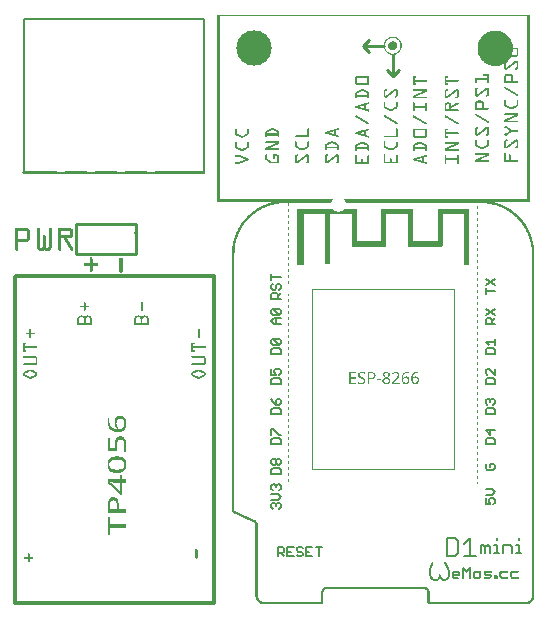
<source format=gto>
G04 MADE WITH FRITZING*
G04 WWW.FRITZING.ORG*
G04 DOUBLE SIDED*
G04 HOLES PLATED*
G04 CONTOUR ON CENTER OF CONTOUR VECTOR*
%ASAXBY*%
%FSLAX23Y23*%
%MOIN*%
%OFA0B0*%
%SFA1.0B1.0*%
%ADD10C,0.118110*%
%ADD11R,0.477764X0.602764X0.472208X0.597208*%
%ADD12C,0.002778*%
%ADD13C,0.008000*%
%ADD14C,0.010000*%
%ADD15C,0.011923*%
%ADD16C,0.005556*%
%ADD17C,0.006944*%
%ADD18R,0.001000X0.001000*%
%LNSILK1*%
G90*
G70*
G54D10*
X831Y1857D03*
G54D12*
X1023Y1054D02*
X1498Y1054D01*
X1498Y454D01*
X1023Y454D01*
X1023Y1054D01*
D02*
G54D13*
X662Y1955D02*
X662Y1443D01*
D02*
X662Y1955D02*
X62Y1955D01*
D02*
X62Y1443D02*
X62Y1955D01*
G54D14*
D02*
X1293Y1836D02*
X1293Y1766D01*
D02*
X1293Y1766D02*
X1313Y1786D01*
D02*
X1293Y1766D02*
X1273Y1786D01*
D02*
X1263Y1866D02*
X1193Y1866D01*
D02*
X1213Y1846D02*
X1193Y1866D01*
D02*
X1193Y1866D02*
X1213Y1886D01*
G54D15*
D02*
X38Y7D02*
X696Y7D01*
D02*
X698Y10D02*
X698Y1098D01*
D02*
X696Y1098D02*
X38Y1098D01*
D02*
X33Y1096D02*
X33Y8D01*
G54D14*
D02*
X438Y1271D02*
X238Y1271D01*
D02*
X238Y1271D02*
X238Y1171D01*
D02*
X238Y1171D02*
X438Y1171D01*
D02*
X438Y1171D02*
X438Y1271D01*
G54D16*
X919Y1021D02*
X888Y1021D01*
X888Y1021D02*
X888Y1037D01*
X888Y1037D02*
X893Y1042D01*
X893Y1042D02*
X904Y1042D01*
X904Y1042D02*
X909Y1037D01*
X909Y1037D02*
X909Y1021D01*
X909Y1031D02*
X919Y1042D01*
X893Y1073D02*
X888Y1068D01*
X888Y1068D02*
X888Y1058D01*
X888Y1058D02*
X893Y1053D01*
X893Y1053D02*
X899Y1053D01*
X899Y1053D02*
X904Y1058D01*
X904Y1058D02*
X904Y1068D01*
X904Y1068D02*
X909Y1073D01*
X909Y1073D02*
X914Y1073D01*
X914Y1073D02*
X919Y1068D01*
X919Y1068D02*
X919Y1058D01*
X919Y1058D02*
X914Y1053D01*
X919Y1095D02*
X888Y1095D01*
X888Y1084D02*
X888Y1105D01*
D02*
X919Y937D02*
X898Y937D01*
X898Y937D02*
X888Y947D01*
X888Y947D02*
X898Y958D01*
X898Y958D02*
X919Y958D01*
X904Y937D02*
X904Y958D01*
X915Y968D02*
X893Y968D01*
X893Y968D02*
X888Y974D01*
X888Y974D02*
X888Y984D01*
X888Y984D02*
X893Y989D01*
X893Y989D02*
X915Y989D01*
X915Y989D02*
X919Y984D01*
X919Y984D02*
X919Y974D01*
X919Y974D02*
X915Y968D01*
X915Y968D02*
X893Y989D01*
D02*
X888Y837D02*
X919Y837D01*
X919Y837D02*
X919Y852D01*
X919Y852D02*
X914Y858D01*
X914Y858D02*
X893Y858D01*
X893Y858D02*
X888Y852D01*
X888Y852D02*
X888Y837D01*
X914Y868D02*
X893Y868D01*
X893Y868D02*
X888Y874D01*
X888Y874D02*
X888Y884D01*
X888Y884D02*
X893Y889D01*
X893Y889D02*
X914Y889D01*
X914Y889D02*
X919Y884D01*
X919Y884D02*
X919Y874D01*
X919Y874D02*
X914Y868D01*
X914Y868D02*
X893Y889D01*
D02*
X888Y737D02*
X919Y737D01*
X919Y737D02*
X919Y752D01*
X919Y752D02*
X914Y758D01*
X914Y758D02*
X893Y758D01*
X893Y758D02*
X888Y752D01*
X888Y752D02*
X888Y737D01*
X888Y789D02*
X888Y768D01*
X888Y768D02*
X903Y768D01*
X903Y768D02*
X898Y779D01*
X898Y779D02*
X898Y784D01*
X898Y784D02*
X903Y789D01*
X903Y789D02*
X914Y789D01*
X914Y789D02*
X919Y784D01*
X919Y784D02*
X919Y774D01*
X919Y774D02*
X914Y768D01*
D02*
X888Y637D02*
X919Y637D01*
X919Y637D02*
X919Y652D01*
X919Y652D02*
X914Y658D01*
X914Y658D02*
X893Y658D01*
X893Y658D02*
X888Y652D01*
X888Y652D02*
X888Y637D01*
X888Y689D02*
X893Y679D01*
X893Y679D02*
X904Y668D01*
X904Y668D02*
X914Y668D01*
X914Y668D02*
X919Y674D01*
X919Y674D02*
X919Y684D01*
X919Y684D02*
X914Y689D01*
X914Y689D02*
X909Y689D01*
X909Y689D02*
X904Y684D01*
X904Y684D02*
X904Y668D01*
D02*
X888Y537D02*
X919Y537D01*
X919Y537D02*
X919Y552D01*
X919Y552D02*
X914Y558D01*
X914Y558D02*
X893Y558D01*
X893Y558D02*
X888Y552D01*
X888Y552D02*
X888Y537D01*
X888Y568D02*
X888Y589D01*
X888Y589D02*
X893Y589D01*
X893Y589D02*
X914Y568D01*
X914Y568D02*
X919Y568D01*
D02*
X888Y437D02*
X919Y437D01*
X919Y437D02*
X919Y452D01*
X919Y452D02*
X914Y458D01*
X914Y458D02*
X893Y458D01*
X893Y458D02*
X888Y452D01*
X888Y452D02*
X888Y437D01*
X893Y468D02*
X888Y474D01*
X888Y474D02*
X888Y484D01*
X888Y484D02*
X893Y489D01*
X893Y489D02*
X899Y489D01*
X899Y489D02*
X904Y484D01*
X904Y484D02*
X910Y489D01*
X910Y489D02*
X914Y489D01*
X914Y489D02*
X919Y484D01*
X919Y484D02*
X919Y474D01*
X919Y474D02*
X914Y468D01*
X914Y468D02*
X910Y468D01*
X910Y468D02*
X904Y474D01*
X904Y474D02*
X899Y468D01*
X899Y468D02*
X893Y468D01*
X904Y474D02*
X904Y484D01*
D02*
X893Y321D02*
X888Y327D01*
X888Y327D02*
X888Y337D01*
X888Y337D02*
X893Y342D01*
X893Y342D02*
X898Y342D01*
X898Y342D02*
X903Y337D01*
X903Y337D02*
X903Y331D01*
X903Y337D02*
X909Y342D01*
X909Y342D02*
X914Y342D01*
X914Y342D02*
X919Y337D01*
X919Y337D02*
X919Y327D01*
X919Y327D02*
X914Y321D01*
X888Y353D02*
X909Y353D01*
X909Y353D02*
X919Y363D01*
X919Y363D02*
X909Y373D01*
X909Y373D02*
X888Y373D01*
X893Y384D02*
X888Y389D01*
X888Y389D02*
X888Y400D01*
X888Y400D02*
X893Y405D01*
X893Y405D02*
X898Y405D01*
X898Y405D02*
X903Y400D01*
X903Y400D02*
X903Y395D01*
X903Y400D02*
X909Y405D01*
X909Y405D02*
X914Y405D01*
X914Y405D02*
X919Y400D01*
X919Y400D02*
X919Y389D01*
X919Y389D02*
X914Y384D01*
D02*
X1602Y358D02*
X1602Y337D01*
X1602Y337D02*
X1617Y337D01*
X1617Y337D02*
X1612Y347D01*
X1612Y347D02*
X1612Y352D01*
X1612Y352D02*
X1617Y358D01*
X1617Y358D02*
X1628Y358D01*
X1628Y358D02*
X1633Y352D01*
X1633Y352D02*
X1633Y342D01*
X1633Y342D02*
X1628Y337D01*
X1602Y368D02*
X1623Y368D01*
X1623Y368D02*
X1633Y379D01*
X1633Y379D02*
X1623Y389D01*
X1623Y389D02*
X1602Y389D01*
D02*
X1607Y473D02*
X1602Y468D01*
X1602Y468D02*
X1602Y458D01*
X1602Y458D02*
X1607Y453D01*
X1607Y453D02*
X1628Y453D01*
X1628Y453D02*
X1633Y458D01*
X1633Y458D02*
X1633Y468D01*
X1633Y468D02*
X1628Y473D01*
X1628Y473D02*
X1617Y473D01*
X1617Y473D02*
X1617Y463D01*
D02*
X1602Y537D02*
X1633Y537D01*
X1633Y537D02*
X1633Y552D01*
X1633Y552D02*
X1628Y558D01*
X1628Y558D02*
X1607Y558D01*
X1607Y558D02*
X1602Y552D01*
X1602Y552D02*
X1602Y537D01*
X1633Y584D02*
X1602Y584D01*
X1602Y584D02*
X1618Y568D01*
X1618Y568D02*
X1618Y589D01*
D02*
X1602Y637D02*
X1633Y637D01*
X1633Y637D02*
X1633Y652D01*
X1633Y652D02*
X1628Y658D01*
X1628Y658D02*
X1607Y658D01*
X1607Y658D02*
X1602Y652D01*
X1602Y652D02*
X1602Y637D01*
X1607Y668D02*
X1602Y674D01*
X1602Y674D02*
X1602Y684D01*
X1602Y684D02*
X1607Y689D01*
X1607Y689D02*
X1612Y689D01*
X1612Y689D02*
X1617Y684D01*
X1617Y684D02*
X1617Y679D01*
X1617Y684D02*
X1623Y689D01*
X1623Y689D02*
X1628Y689D01*
X1628Y689D02*
X1633Y684D01*
X1633Y684D02*
X1633Y674D01*
X1633Y674D02*
X1628Y668D01*
D02*
X1602Y737D02*
X1633Y737D01*
X1633Y737D02*
X1633Y752D01*
X1633Y752D02*
X1628Y758D01*
X1628Y758D02*
X1607Y758D01*
X1607Y758D02*
X1602Y752D01*
X1602Y752D02*
X1602Y737D01*
X1633Y789D02*
X1633Y768D01*
X1633Y768D02*
X1613Y789D01*
X1613Y789D02*
X1607Y789D01*
X1607Y789D02*
X1602Y784D01*
X1602Y784D02*
X1602Y774D01*
X1602Y774D02*
X1607Y768D01*
D02*
X1602Y837D02*
X1633Y837D01*
X1633Y837D02*
X1633Y852D01*
X1633Y852D02*
X1628Y858D01*
X1628Y858D02*
X1607Y858D01*
X1607Y858D02*
X1602Y852D01*
X1602Y852D02*
X1602Y837D01*
X1612Y868D02*
X1602Y879D01*
X1602Y879D02*
X1633Y879D01*
X1633Y868D02*
X1633Y889D01*
D02*
X1633Y937D02*
X1602Y937D01*
X1602Y937D02*
X1602Y952D01*
X1602Y952D02*
X1607Y958D01*
X1607Y958D02*
X1618Y958D01*
X1618Y958D02*
X1623Y952D01*
X1623Y952D02*
X1623Y937D01*
X1623Y947D02*
X1633Y958D01*
X1602Y968D02*
X1633Y989D01*
X1602Y989D02*
X1633Y968D01*
D02*
X1633Y1047D02*
X1602Y1047D01*
X1602Y1037D02*
X1602Y1058D01*
X1602Y1068D02*
X1633Y1089D01*
X1602Y1089D02*
X1633Y1068D01*
D02*
X910Y165D02*
X910Y196D01*
X910Y196D02*
X925Y196D01*
X925Y196D02*
X930Y191D01*
X930Y191D02*
X930Y180D01*
X930Y180D02*
X925Y175D01*
X925Y175D02*
X910Y175D01*
X919Y175D02*
X930Y165D01*
X962Y196D02*
X941Y196D01*
X941Y196D02*
X941Y165D01*
X941Y165D02*
X962Y165D01*
X941Y180D02*
X952Y180D01*
X994Y191D02*
X988Y196D01*
X988Y196D02*
X978Y196D01*
X978Y196D02*
X972Y191D01*
X972Y191D02*
X972Y186D01*
X972Y186D02*
X978Y180D01*
X978Y180D02*
X988Y180D01*
X988Y180D02*
X994Y175D01*
X994Y175D02*
X994Y170D01*
X994Y170D02*
X988Y165D01*
X988Y165D02*
X978Y165D01*
X978Y165D02*
X972Y170D01*
X1025Y196D02*
X1005Y196D01*
X1005Y196D02*
X1005Y165D01*
X1005Y165D02*
X1025Y165D01*
X1005Y180D02*
X1014Y180D01*
X1047Y165D02*
X1047Y196D01*
X1036Y196D02*
X1057Y196D01*
D02*
G54D17*
X1472Y224D02*
X1472Y165D01*
X1472Y165D02*
X1501Y165D01*
X1501Y165D02*
X1511Y176D01*
X1511Y176D02*
X1511Y214D01*
X1511Y214D02*
X1501Y224D01*
X1501Y224D02*
X1472Y224D01*
X1531Y204D02*
X1551Y224D01*
X1551Y224D02*
X1551Y165D01*
X1531Y165D02*
X1569Y165D01*
D02*
X1587Y174D02*
X1587Y203D01*
X1587Y203D02*
X1595Y203D01*
X1595Y203D02*
X1601Y195D01*
X1601Y195D02*
X1601Y174D01*
X1601Y195D02*
X1609Y203D01*
X1609Y203D02*
X1616Y195D01*
X1616Y195D02*
X1616Y174D01*
X1631Y203D02*
X1639Y203D01*
X1639Y203D02*
X1639Y174D01*
X1631Y174D02*
X1646Y174D01*
X1639Y224D02*
X1639Y217D01*
X1661Y174D02*
X1661Y203D01*
X1661Y203D02*
X1682Y203D01*
X1682Y203D02*
X1690Y195D01*
X1690Y195D02*
X1690Y174D01*
X1705Y203D02*
X1712Y203D01*
X1712Y203D02*
X1712Y174D01*
X1705Y174D02*
X1719Y174D01*
X1712Y224D02*
X1712Y217D01*
D02*
G54D18*
X708Y1968D02*
X1750Y1968D01*
X708Y1967D02*
X1750Y1967D01*
X708Y1966D02*
X1750Y1966D01*
X708Y1965D02*
X1750Y1965D01*
X708Y1964D02*
X717Y1964D01*
X1741Y1964D02*
X1750Y1964D01*
X708Y1963D02*
X717Y1963D01*
X1741Y1963D02*
X1750Y1963D01*
X708Y1962D02*
X717Y1962D01*
X1741Y1962D02*
X1750Y1962D01*
X708Y1961D02*
X717Y1961D01*
X1741Y1961D02*
X1750Y1961D01*
X708Y1960D02*
X717Y1960D01*
X1741Y1960D02*
X1750Y1960D01*
X708Y1959D02*
X717Y1959D01*
X1741Y1959D02*
X1750Y1959D01*
X708Y1958D02*
X717Y1958D01*
X1741Y1958D02*
X1750Y1958D01*
X708Y1957D02*
X717Y1957D01*
X1741Y1957D02*
X1750Y1957D01*
X708Y1956D02*
X717Y1956D01*
X1741Y1956D02*
X1750Y1956D01*
X708Y1955D02*
X717Y1955D01*
X1741Y1955D02*
X1750Y1955D01*
X708Y1954D02*
X717Y1954D01*
X1741Y1954D02*
X1750Y1954D01*
X708Y1953D02*
X717Y1953D01*
X1741Y1953D02*
X1750Y1953D01*
X708Y1952D02*
X717Y1952D01*
X1741Y1952D02*
X1750Y1952D01*
X708Y1951D02*
X717Y1951D01*
X1741Y1951D02*
X1750Y1951D01*
X708Y1950D02*
X717Y1950D01*
X1741Y1950D02*
X1750Y1950D01*
X708Y1949D02*
X717Y1949D01*
X1741Y1949D02*
X1750Y1949D01*
X708Y1948D02*
X717Y1948D01*
X1741Y1948D02*
X1750Y1948D01*
X708Y1947D02*
X717Y1947D01*
X1741Y1947D02*
X1750Y1947D01*
X708Y1946D02*
X717Y1946D01*
X1741Y1946D02*
X1750Y1946D01*
X708Y1945D02*
X717Y1945D01*
X1741Y1945D02*
X1750Y1945D01*
X708Y1944D02*
X717Y1944D01*
X1741Y1944D02*
X1750Y1944D01*
X708Y1943D02*
X717Y1943D01*
X1741Y1943D02*
X1750Y1943D01*
X708Y1942D02*
X717Y1942D01*
X1741Y1942D02*
X1750Y1942D01*
X708Y1941D02*
X717Y1941D01*
X1741Y1941D02*
X1750Y1941D01*
X708Y1940D02*
X717Y1940D01*
X1741Y1940D02*
X1750Y1940D01*
X708Y1939D02*
X717Y1939D01*
X1741Y1939D02*
X1750Y1939D01*
X708Y1938D02*
X717Y1938D01*
X1741Y1938D02*
X1750Y1938D01*
X708Y1937D02*
X717Y1937D01*
X1741Y1937D02*
X1750Y1937D01*
X708Y1936D02*
X717Y1936D01*
X1741Y1936D02*
X1750Y1936D01*
X708Y1935D02*
X717Y1935D01*
X1741Y1935D02*
X1750Y1935D01*
X708Y1934D02*
X717Y1934D01*
X1741Y1934D02*
X1750Y1934D01*
X708Y1933D02*
X717Y1933D01*
X1741Y1933D02*
X1750Y1933D01*
X708Y1932D02*
X717Y1932D01*
X1741Y1932D02*
X1750Y1932D01*
X708Y1931D02*
X717Y1931D01*
X1741Y1931D02*
X1750Y1931D01*
X708Y1930D02*
X717Y1930D01*
X1741Y1930D02*
X1750Y1930D01*
X708Y1929D02*
X717Y1929D01*
X1741Y1929D02*
X1750Y1929D01*
X708Y1928D02*
X717Y1928D01*
X1741Y1928D02*
X1750Y1928D01*
X708Y1927D02*
X717Y1927D01*
X1741Y1927D02*
X1750Y1927D01*
X708Y1926D02*
X717Y1926D01*
X1741Y1926D02*
X1750Y1926D01*
X708Y1925D02*
X717Y1925D01*
X1741Y1925D02*
X1750Y1925D01*
X708Y1924D02*
X717Y1924D01*
X1741Y1924D02*
X1750Y1924D01*
X708Y1923D02*
X717Y1923D01*
X1741Y1923D02*
X1750Y1923D01*
X708Y1922D02*
X717Y1922D01*
X1741Y1922D02*
X1750Y1922D01*
X708Y1921D02*
X717Y1921D01*
X1741Y1921D02*
X1750Y1921D01*
X708Y1920D02*
X717Y1920D01*
X1741Y1920D02*
X1750Y1920D01*
X708Y1919D02*
X717Y1919D01*
X1741Y1919D02*
X1750Y1919D01*
X708Y1918D02*
X717Y1918D01*
X1741Y1918D02*
X1750Y1918D01*
X708Y1917D02*
X717Y1917D01*
X1741Y1917D02*
X1750Y1917D01*
X708Y1916D02*
X717Y1916D01*
X1632Y1916D02*
X1637Y1916D01*
X1741Y1916D02*
X1750Y1916D01*
X708Y1915D02*
X717Y1915D01*
X1623Y1915D02*
X1645Y1915D01*
X1741Y1915D02*
X1750Y1915D01*
X708Y1914D02*
X717Y1914D01*
X1619Y1914D02*
X1649Y1914D01*
X1741Y1914D02*
X1750Y1914D01*
X708Y1913D02*
X717Y1913D01*
X1616Y1913D02*
X1653Y1913D01*
X1741Y1913D02*
X1750Y1913D01*
X708Y1912D02*
X717Y1912D01*
X1613Y1912D02*
X1656Y1912D01*
X1741Y1912D02*
X1750Y1912D01*
X708Y1911D02*
X717Y1911D01*
X1611Y1911D02*
X1658Y1911D01*
X1741Y1911D02*
X1750Y1911D01*
X708Y1910D02*
X717Y1910D01*
X1609Y1910D02*
X1660Y1910D01*
X1741Y1910D02*
X1750Y1910D01*
X708Y1909D02*
X717Y1909D01*
X1607Y1909D02*
X1662Y1909D01*
X1741Y1909D02*
X1750Y1909D01*
X708Y1908D02*
X717Y1908D01*
X1605Y1908D02*
X1664Y1908D01*
X1741Y1908D02*
X1750Y1908D01*
X708Y1907D02*
X717Y1907D01*
X1603Y1907D02*
X1665Y1907D01*
X1741Y1907D02*
X1750Y1907D01*
X708Y1906D02*
X717Y1906D01*
X1602Y1906D02*
X1667Y1906D01*
X1741Y1906D02*
X1750Y1906D01*
X708Y1905D02*
X717Y1905D01*
X1601Y1905D02*
X1668Y1905D01*
X1741Y1905D02*
X1750Y1905D01*
X708Y1904D02*
X717Y1904D01*
X1599Y1904D02*
X1670Y1904D01*
X1741Y1904D02*
X1750Y1904D01*
X708Y1903D02*
X717Y1903D01*
X1598Y1903D02*
X1671Y1903D01*
X1741Y1903D02*
X1750Y1903D01*
X708Y1902D02*
X717Y1902D01*
X1597Y1902D02*
X1672Y1902D01*
X1741Y1902D02*
X1750Y1902D01*
X708Y1901D02*
X717Y1901D01*
X1596Y1901D02*
X1673Y1901D01*
X1741Y1901D02*
X1750Y1901D01*
X708Y1900D02*
X717Y1900D01*
X1594Y1900D02*
X1674Y1900D01*
X1741Y1900D02*
X1750Y1900D01*
X708Y1899D02*
X717Y1899D01*
X1593Y1899D02*
X1675Y1899D01*
X1741Y1899D02*
X1750Y1899D01*
X708Y1898D02*
X717Y1898D01*
X1592Y1898D02*
X1676Y1898D01*
X1741Y1898D02*
X1750Y1898D01*
X708Y1897D02*
X717Y1897D01*
X1592Y1897D02*
X1677Y1897D01*
X1741Y1897D02*
X1750Y1897D01*
X708Y1896D02*
X717Y1896D01*
X1591Y1896D02*
X1678Y1896D01*
X1741Y1896D02*
X1750Y1896D01*
X708Y1895D02*
X717Y1895D01*
X1286Y1895D02*
X1299Y1895D01*
X1590Y1895D02*
X1679Y1895D01*
X1741Y1895D02*
X1750Y1895D01*
X708Y1894D02*
X717Y1894D01*
X1283Y1894D02*
X1302Y1894D01*
X1589Y1894D02*
X1680Y1894D01*
X1741Y1894D02*
X1750Y1894D01*
X708Y1893D02*
X717Y1893D01*
X1281Y1893D02*
X1305Y1893D01*
X1588Y1893D02*
X1681Y1893D01*
X1741Y1893D02*
X1750Y1893D01*
X708Y1892D02*
X717Y1892D01*
X1279Y1892D02*
X1307Y1892D01*
X1587Y1892D02*
X1681Y1892D01*
X1741Y1892D02*
X1750Y1892D01*
X708Y1891D02*
X717Y1891D01*
X1277Y1891D02*
X1286Y1891D01*
X1300Y1891D02*
X1308Y1891D01*
X1587Y1891D02*
X1682Y1891D01*
X1741Y1891D02*
X1750Y1891D01*
X708Y1890D02*
X717Y1890D01*
X1276Y1890D02*
X1282Y1890D01*
X1303Y1890D02*
X1310Y1890D01*
X1586Y1890D02*
X1683Y1890D01*
X1741Y1890D02*
X1750Y1890D01*
X708Y1889D02*
X717Y1889D01*
X1274Y1889D02*
X1280Y1889D01*
X1305Y1889D02*
X1311Y1889D01*
X1585Y1889D02*
X1684Y1889D01*
X1741Y1889D02*
X1750Y1889D01*
X708Y1888D02*
X717Y1888D01*
X1273Y1888D02*
X1278Y1888D01*
X1307Y1888D02*
X1312Y1888D01*
X1585Y1888D02*
X1684Y1888D01*
X1741Y1888D02*
X1750Y1888D01*
X708Y1887D02*
X717Y1887D01*
X1272Y1887D02*
X1277Y1887D01*
X1309Y1887D02*
X1313Y1887D01*
X1584Y1887D02*
X1685Y1887D01*
X1741Y1887D02*
X1750Y1887D01*
X708Y1886D02*
X717Y1886D01*
X1271Y1886D02*
X1276Y1886D01*
X1310Y1886D02*
X1314Y1886D01*
X1583Y1886D02*
X1685Y1886D01*
X1741Y1886D02*
X1750Y1886D01*
X708Y1885D02*
X717Y1885D01*
X1270Y1885D02*
X1274Y1885D01*
X1311Y1885D02*
X1315Y1885D01*
X1583Y1885D02*
X1686Y1885D01*
X1741Y1885D02*
X1750Y1885D01*
X708Y1884D02*
X717Y1884D01*
X1269Y1884D02*
X1273Y1884D01*
X1312Y1884D02*
X1316Y1884D01*
X1582Y1884D02*
X1686Y1884D01*
X1741Y1884D02*
X1750Y1884D01*
X708Y1883D02*
X717Y1883D01*
X1269Y1883D02*
X1273Y1883D01*
X1313Y1883D02*
X1317Y1883D01*
X1582Y1883D02*
X1687Y1883D01*
X1741Y1883D02*
X1750Y1883D01*
X708Y1882D02*
X717Y1882D01*
X1268Y1882D02*
X1272Y1882D01*
X1314Y1882D02*
X1318Y1882D01*
X1581Y1882D02*
X1687Y1882D01*
X1741Y1882D02*
X1750Y1882D01*
X708Y1881D02*
X717Y1881D01*
X1267Y1881D02*
X1271Y1881D01*
X1315Y1881D02*
X1318Y1881D01*
X1581Y1881D02*
X1688Y1881D01*
X1741Y1881D02*
X1750Y1881D01*
X708Y1880D02*
X717Y1880D01*
X1267Y1880D02*
X1270Y1880D01*
X1290Y1880D02*
X1296Y1880D01*
X1315Y1880D02*
X1319Y1880D01*
X1581Y1880D02*
X1688Y1880D01*
X1741Y1880D02*
X1750Y1880D01*
X708Y1879D02*
X717Y1879D01*
X1266Y1879D02*
X1270Y1879D01*
X1287Y1879D02*
X1299Y1879D01*
X1316Y1879D02*
X1319Y1879D01*
X1580Y1879D02*
X1689Y1879D01*
X1741Y1879D02*
X1750Y1879D01*
X708Y1878D02*
X717Y1878D01*
X1266Y1878D02*
X1269Y1878D01*
X1285Y1878D02*
X1301Y1878D01*
X1316Y1878D02*
X1320Y1878D01*
X1580Y1878D02*
X1689Y1878D01*
X1741Y1878D02*
X1750Y1878D01*
X708Y1877D02*
X717Y1877D01*
X1265Y1877D02*
X1269Y1877D01*
X1284Y1877D02*
X1302Y1877D01*
X1317Y1877D02*
X1320Y1877D01*
X1579Y1877D02*
X1689Y1877D01*
X1741Y1877D02*
X1750Y1877D01*
X708Y1876D02*
X717Y1876D01*
X1265Y1876D02*
X1268Y1876D01*
X1283Y1876D02*
X1303Y1876D01*
X1317Y1876D02*
X1321Y1876D01*
X1579Y1876D02*
X1690Y1876D01*
X1741Y1876D02*
X1750Y1876D01*
X708Y1875D02*
X717Y1875D01*
X1265Y1875D02*
X1268Y1875D01*
X1282Y1875D02*
X1304Y1875D01*
X1318Y1875D02*
X1321Y1875D01*
X1579Y1875D02*
X1690Y1875D01*
X1741Y1875D02*
X1750Y1875D01*
X708Y1874D02*
X717Y1874D01*
X1264Y1874D02*
X1267Y1874D01*
X1281Y1874D02*
X1305Y1874D01*
X1318Y1874D02*
X1321Y1874D01*
X1578Y1874D02*
X1690Y1874D01*
X1741Y1874D02*
X1750Y1874D01*
X708Y1873D02*
X717Y1873D01*
X1264Y1873D02*
X1267Y1873D01*
X1280Y1873D02*
X1305Y1873D01*
X1319Y1873D02*
X1322Y1873D01*
X1578Y1873D02*
X1691Y1873D01*
X1741Y1873D02*
X1750Y1873D01*
X708Y1872D02*
X717Y1872D01*
X1264Y1872D02*
X1267Y1872D01*
X1280Y1872D02*
X1306Y1872D01*
X1319Y1872D02*
X1322Y1872D01*
X1578Y1872D02*
X1691Y1872D01*
X1741Y1872D02*
X1750Y1872D01*
X708Y1871D02*
X717Y1871D01*
X1264Y1871D02*
X1267Y1871D01*
X1279Y1871D02*
X1306Y1871D01*
X1319Y1871D02*
X1322Y1871D01*
X1578Y1871D02*
X1691Y1871D01*
X1741Y1871D02*
X1750Y1871D01*
X708Y1870D02*
X717Y1870D01*
X1263Y1870D02*
X1266Y1870D01*
X1279Y1870D02*
X1306Y1870D01*
X1319Y1870D02*
X1322Y1870D01*
X1577Y1870D02*
X1692Y1870D01*
X1741Y1870D02*
X1750Y1870D01*
X708Y1869D02*
X717Y1869D01*
X1263Y1869D02*
X1266Y1869D01*
X1279Y1869D02*
X1307Y1869D01*
X1319Y1869D02*
X1322Y1869D01*
X1577Y1869D02*
X1692Y1869D01*
X1741Y1869D02*
X1750Y1869D01*
X708Y1868D02*
X717Y1868D01*
X1263Y1868D02*
X1266Y1868D01*
X1279Y1868D02*
X1307Y1868D01*
X1319Y1868D02*
X1322Y1868D01*
X1577Y1868D02*
X1692Y1868D01*
X1741Y1868D02*
X1750Y1868D01*
X708Y1867D02*
X717Y1867D01*
X1263Y1867D02*
X1266Y1867D01*
X1278Y1867D02*
X1307Y1867D01*
X1319Y1867D02*
X1322Y1867D01*
X1577Y1867D02*
X1692Y1867D01*
X1741Y1867D02*
X1750Y1867D01*
X708Y1866D02*
X717Y1866D01*
X1263Y1866D02*
X1266Y1866D01*
X1278Y1866D02*
X1307Y1866D01*
X1320Y1866D02*
X1323Y1866D01*
X1577Y1866D02*
X1692Y1866D01*
X1741Y1866D02*
X1750Y1866D01*
X708Y1865D02*
X717Y1865D01*
X1263Y1865D02*
X1266Y1865D01*
X1278Y1865D02*
X1307Y1865D01*
X1320Y1865D02*
X1323Y1865D01*
X1576Y1865D02*
X1692Y1865D01*
X1741Y1865D02*
X1750Y1865D01*
X708Y1864D02*
X717Y1864D01*
X1263Y1864D02*
X1266Y1864D01*
X1278Y1864D02*
X1307Y1864D01*
X1319Y1864D02*
X1322Y1864D01*
X1576Y1864D02*
X1693Y1864D01*
X1741Y1864D02*
X1750Y1864D01*
X708Y1863D02*
X717Y1863D01*
X1263Y1863D02*
X1266Y1863D01*
X1279Y1863D02*
X1307Y1863D01*
X1319Y1863D02*
X1322Y1863D01*
X1576Y1863D02*
X1693Y1863D01*
X1741Y1863D02*
X1750Y1863D01*
X708Y1862D02*
X717Y1862D01*
X1263Y1862D02*
X1266Y1862D01*
X1279Y1862D02*
X1307Y1862D01*
X1319Y1862D02*
X1322Y1862D01*
X1576Y1862D02*
X1693Y1862D01*
X1741Y1862D02*
X1750Y1862D01*
X708Y1861D02*
X717Y1861D01*
X1263Y1861D02*
X1266Y1861D01*
X1279Y1861D02*
X1306Y1861D01*
X1319Y1861D02*
X1322Y1861D01*
X1576Y1861D02*
X1693Y1861D01*
X1741Y1861D02*
X1750Y1861D01*
X708Y1860D02*
X717Y1860D01*
X1264Y1860D02*
X1267Y1860D01*
X1279Y1860D02*
X1306Y1860D01*
X1319Y1860D02*
X1322Y1860D01*
X1576Y1860D02*
X1693Y1860D01*
X1741Y1860D02*
X1750Y1860D01*
X708Y1859D02*
X717Y1859D01*
X1264Y1859D02*
X1267Y1859D01*
X1280Y1859D02*
X1306Y1859D01*
X1319Y1859D02*
X1322Y1859D01*
X1576Y1859D02*
X1707Y1859D01*
X1741Y1859D02*
X1750Y1859D01*
X708Y1858D02*
X717Y1858D01*
X1264Y1858D02*
X1267Y1858D01*
X1280Y1858D02*
X1305Y1858D01*
X1318Y1858D02*
X1322Y1858D01*
X1576Y1858D02*
X1709Y1858D01*
X1741Y1858D02*
X1750Y1858D01*
X708Y1857D02*
X717Y1857D01*
X1264Y1857D02*
X1267Y1857D01*
X1281Y1857D02*
X1304Y1857D01*
X1318Y1857D02*
X1321Y1857D01*
X1576Y1857D02*
X1710Y1857D01*
X1741Y1857D02*
X1750Y1857D01*
X708Y1856D02*
X717Y1856D01*
X1265Y1856D02*
X1268Y1856D01*
X1282Y1856D02*
X1304Y1856D01*
X1318Y1856D02*
X1321Y1856D01*
X1576Y1856D02*
X1710Y1856D01*
X1741Y1856D02*
X1750Y1856D01*
X708Y1855D02*
X717Y1855D01*
X1265Y1855D02*
X1268Y1855D01*
X1283Y1855D02*
X1303Y1855D01*
X1317Y1855D02*
X1321Y1855D01*
X1576Y1855D02*
X1711Y1855D01*
X1741Y1855D02*
X1750Y1855D01*
X708Y1854D02*
X717Y1854D01*
X1265Y1854D02*
X1269Y1854D01*
X1284Y1854D02*
X1302Y1854D01*
X1317Y1854D02*
X1320Y1854D01*
X1576Y1854D02*
X1711Y1854D01*
X1741Y1854D02*
X1750Y1854D01*
X708Y1853D02*
X717Y1853D01*
X1266Y1853D02*
X1269Y1853D01*
X1285Y1853D02*
X1300Y1853D01*
X1316Y1853D02*
X1320Y1853D01*
X1576Y1853D02*
X1693Y1853D01*
X1706Y1853D02*
X1711Y1853D01*
X1741Y1853D02*
X1750Y1853D01*
X708Y1852D02*
X717Y1852D01*
X1266Y1852D02*
X1270Y1852D01*
X1287Y1852D02*
X1298Y1852D01*
X1316Y1852D02*
X1319Y1852D01*
X1576Y1852D02*
X1693Y1852D01*
X1706Y1852D02*
X1711Y1852D01*
X1741Y1852D02*
X1750Y1852D01*
X708Y1851D02*
X717Y1851D01*
X1267Y1851D02*
X1270Y1851D01*
X1290Y1851D02*
X1295Y1851D01*
X1315Y1851D02*
X1319Y1851D01*
X1576Y1851D02*
X1693Y1851D01*
X1706Y1851D02*
X1711Y1851D01*
X1741Y1851D02*
X1750Y1851D01*
X708Y1850D02*
X717Y1850D01*
X1267Y1850D02*
X1271Y1850D01*
X1314Y1850D02*
X1318Y1850D01*
X1576Y1850D02*
X1692Y1850D01*
X1706Y1850D02*
X1711Y1850D01*
X1741Y1850D02*
X1750Y1850D01*
X708Y1849D02*
X717Y1849D01*
X1268Y1849D02*
X1272Y1849D01*
X1314Y1849D02*
X1317Y1849D01*
X1577Y1849D02*
X1692Y1849D01*
X1706Y1849D02*
X1711Y1849D01*
X1741Y1849D02*
X1750Y1849D01*
X708Y1848D02*
X717Y1848D01*
X1269Y1848D02*
X1273Y1848D01*
X1313Y1848D02*
X1317Y1848D01*
X1577Y1848D02*
X1692Y1848D01*
X1706Y1848D02*
X1711Y1848D01*
X1741Y1848D02*
X1750Y1848D01*
X708Y1847D02*
X717Y1847D01*
X1270Y1847D02*
X1274Y1847D01*
X1312Y1847D02*
X1316Y1847D01*
X1577Y1847D02*
X1692Y1847D01*
X1706Y1847D02*
X1711Y1847D01*
X1741Y1847D02*
X1750Y1847D01*
X708Y1846D02*
X717Y1846D01*
X1270Y1846D02*
X1275Y1846D01*
X1311Y1846D02*
X1315Y1846D01*
X1577Y1846D02*
X1692Y1846D01*
X1706Y1846D02*
X1711Y1846D01*
X1741Y1846D02*
X1750Y1846D01*
X708Y1845D02*
X717Y1845D01*
X1271Y1845D02*
X1276Y1845D01*
X1310Y1845D02*
X1314Y1845D01*
X1577Y1845D02*
X1692Y1845D01*
X1706Y1845D02*
X1711Y1845D01*
X1741Y1845D02*
X1750Y1845D01*
X708Y1844D02*
X717Y1844D01*
X1272Y1844D02*
X1277Y1844D01*
X1308Y1844D02*
X1313Y1844D01*
X1577Y1844D02*
X1691Y1844D01*
X1706Y1844D02*
X1711Y1844D01*
X1741Y1844D02*
X1750Y1844D01*
X708Y1843D02*
X717Y1843D01*
X1273Y1843D02*
X1279Y1843D01*
X1307Y1843D02*
X1312Y1843D01*
X1578Y1843D02*
X1691Y1843D01*
X1706Y1843D02*
X1711Y1843D01*
X1741Y1843D02*
X1750Y1843D01*
X708Y1842D02*
X717Y1842D01*
X1275Y1842D02*
X1281Y1842D01*
X1305Y1842D02*
X1311Y1842D01*
X1578Y1842D02*
X1691Y1842D01*
X1706Y1842D02*
X1711Y1842D01*
X1741Y1842D02*
X1750Y1842D01*
X708Y1841D02*
X717Y1841D01*
X1276Y1841D02*
X1283Y1841D01*
X1303Y1841D02*
X1310Y1841D01*
X1578Y1841D02*
X1691Y1841D01*
X1706Y1841D02*
X1711Y1841D01*
X1741Y1841D02*
X1750Y1841D01*
X708Y1840D02*
X717Y1840D01*
X1277Y1840D02*
X1286Y1840D01*
X1299Y1840D02*
X1308Y1840D01*
X1578Y1840D02*
X1690Y1840D01*
X1706Y1840D02*
X1711Y1840D01*
X1741Y1840D02*
X1750Y1840D01*
X708Y1839D02*
X717Y1839D01*
X1279Y1839D02*
X1307Y1839D01*
X1579Y1839D02*
X1690Y1839D01*
X1706Y1839D02*
X1711Y1839D01*
X1741Y1839D02*
X1750Y1839D01*
X708Y1838D02*
X717Y1838D01*
X1281Y1838D02*
X1304Y1838D01*
X1579Y1838D02*
X1690Y1838D01*
X1706Y1838D02*
X1711Y1838D01*
X1741Y1838D02*
X1750Y1838D01*
X708Y1837D02*
X717Y1837D01*
X1284Y1837D02*
X1302Y1837D01*
X1579Y1837D02*
X1689Y1837D01*
X1706Y1837D02*
X1711Y1837D01*
X1741Y1837D02*
X1750Y1837D01*
X708Y1836D02*
X717Y1836D01*
X1287Y1836D02*
X1299Y1836D01*
X1580Y1836D02*
X1689Y1836D01*
X1706Y1836D02*
X1711Y1836D01*
X1741Y1836D02*
X1750Y1836D01*
X708Y1835D02*
X717Y1835D01*
X1580Y1835D02*
X1711Y1835D01*
X1741Y1835D02*
X1750Y1835D01*
X708Y1834D02*
X717Y1834D01*
X1581Y1834D02*
X1711Y1834D01*
X1741Y1834D02*
X1750Y1834D01*
X708Y1833D02*
X717Y1833D01*
X1581Y1833D02*
X1710Y1833D01*
X1741Y1833D02*
X1750Y1833D01*
X708Y1832D02*
X717Y1832D01*
X1582Y1832D02*
X1709Y1832D01*
X1741Y1832D02*
X1750Y1832D01*
X708Y1831D02*
X717Y1831D01*
X1582Y1831D02*
X1708Y1831D01*
X1741Y1831D02*
X1750Y1831D01*
X708Y1830D02*
X717Y1830D01*
X1583Y1830D02*
X1707Y1830D01*
X1741Y1830D02*
X1750Y1830D01*
X708Y1829D02*
X717Y1829D01*
X1583Y1829D02*
X1686Y1829D01*
X1741Y1829D02*
X1750Y1829D01*
X708Y1828D02*
X717Y1828D01*
X1584Y1828D02*
X1685Y1828D01*
X1741Y1828D02*
X1750Y1828D01*
X708Y1827D02*
X717Y1827D01*
X1584Y1827D02*
X1685Y1827D01*
X1741Y1827D02*
X1750Y1827D01*
X708Y1826D02*
X717Y1826D01*
X1585Y1826D02*
X1684Y1826D01*
X1741Y1826D02*
X1750Y1826D01*
X708Y1825D02*
X717Y1825D01*
X1585Y1825D02*
X1683Y1825D01*
X1741Y1825D02*
X1750Y1825D01*
X708Y1824D02*
X717Y1824D01*
X1586Y1824D02*
X1683Y1824D01*
X1741Y1824D02*
X1750Y1824D01*
X708Y1823D02*
X717Y1823D01*
X1587Y1823D02*
X1682Y1823D01*
X1741Y1823D02*
X1750Y1823D01*
X708Y1822D02*
X717Y1822D01*
X1588Y1822D02*
X1681Y1822D01*
X1741Y1822D02*
X1750Y1822D01*
X708Y1821D02*
X717Y1821D01*
X1588Y1821D02*
X1681Y1821D01*
X1741Y1821D02*
X1750Y1821D01*
X708Y1820D02*
X717Y1820D01*
X1589Y1820D02*
X1680Y1820D01*
X1741Y1820D02*
X1750Y1820D01*
X708Y1819D02*
X717Y1819D01*
X1590Y1819D02*
X1679Y1819D01*
X1741Y1819D02*
X1750Y1819D01*
X708Y1818D02*
X717Y1818D01*
X1591Y1818D02*
X1678Y1818D01*
X1741Y1818D02*
X1750Y1818D01*
X708Y1817D02*
X717Y1817D01*
X1592Y1817D02*
X1677Y1817D01*
X1741Y1817D02*
X1750Y1817D01*
X708Y1816D02*
X717Y1816D01*
X1593Y1816D02*
X1676Y1816D01*
X1741Y1816D02*
X1750Y1816D01*
X708Y1815D02*
X717Y1815D01*
X1594Y1815D02*
X1675Y1815D01*
X1702Y1815D02*
X1707Y1815D01*
X1741Y1815D02*
X1750Y1815D01*
X708Y1814D02*
X717Y1814D01*
X1595Y1814D02*
X1675Y1814D01*
X1700Y1814D02*
X1709Y1814D01*
X1741Y1814D02*
X1750Y1814D01*
X708Y1813D02*
X717Y1813D01*
X1596Y1813D02*
X1675Y1813D01*
X1699Y1813D02*
X1710Y1813D01*
X1741Y1813D02*
X1750Y1813D01*
X708Y1812D02*
X717Y1812D01*
X1597Y1812D02*
X1675Y1812D01*
X1698Y1812D02*
X1710Y1812D01*
X1741Y1812D02*
X1750Y1812D01*
X708Y1811D02*
X717Y1811D01*
X1598Y1811D02*
X1674Y1811D01*
X1696Y1811D02*
X1710Y1811D01*
X1741Y1811D02*
X1750Y1811D01*
X708Y1810D02*
X717Y1810D01*
X1599Y1810D02*
X1673Y1810D01*
X1695Y1810D02*
X1711Y1810D01*
X1741Y1810D02*
X1750Y1810D01*
X708Y1809D02*
X717Y1809D01*
X1601Y1809D02*
X1670Y1809D01*
X1694Y1809D02*
X1703Y1809D01*
X1706Y1809D02*
X1711Y1809D01*
X1741Y1809D02*
X1750Y1809D01*
X708Y1808D02*
X717Y1808D01*
X1602Y1808D02*
X1670Y1808D01*
X1692Y1808D02*
X1702Y1808D01*
X1706Y1808D02*
X1711Y1808D01*
X1741Y1808D02*
X1750Y1808D01*
X708Y1807D02*
X717Y1807D01*
X1604Y1807D02*
X1670Y1807D01*
X1691Y1807D02*
X1700Y1807D01*
X1706Y1807D02*
X1711Y1807D01*
X1741Y1807D02*
X1750Y1807D01*
X708Y1806D02*
X717Y1806D01*
X1605Y1806D02*
X1663Y1806D01*
X1665Y1806D02*
X1670Y1806D01*
X1690Y1806D02*
X1699Y1806D01*
X1706Y1806D02*
X1711Y1806D01*
X1741Y1806D02*
X1750Y1806D01*
X708Y1805D02*
X717Y1805D01*
X1607Y1805D02*
X1662Y1805D01*
X1665Y1805D02*
X1670Y1805D01*
X1689Y1805D02*
X1698Y1805D01*
X1706Y1805D02*
X1711Y1805D01*
X1741Y1805D02*
X1750Y1805D01*
X708Y1804D02*
X717Y1804D01*
X1609Y1804D02*
X1660Y1804D01*
X1665Y1804D02*
X1670Y1804D01*
X1687Y1804D02*
X1696Y1804D01*
X1706Y1804D02*
X1711Y1804D01*
X1741Y1804D02*
X1750Y1804D01*
X708Y1803D02*
X717Y1803D01*
X1611Y1803D02*
X1658Y1803D01*
X1665Y1803D02*
X1670Y1803D01*
X1686Y1803D02*
X1695Y1803D01*
X1706Y1803D02*
X1711Y1803D01*
X1741Y1803D02*
X1750Y1803D01*
X708Y1802D02*
X717Y1802D01*
X1614Y1802D02*
X1655Y1802D01*
X1665Y1802D02*
X1670Y1802D01*
X1685Y1802D02*
X1694Y1802D01*
X1706Y1802D02*
X1711Y1802D01*
X1741Y1802D02*
X1750Y1802D01*
X708Y1801D02*
X717Y1801D01*
X1617Y1801D02*
X1652Y1801D01*
X1665Y1801D02*
X1670Y1801D01*
X1683Y1801D02*
X1692Y1801D01*
X1706Y1801D02*
X1711Y1801D01*
X1741Y1801D02*
X1750Y1801D01*
X708Y1800D02*
X717Y1800D01*
X1620Y1800D02*
X1649Y1800D01*
X1665Y1800D02*
X1670Y1800D01*
X1682Y1800D02*
X1691Y1800D01*
X1706Y1800D02*
X1711Y1800D01*
X1741Y1800D02*
X1750Y1800D01*
X708Y1799D02*
X717Y1799D01*
X1625Y1799D02*
X1644Y1799D01*
X1665Y1799D02*
X1670Y1799D01*
X1681Y1799D02*
X1690Y1799D01*
X1706Y1799D02*
X1711Y1799D01*
X1741Y1799D02*
X1750Y1799D01*
X708Y1798D02*
X717Y1798D01*
X1665Y1798D02*
X1670Y1798D01*
X1680Y1798D02*
X1689Y1798D01*
X1706Y1798D02*
X1711Y1798D01*
X1741Y1798D02*
X1750Y1798D01*
X708Y1797D02*
X717Y1797D01*
X1665Y1797D02*
X1670Y1797D01*
X1678Y1797D02*
X1687Y1797D01*
X1706Y1797D02*
X1711Y1797D01*
X1741Y1797D02*
X1750Y1797D01*
X708Y1796D02*
X717Y1796D01*
X1665Y1796D02*
X1670Y1796D01*
X1677Y1796D02*
X1686Y1796D01*
X1706Y1796D02*
X1711Y1796D01*
X1741Y1796D02*
X1750Y1796D01*
X708Y1795D02*
X717Y1795D01*
X1665Y1795D02*
X1670Y1795D01*
X1676Y1795D02*
X1685Y1795D01*
X1706Y1795D02*
X1711Y1795D01*
X1741Y1795D02*
X1750Y1795D01*
X708Y1794D02*
X717Y1794D01*
X1665Y1794D02*
X1670Y1794D01*
X1674Y1794D02*
X1683Y1794D01*
X1706Y1794D02*
X1711Y1794D01*
X1741Y1794D02*
X1750Y1794D01*
X708Y1793D02*
X717Y1793D01*
X1665Y1793D02*
X1670Y1793D01*
X1673Y1793D02*
X1682Y1793D01*
X1705Y1793D02*
X1711Y1793D01*
X1741Y1793D02*
X1750Y1793D01*
X708Y1792D02*
X717Y1792D01*
X1665Y1792D02*
X1670Y1792D01*
X1672Y1792D02*
X1681Y1792D01*
X1704Y1792D02*
X1711Y1792D01*
X1741Y1792D02*
X1750Y1792D01*
X708Y1791D02*
X717Y1791D01*
X1665Y1791D02*
X1680Y1791D01*
X1702Y1791D02*
X1710Y1791D01*
X1741Y1791D02*
X1750Y1791D01*
X708Y1790D02*
X717Y1790D01*
X1665Y1790D02*
X1678Y1790D01*
X1701Y1790D02*
X1710Y1790D01*
X1741Y1790D02*
X1750Y1790D01*
X708Y1789D02*
X717Y1789D01*
X1666Y1789D02*
X1677Y1789D01*
X1701Y1789D02*
X1709Y1789D01*
X1741Y1789D02*
X1750Y1789D01*
X708Y1788D02*
X717Y1788D01*
X1666Y1788D02*
X1676Y1788D01*
X1701Y1788D02*
X1708Y1788D01*
X1741Y1788D02*
X1750Y1788D01*
X708Y1787D02*
X717Y1787D01*
X1668Y1787D02*
X1674Y1787D01*
X1701Y1787D02*
X1707Y1787D01*
X1741Y1787D02*
X1750Y1787D01*
X708Y1786D02*
X717Y1786D01*
X1670Y1786D02*
X1672Y1786D01*
X1703Y1786D02*
X1704Y1786D01*
X1741Y1786D02*
X1750Y1786D01*
X708Y1785D02*
X717Y1785D01*
X1741Y1785D02*
X1750Y1785D01*
X708Y1784D02*
X717Y1784D01*
X1741Y1784D02*
X1750Y1784D01*
X708Y1783D02*
X717Y1783D01*
X1741Y1783D02*
X1750Y1783D01*
X708Y1782D02*
X717Y1782D01*
X1741Y1782D02*
X1750Y1782D01*
X708Y1781D02*
X717Y1781D01*
X1741Y1781D02*
X1750Y1781D01*
X708Y1780D02*
X717Y1780D01*
X1741Y1780D02*
X1750Y1780D01*
X708Y1779D02*
X717Y1779D01*
X1741Y1779D02*
X1750Y1779D01*
X708Y1778D02*
X717Y1778D01*
X1741Y1778D02*
X1750Y1778D01*
X708Y1777D02*
X717Y1777D01*
X1741Y1777D02*
X1750Y1777D01*
X708Y1776D02*
X717Y1776D01*
X1741Y1776D02*
X1750Y1776D01*
X708Y1775D02*
X717Y1775D01*
X1741Y1775D02*
X1750Y1775D01*
X708Y1774D02*
X717Y1774D01*
X1741Y1774D02*
X1750Y1774D01*
X708Y1773D02*
X717Y1773D01*
X1741Y1773D02*
X1750Y1773D01*
X708Y1772D02*
X717Y1772D01*
X1672Y1772D02*
X1685Y1772D01*
X1741Y1772D02*
X1750Y1772D01*
X708Y1771D02*
X717Y1771D01*
X1669Y1771D02*
X1688Y1771D01*
X1741Y1771D02*
X1750Y1771D01*
X708Y1770D02*
X717Y1770D01*
X1595Y1770D02*
X1612Y1770D01*
X1668Y1770D02*
X1689Y1770D01*
X1741Y1770D02*
X1750Y1770D01*
X708Y1769D02*
X717Y1769D01*
X1594Y1769D02*
X1613Y1769D01*
X1667Y1769D02*
X1690Y1769D01*
X1741Y1769D02*
X1750Y1769D01*
X708Y1768D02*
X717Y1768D01*
X1593Y1768D02*
X1614Y1768D01*
X1666Y1768D02*
X1691Y1768D01*
X1741Y1768D02*
X1750Y1768D01*
X708Y1767D02*
X717Y1767D01*
X1593Y1767D02*
X1614Y1767D01*
X1666Y1767D02*
X1692Y1767D01*
X1741Y1767D02*
X1750Y1767D01*
X708Y1766D02*
X717Y1766D01*
X1594Y1766D02*
X1614Y1766D01*
X1665Y1766D02*
X1673Y1766D01*
X1685Y1766D02*
X1692Y1766D01*
X1741Y1766D02*
X1750Y1766D01*
X708Y1765D02*
X717Y1765D01*
X1595Y1765D02*
X1614Y1765D01*
X1665Y1765D02*
X1671Y1765D01*
X1687Y1765D02*
X1693Y1765D01*
X1741Y1765D02*
X1750Y1765D01*
X708Y1764D02*
X717Y1764D01*
X1172Y1764D02*
X1211Y1764D01*
X1360Y1764D02*
X1369Y1764D01*
X1466Y1764D02*
X1475Y1764D01*
X1609Y1764D02*
X1614Y1764D01*
X1665Y1764D02*
X1670Y1764D01*
X1687Y1764D02*
X1693Y1764D01*
X1741Y1764D02*
X1750Y1764D01*
X708Y1763D02*
X717Y1763D01*
X1170Y1763D02*
X1212Y1763D01*
X1360Y1763D02*
X1370Y1763D01*
X1466Y1763D02*
X1476Y1763D01*
X1609Y1763D02*
X1614Y1763D01*
X1665Y1763D02*
X1670Y1763D01*
X1688Y1763D02*
X1693Y1763D01*
X1741Y1763D02*
X1750Y1763D01*
X708Y1762D02*
X717Y1762D01*
X1169Y1762D02*
X1213Y1762D01*
X1360Y1762D02*
X1370Y1762D01*
X1466Y1762D02*
X1476Y1762D01*
X1609Y1762D02*
X1614Y1762D01*
X1665Y1762D02*
X1670Y1762D01*
X1688Y1762D02*
X1693Y1762D01*
X1741Y1762D02*
X1750Y1762D01*
X708Y1761D02*
X717Y1761D01*
X1169Y1761D02*
X1214Y1761D01*
X1360Y1761D02*
X1370Y1761D01*
X1466Y1761D02*
X1476Y1761D01*
X1609Y1761D02*
X1614Y1761D01*
X1665Y1761D02*
X1670Y1761D01*
X1688Y1761D02*
X1693Y1761D01*
X1741Y1761D02*
X1750Y1761D01*
X708Y1760D02*
X717Y1760D01*
X1168Y1760D02*
X1214Y1760D01*
X1360Y1760D02*
X1370Y1760D01*
X1466Y1760D02*
X1476Y1760D01*
X1609Y1760D02*
X1614Y1760D01*
X1665Y1760D02*
X1670Y1760D01*
X1688Y1760D02*
X1693Y1760D01*
X1741Y1760D02*
X1750Y1760D01*
X708Y1759D02*
X717Y1759D01*
X1168Y1759D02*
X1214Y1759D01*
X1360Y1759D02*
X1369Y1759D01*
X1466Y1759D02*
X1475Y1759D01*
X1609Y1759D02*
X1614Y1759D01*
X1665Y1759D02*
X1670Y1759D01*
X1688Y1759D02*
X1693Y1759D01*
X1741Y1759D02*
X1750Y1759D01*
X708Y1758D02*
X717Y1758D01*
X1168Y1758D02*
X1173Y1758D01*
X1209Y1758D02*
X1214Y1758D01*
X1360Y1758D02*
X1365Y1758D01*
X1466Y1758D02*
X1471Y1758D01*
X1568Y1758D02*
X1614Y1758D01*
X1665Y1758D02*
X1670Y1758D01*
X1688Y1758D02*
X1693Y1758D01*
X1741Y1758D02*
X1750Y1758D01*
X708Y1757D02*
X717Y1757D01*
X1168Y1757D02*
X1173Y1757D01*
X1209Y1757D02*
X1214Y1757D01*
X1360Y1757D02*
X1365Y1757D01*
X1466Y1757D02*
X1471Y1757D01*
X1568Y1757D02*
X1614Y1757D01*
X1665Y1757D02*
X1670Y1757D01*
X1688Y1757D02*
X1693Y1757D01*
X1741Y1757D02*
X1750Y1757D01*
X708Y1756D02*
X717Y1756D01*
X1168Y1756D02*
X1173Y1756D01*
X1209Y1756D02*
X1214Y1756D01*
X1360Y1756D02*
X1365Y1756D01*
X1466Y1756D02*
X1471Y1756D01*
X1568Y1756D02*
X1614Y1756D01*
X1665Y1756D02*
X1670Y1756D01*
X1688Y1756D02*
X1693Y1756D01*
X1741Y1756D02*
X1750Y1756D01*
X708Y1755D02*
X717Y1755D01*
X1168Y1755D02*
X1173Y1755D01*
X1209Y1755D02*
X1214Y1755D01*
X1360Y1755D02*
X1365Y1755D01*
X1466Y1755D02*
X1471Y1755D01*
X1568Y1755D02*
X1614Y1755D01*
X1665Y1755D02*
X1670Y1755D01*
X1688Y1755D02*
X1693Y1755D01*
X1741Y1755D02*
X1750Y1755D01*
X708Y1754D02*
X717Y1754D01*
X1168Y1754D02*
X1173Y1754D01*
X1209Y1754D02*
X1214Y1754D01*
X1360Y1754D02*
X1365Y1754D01*
X1466Y1754D02*
X1471Y1754D01*
X1568Y1754D02*
X1614Y1754D01*
X1665Y1754D02*
X1670Y1754D01*
X1688Y1754D02*
X1693Y1754D01*
X1741Y1754D02*
X1750Y1754D01*
X708Y1753D02*
X717Y1753D01*
X1168Y1753D02*
X1173Y1753D01*
X1209Y1753D02*
X1214Y1753D01*
X1360Y1753D02*
X1365Y1753D01*
X1466Y1753D02*
X1471Y1753D01*
X1568Y1753D02*
X1614Y1753D01*
X1665Y1753D02*
X1670Y1753D01*
X1688Y1753D02*
X1693Y1753D01*
X1741Y1753D02*
X1750Y1753D01*
X708Y1752D02*
X717Y1752D01*
X1168Y1752D02*
X1173Y1752D01*
X1209Y1752D02*
X1214Y1752D01*
X1360Y1752D02*
X1405Y1752D01*
X1466Y1752D02*
X1511Y1752D01*
X1568Y1752D02*
X1573Y1752D01*
X1609Y1752D02*
X1614Y1752D01*
X1665Y1752D02*
X1670Y1752D01*
X1688Y1752D02*
X1693Y1752D01*
X1741Y1752D02*
X1750Y1752D01*
X708Y1751D02*
X717Y1751D01*
X1168Y1751D02*
X1173Y1751D01*
X1209Y1751D02*
X1214Y1751D01*
X1360Y1751D02*
X1406Y1751D01*
X1466Y1751D02*
X1512Y1751D01*
X1568Y1751D02*
X1573Y1751D01*
X1609Y1751D02*
X1614Y1751D01*
X1665Y1751D02*
X1670Y1751D01*
X1688Y1751D02*
X1693Y1751D01*
X1741Y1751D02*
X1750Y1751D01*
X708Y1750D02*
X717Y1750D01*
X1168Y1750D02*
X1173Y1750D01*
X1209Y1750D02*
X1214Y1750D01*
X1360Y1750D02*
X1406Y1750D01*
X1466Y1750D02*
X1512Y1750D01*
X1568Y1750D02*
X1573Y1750D01*
X1609Y1750D02*
X1614Y1750D01*
X1665Y1750D02*
X1670Y1750D01*
X1688Y1750D02*
X1693Y1750D01*
X1741Y1750D02*
X1750Y1750D01*
X708Y1749D02*
X717Y1749D01*
X1168Y1749D02*
X1173Y1749D01*
X1209Y1749D02*
X1214Y1749D01*
X1360Y1749D02*
X1406Y1749D01*
X1466Y1749D02*
X1512Y1749D01*
X1568Y1749D02*
X1573Y1749D01*
X1609Y1749D02*
X1614Y1749D01*
X1665Y1749D02*
X1670Y1749D01*
X1688Y1749D02*
X1693Y1749D01*
X1741Y1749D02*
X1750Y1749D01*
X708Y1748D02*
X717Y1748D01*
X1168Y1748D02*
X1173Y1748D01*
X1209Y1748D02*
X1214Y1748D01*
X1360Y1748D02*
X1406Y1748D01*
X1466Y1748D02*
X1512Y1748D01*
X1568Y1748D02*
X1573Y1748D01*
X1609Y1748D02*
X1614Y1748D01*
X1665Y1748D02*
X1708Y1748D01*
X1741Y1748D02*
X1750Y1748D01*
X708Y1747D02*
X717Y1747D01*
X1168Y1747D02*
X1173Y1747D01*
X1209Y1747D02*
X1214Y1747D01*
X1360Y1747D02*
X1405Y1747D01*
X1466Y1747D02*
X1511Y1747D01*
X1568Y1747D02*
X1573Y1747D01*
X1609Y1747D02*
X1614Y1747D01*
X1665Y1747D02*
X1710Y1747D01*
X1741Y1747D02*
X1750Y1747D01*
X708Y1746D02*
X717Y1746D01*
X1168Y1746D02*
X1173Y1746D01*
X1209Y1746D02*
X1214Y1746D01*
X1360Y1746D02*
X1365Y1746D01*
X1466Y1746D02*
X1471Y1746D01*
X1568Y1746D02*
X1573Y1746D01*
X1609Y1746D02*
X1614Y1746D01*
X1665Y1746D02*
X1711Y1746D01*
X1741Y1746D02*
X1750Y1746D01*
X708Y1745D02*
X717Y1745D01*
X1168Y1745D02*
X1173Y1745D01*
X1209Y1745D02*
X1214Y1745D01*
X1360Y1745D02*
X1365Y1745D01*
X1466Y1745D02*
X1471Y1745D01*
X1568Y1745D02*
X1573Y1745D01*
X1609Y1745D02*
X1614Y1745D01*
X1665Y1745D02*
X1711Y1745D01*
X1741Y1745D02*
X1750Y1745D01*
X708Y1744D02*
X717Y1744D01*
X1168Y1744D02*
X1173Y1744D01*
X1209Y1744D02*
X1214Y1744D01*
X1360Y1744D02*
X1365Y1744D01*
X1466Y1744D02*
X1471Y1744D01*
X1568Y1744D02*
X1573Y1744D01*
X1609Y1744D02*
X1614Y1744D01*
X1665Y1744D02*
X1711Y1744D01*
X1741Y1744D02*
X1750Y1744D01*
X708Y1743D02*
X717Y1743D01*
X1168Y1743D02*
X1173Y1743D01*
X1209Y1743D02*
X1214Y1743D01*
X1360Y1743D02*
X1365Y1743D01*
X1466Y1743D02*
X1471Y1743D01*
X1568Y1743D02*
X1573Y1743D01*
X1609Y1743D02*
X1614Y1743D01*
X1665Y1743D02*
X1710Y1743D01*
X1741Y1743D02*
X1750Y1743D01*
X708Y1742D02*
X717Y1742D01*
X1168Y1742D02*
X1173Y1742D01*
X1209Y1742D02*
X1214Y1742D01*
X1360Y1742D02*
X1365Y1742D01*
X1466Y1742D02*
X1471Y1742D01*
X1568Y1742D02*
X1572Y1742D01*
X1609Y1742D02*
X1613Y1742D01*
X1741Y1742D02*
X1750Y1742D01*
X708Y1741D02*
X717Y1741D01*
X1168Y1741D02*
X1173Y1741D01*
X1209Y1741D02*
X1214Y1741D01*
X1360Y1741D02*
X1365Y1741D01*
X1466Y1741D02*
X1471Y1741D01*
X1569Y1741D02*
X1571Y1741D01*
X1610Y1741D02*
X1612Y1741D01*
X1741Y1741D02*
X1750Y1741D01*
X708Y1740D02*
X717Y1740D01*
X1168Y1740D02*
X1214Y1740D01*
X1360Y1740D02*
X1369Y1740D01*
X1466Y1740D02*
X1475Y1740D01*
X1741Y1740D02*
X1750Y1740D01*
X708Y1739D02*
X717Y1739D01*
X1168Y1739D02*
X1214Y1739D01*
X1360Y1739D02*
X1370Y1739D01*
X1466Y1739D02*
X1476Y1739D01*
X1741Y1739D02*
X1750Y1739D01*
X708Y1738D02*
X717Y1738D01*
X1169Y1738D02*
X1214Y1738D01*
X1360Y1738D02*
X1370Y1738D01*
X1466Y1738D02*
X1476Y1738D01*
X1741Y1738D02*
X1750Y1738D01*
X708Y1737D02*
X717Y1737D01*
X1170Y1737D02*
X1213Y1737D01*
X1360Y1737D02*
X1370Y1737D01*
X1466Y1737D02*
X1476Y1737D01*
X1741Y1737D02*
X1750Y1737D01*
X708Y1736D02*
X717Y1736D01*
X1171Y1736D02*
X1212Y1736D01*
X1360Y1736D02*
X1370Y1736D01*
X1466Y1736D02*
X1476Y1736D01*
X1741Y1736D02*
X1750Y1736D01*
X708Y1735D02*
X717Y1735D01*
X1172Y1735D02*
X1211Y1735D01*
X1360Y1735D02*
X1369Y1735D01*
X1466Y1735D02*
X1475Y1735D01*
X1741Y1735D02*
X1750Y1735D01*
X708Y1734D02*
X717Y1734D01*
X1741Y1734D02*
X1750Y1734D01*
X708Y1733D02*
X717Y1733D01*
X1741Y1733D02*
X1750Y1733D01*
X708Y1732D02*
X717Y1732D01*
X1741Y1732D02*
X1750Y1732D01*
X708Y1731D02*
X717Y1731D01*
X1741Y1731D02*
X1750Y1731D01*
X708Y1730D02*
X717Y1730D01*
X1741Y1730D02*
X1750Y1730D01*
X708Y1729D02*
X717Y1729D01*
X1741Y1729D02*
X1750Y1729D01*
X708Y1728D02*
X717Y1728D01*
X1666Y1728D02*
X1668Y1728D01*
X1741Y1728D02*
X1750Y1728D01*
X708Y1727D02*
X717Y1727D01*
X1665Y1727D02*
X1670Y1727D01*
X1741Y1727D02*
X1750Y1727D01*
X708Y1726D02*
X717Y1726D01*
X1572Y1726D02*
X1577Y1726D01*
X1605Y1726D02*
X1610Y1726D01*
X1665Y1726D02*
X1672Y1726D01*
X1741Y1726D02*
X1750Y1726D01*
X708Y1725D02*
X717Y1725D01*
X1571Y1725D02*
X1577Y1725D01*
X1603Y1725D02*
X1611Y1725D01*
X1665Y1725D02*
X1673Y1725D01*
X1741Y1725D02*
X1750Y1725D01*
X708Y1724D02*
X717Y1724D01*
X1570Y1724D02*
X1578Y1724D01*
X1602Y1724D02*
X1612Y1724D01*
X1665Y1724D02*
X1675Y1724D01*
X1741Y1724D02*
X1750Y1724D01*
X708Y1723D02*
X717Y1723D01*
X1569Y1723D02*
X1578Y1723D01*
X1601Y1723D02*
X1613Y1723D01*
X1666Y1723D02*
X1677Y1723D01*
X1741Y1723D02*
X1750Y1723D01*
X708Y1722D02*
X717Y1722D01*
X1269Y1722D02*
X1271Y1722D01*
X1301Y1722D02*
X1304Y1722D01*
X1568Y1722D02*
X1577Y1722D01*
X1599Y1722D02*
X1613Y1722D01*
X1667Y1722D02*
X1678Y1722D01*
X1741Y1722D02*
X1750Y1722D01*
X708Y1721D02*
X717Y1721D01*
X1267Y1721D02*
X1273Y1721D01*
X1299Y1721D02*
X1306Y1721D01*
X1568Y1721D02*
X1576Y1721D01*
X1598Y1721D02*
X1614Y1721D01*
X1669Y1721D02*
X1680Y1721D01*
X1741Y1721D02*
X1750Y1721D01*
X708Y1720D02*
X717Y1720D01*
X1187Y1720D02*
X1196Y1720D01*
X1266Y1720D02*
X1273Y1720D01*
X1298Y1720D02*
X1307Y1720D01*
X1361Y1720D02*
X1406Y1720D01*
X1471Y1720D02*
X1476Y1720D01*
X1503Y1720D02*
X1509Y1720D01*
X1568Y1720D02*
X1573Y1720D01*
X1597Y1720D02*
X1606Y1720D01*
X1609Y1720D02*
X1614Y1720D01*
X1671Y1720D02*
X1682Y1720D01*
X1741Y1720D02*
X1750Y1720D01*
X708Y1719D02*
X717Y1719D01*
X1185Y1719D02*
X1198Y1719D01*
X1265Y1719D02*
X1273Y1719D01*
X1297Y1719D02*
X1308Y1719D01*
X1360Y1719D02*
X1406Y1719D01*
X1469Y1719D02*
X1476Y1719D01*
X1502Y1719D02*
X1510Y1719D01*
X1568Y1719D02*
X1573Y1719D01*
X1596Y1719D02*
X1605Y1719D01*
X1609Y1719D02*
X1614Y1719D01*
X1672Y1719D02*
X1683Y1719D01*
X1741Y1719D02*
X1750Y1719D01*
X708Y1718D02*
X717Y1718D01*
X1183Y1718D02*
X1200Y1718D01*
X1264Y1718D02*
X1273Y1718D01*
X1295Y1718D02*
X1309Y1718D01*
X1360Y1718D02*
X1406Y1718D01*
X1468Y1718D02*
X1476Y1718D01*
X1501Y1718D02*
X1511Y1718D01*
X1568Y1718D02*
X1573Y1718D01*
X1594Y1718D02*
X1603Y1718D01*
X1609Y1718D02*
X1614Y1718D01*
X1674Y1718D02*
X1685Y1718D01*
X1741Y1718D02*
X1750Y1718D01*
X708Y1717D02*
X717Y1717D01*
X1181Y1717D02*
X1202Y1717D01*
X1263Y1717D02*
X1272Y1717D01*
X1294Y1717D02*
X1309Y1717D01*
X1360Y1717D02*
X1406Y1717D01*
X1467Y1717D02*
X1476Y1717D01*
X1499Y1717D02*
X1512Y1717D01*
X1568Y1717D02*
X1573Y1717D01*
X1593Y1717D02*
X1602Y1717D01*
X1609Y1717D02*
X1614Y1717D01*
X1676Y1717D02*
X1687Y1717D01*
X1741Y1717D02*
X1750Y1717D01*
X708Y1716D02*
X717Y1716D01*
X1179Y1716D02*
X1204Y1716D01*
X1263Y1716D02*
X1269Y1716D01*
X1293Y1716D02*
X1302Y1716D01*
X1304Y1716D02*
X1309Y1716D01*
X1361Y1716D02*
X1406Y1716D01*
X1467Y1716D02*
X1476Y1716D01*
X1498Y1716D02*
X1512Y1716D01*
X1568Y1716D02*
X1573Y1716D01*
X1592Y1716D02*
X1601Y1716D01*
X1609Y1716D02*
X1614Y1716D01*
X1677Y1716D02*
X1689Y1716D01*
X1741Y1716D02*
X1750Y1716D01*
X708Y1715D02*
X717Y1715D01*
X1177Y1715D02*
X1206Y1715D01*
X1263Y1715D02*
X1268Y1715D01*
X1292Y1715D02*
X1301Y1715D01*
X1304Y1715D02*
X1309Y1715D01*
X1362Y1715D02*
X1406Y1715D01*
X1467Y1715D02*
X1474Y1715D01*
X1497Y1715D02*
X1512Y1715D01*
X1568Y1715D02*
X1573Y1715D01*
X1590Y1715D02*
X1600Y1715D01*
X1609Y1715D02*
X1614Y1715D01*
X1679Y1715D02*
X1690Y1715D01*
X1741Y1715D02*
X1750Y1715D01*
X708Y1714D02*
X717Y1714D01*
X1175Y1714D02*
X1187Y1714D01*
X1195Y1714D02*
X1208Y1714D01*
X1263Y1714D02*
X1268Y1714D01*
X1290Y1714D02*
X1299Y1714D01*
X1304Y1714D02*
X1309Y1714D01*
X1395Y1714D02*
X1406Y1714D01*
X1466Y1714D02*
X1472Y1714D01*
X1495Y1714D02*
X1504Y1714D01*
X1507Y1714D02*
X1512Y1714D01*
X1568Y1714D02*
X1573Y1714D01*
X1589Y1714D02*
X1598Y1714D01*
X1609Y1714D02*
X1614Y1714D01*
X1681Y1714D02*
X1692Y1714D01*
X1741Y1714D02*
X1750Y1714D01*
X708Y1713D02*
X717Y1713D01*
X1173Y1713D02*
X1185Y1713D01*
X1197Y1713D02*
X1210Y1713D01*
X1263Y1713D02*
X1268Y1713D01*
X1289Y1713D02*
X1298Y1713D01*
X1304Y1713D02*
X1309Y1713D01*
X1392Y1713D02*
X1406Y1713D01*
X1466Y1713D02*
X1471Y1713D01*
X1494Y1713D02*
X1503Y1713D01*
X1507Y1713D02*
X1512Y1713D01*
X1568Y1713D02*
X1573Y1713D01*
X1588Y1713D02*
X1597Y1713D01*
X1609Y1713D02*
X1614Y1713D01*
X1683Y1713D02*
X1694Y1713D01*
X1741Y1713D02*
X1750Y1713D01*
X708Y1712D02*
X717Y1712D01*
X1172Y1712D02*
X1183Y1712D01*
X1199Y1712D02*
X1211Y1712D01*
X1263Y1712D02*
X1268Y1712D01*
X1288Y1712D02*
X1297Y1712D01*
X1304Y1712D02*
X1309Y1712D01*
X1390Y1712D02*
X1404Y1712D01*
X1466Y1712D02*
X1471Y1712D01*
X1493Y1712D02*
X1502Y1712D01*
X1507Y1712D02*
X1512Y1712D01*
X1568Y1712D02*
X1573Y1712D01*
X1587Y1712D02*
X1596Y1712D01*
X1609Y1712D02*
X1614Y1712D01*
X1684Y1712D02*
X1695Y1712D01*
X1741Y1712D02*
X1750Y1712D01*
X708Y1711D02*
X717Y1711D01*
X1171Y1711D02*
X1181Y1711D01*
X1201Y1711D02*
X1212Y1711D01*
X1263Y1711D02*
X1268Y1711D01*
X1286Y1711D02*
X1296Y1711D01*
X1304Y1711D02*
X1309Y1711D01*
X1388Y1711D02*
X1402Y1711D01*
X1466Y1711D02*
X1471Y1711D01*
X1491Y1711D02*
X1501Y1711D01*
X1507Y1711D02*
X1512Y1711D01*
X1568Y1711D02*
X1573Y1711D01*
X1585Y1711D02*
X1594Y1711D01*
X1609Y1711D02*
X1614Y1711D01*
X1686Y1711D02*
X1697Y1711D01*
X1741Y1711D02*
X1750Y1711D01*
X708Y1710D02*
X717Y1710D01*
X1170Y1710D02*
X1179Y1710D01*
X1203Y1710D02*
X1213Y1710D01*
X1263Y1710D02*
X1268Y1710D01*
X1285Y1710D02*
X1294Y1710D01*
X1304Y1710D02*
X1309Y1710D01*
X1386Y1710D02*
X1400Y1710D01*
X1466Y1710D02*
X1471Y1710D01*
X1490Y1710D02*
X1499Y1710D01*
X1507Y1710D02*
X1512Y1710D01*
X1568Y1710D02*
X1573Y1710D01*
X1584Y1710D02*
X1593Y1710D01*
X1609Y1710D02*
X1614Y1710D01*
X1688Y1710D02*
X1699Y1710D01*
X1741Y1710D02*
X1750Y1710D01*
X708Y1709D02*
X717Y1709D01*
X1169Y1709D02*
X1178Y1709D01*
X1205Y1709D02*
X1214Y1709D01*
X1263Y1709D02*
X1268Y1709D01*
X1284Y1709D02*
X1293Y1709D01*
X1304Y1709D02*
X1309Y1709D01*
X1383Y1709D02*
X1398Y1709D01*
X1466Y1709D02*
X1471Y1709D01*
X1489Y1709D02*
X1498Y1709D01*
X1507Y1709D02*
X1512Y1709D01*
X1568Y1709D02*
X1573Y1709D01*
X1583Y1709D02*
X1592Y1709D01*
X1609Y1709D02*
X1614Y1709D01*
X1689Y1709D02*
X1701Y1709D01*
X1741Y1709D02*
X1750Y1709D01*
X708Y1708D02*
X717Y1708D01*
X1169Y1708D02*
X1176Y1708D01*
X1207Y1708D02*
X1214Y1708D01*
X1263Y1708D02*
X1268Y1708D01*
X1283Y1708D02*
X1292Y1708D01*
X1304Y1708D02*
X1309Y1708D01*
X1381Y1708D02*
X1395Y1708D01*
X1466Y1708D02*
X1471Y1708D01*
X1488Y1708D02*
X1497Y1708D01*
X1507Y1708D02*
X1512Y1708D01*
X1568Y1708D02*
X1573Y1708D01*
X1581Y1708D02*
X1591Y1708D01*
X1609Y1708D02*
X1614Y1708D01*
X1691Y1708D02*
X1702Y1708D01*
X1741Y1708D02*
X1750Y1708D01*
X708Y1707D02*
X717Y1707D01*
X1168Y1707D02*
X1174Y1707D01*
X1209Y1707D02*
X1214Y1707D01*
X1263Y1707D02*
X1268Y1707D01*
X1281Y1707D02*
X1290Y1707D01*
X1304Y1707D02*
X1309Y1707D01*
X1379Y1707D02*
X1393Y1707D01*
X1466Y1707D02*
X1471Y1707D01*
X1486Y1707D02*
X1495Y1707D01*
X1507Y1707D02*
X1512Y1707D01*
X1568Y1707D02*
X1573Y1707D01*
X1580Y1707D02*
X1589Y1707D01*
X1609Y1707D02*
X1614Y1707D01*
X1693Y1707D02*
X1704Y1707D01*
X1741Y1707D02*
X1750Y1707D01*
X708Y1706D02*
X717Y1706D01*
X1168Y1706D02*
X1173Y1706D01*
X1209Y1706D02*
X1214Y1706D01*
X1263Y1706D02*
X1268Y1706D01*
X1280Y1706D02*
X1289Y1706D01*
X1304Y1706D02*
X1309Y1706D01*
X1376Y1706D02*
X1391Y1706D01*
X1466Y1706D02*
X1471Y1706D01*
X1485Y1706D02*
X1494Y1706D01*
X1507Y1706D02*
X1512Y1706D01*
X1568Y1706D02*
X1573Y1706D01*
X1579Y1706D02*
X1588Y1706D01*
X1609Y1706D02*
X1614Y1706D01*
X1695Y1706D02*
X1706Y1706D01*
X1741Y1706D02*
X1750Y1706D01*
X708Y1705D02*
X717Y1705D01*
X1168Y1705D02*
X1173Y1705D01*
X1209Y1705D02*
X1214Y1705D01*
X1263Y1705D02*
X1268Y1705D01*
X1279Y1705D02*
X1288Y1705D01*
X1304Y1705D02*
X1309Y1705D01*
X1374Y1705D02*
X1388Y1705D01*
X1466Y1705D02*
X1471Y1705D01*
X1484Y1705D02*
X1493Y1705D01*
X1507Y1705D02*
X1512Y1705D01*
X1568Y1705D02*
X1573Y1705D01*
X1578Y1705D02*
X1587Y1705D01*
X1609Y1705D02*
X1614Y1705D01*
X1696Y1705D02*
X1707Y1705D01*
X1741Y1705D02*
X1750Y1705D01*
X708Y1704D02*
X717Y1704D01*
X1168Y1704D02*
X1173Y1704D01*
X1209Y1704D02*
X1214Y1704D01*
X1263Y1704D02*
X1268Y1704D01*
X1277Y1704D02*
X1287Y1704D01*
X1304Y1704D02*
X1309Y1704D01*
X1372Y1704D02*
X1386Y1704D01*
X1466Y1704D02*
X1471Y1704D01*
X1482Y1704D02*
X1492Y1704D01*
X1507Y1704D02*
X1512Y1704D01*
X1568Y1704D02*
X1573Y1704D01*
X1576Y1704D02*
X1585Y1704D01*
X1608Y1704D02*
X1614Y1704D01*
X1698Y1704D02*
X1709Y1704D01*
X1741Y1704D02*
X1750Y1704D01*
X708Y1703D02*
X717Y1703D01*
X1168Y1703D02*
X1174Y1703D01*
X1209Y1703D02*
X1214Y1703D01*
X1263Y1703D02*
X1268Y1703D01*
X1276Y1703D02*
X1285Y1703D01*
X1304Y1703D02*
X1309Y1703D01*
X1370Y1703D02*
X1384Y1703D01*
X1466Y1703D02*
X1471Y1703D01*
X1481Y1703D02*
X1490Y1703D01*
X1507Y1703D02*
X1512Y1703D01*
X1568Y1703D02*
X1573Y1703D01*
X1575Y1703D02*
X1584Y1703D01*
X1607Y1703D02*
X1614Y1703D01*
X1700Y1703D02*
X1710Y1703D01*
X1741Y1703D02*
X1750Y1703D01*
X708Y1702D02*
X717Y1702D01*
X1168Y1702D02*
X1214Y1702D01*
X1263Y1702D02*
X1268Y1702D01*
X1275Y1702D02*
X1284Y1702D01*
X1304Y1702D02*
X1309Y1702D01*
X1367Y1702D02*
X1382Y1702D01*
X1466Y1702D02*
X1471Y1702D01*
X1480Y1702D02*
X1489Y1702D01*
X1507Y1702D02*
X1512Y1702D01*
X1568Y1702D02*
X1583Y1702D01*
X1605Y1702D02*
X1613Y1702D01*
X1701Y1702D02*
X1711Y1702D01*
X1741Y1702D02*
X1750Y1702D01*
X708Y1701D02*
X717Y1701D01*
X1168Y1701D02*
X1214Y1701D01*
X1263Y1701D02*
X1268Y1701D01*
X1274Y1701D02*
X1283Y1701D01*
X1304Y1701D02*
X1309Y1701D01*
X1365Y1701D02*
X1379Y1701D01*
X1466Y1701D02*
X1471Y1701D01*
X1479Y1701D02*
X1488Y1701D01*
X1507Y1701D02*
X1512Y1701D01*
X1568Y1701D02*
X1581Y1701D01*
X1604Y1701D02*
X1613Y1701D01*
X1703Y1701D02*
X1711Y1701D01*
X1741Y1701D02*
X1750Y1701D01*
X708Y1700D02*
X717Y1700D01*
X1168Y1700D02*
X1214Y1700D01*
X1263Y1700D02*
X1268Y1700D01*
X1272Y1700D02*
X1281Y1700D01*
X1304Y1700D02*
X1309Y1700D01*
X1363Y1700D02*
X1377Y1700D01*
X1466Y1700D02*
X1471Y1700D01*
X1477Y1700D02*
X1486Y1700D01*
X1507Y1700D02*
X1512Y1700D01*
X1569Y1700D02*
X1580Y1700D01*
X1604Y1700D02*
X1612Y1700D01*
X1705Y1700D02*
X1710Y1700D01*
X1741Y1700D02*
X1750Y1700D01*
X708Y1699D02*
X717Y1699D01*
X1168Y1699D02*
X1214Y1699D01*
X1263Y1699D02*
X1268Y1699D01*
X1271Y1699D02*
X1280Y1699D01*
X1303Y1699D02*
X1309Y1699D01*
X1360Y1699D02*
X1375Y1699D01*
X1466Y1699D02*
X1471Y1699D01*
X1476Y1699D02*
X1485Y1699D01*
X1507Y1699D02*
X1512Y1699D01*
X1569Y1699D02*
X1579Y1699D01*
X1604Y1699D02*
X1611Y1699D01*
X1706Y1699D02*
X1710Y1699D01*
X1741Y1699D02*
X1750Y1699D01*
X708Y1698D02*
X717Y1698D01*
X1168Y1698D02*
X1214Y1698D01*
X1263Y1698D02*
X1279Y1698D01*
X1301Y1698D02*
X1309Y1698D01*
X1360Y1698D02*
X1373Y1698D01*
X1466Y1698D02*
X1471Y1698D01*
X1475Y1698D02*
X1484Y1698D01*
X1507Y1698D02*
X1512Y1698D01*
X1571Y1698D02*
X1578Y1698D01*
X1604Y1698D02*
X1610Y1698D01*
X1741Y1698D02*
X1750Y1698D01*
X708Y1697D02*
X717Y1697D01*
X1168Y1697D02*
X1214Y1697D01*
X1263Y1697D02*
X1277Y1697D01*
X1300Y1697D02*
X1308Y1697D01*
X1360Y1697D02*
X1371Y1697D01*
X1466Y1697D02*
X1483Y1697D01*
X1506Y1697D02*
X1512Y1697D01*
X1572Y1697D02*
X1576Y1697D01*
X1605Y1697D02*
X1608Y1697D01*
X1741Y1697D02*
X1750Y1697D01*
X708Y1696D02*
X717Y1696D01*
X1168Y1696D02*
X1173Y1696D01*
X1209Y1696D02*
X1214Y1696D01*
X1264Y1696D02*
X1276Y1696D01*
X1299Y1696D02*
X1308Y1696D01*
X1360Y1696D02*
X1405Y1696D01*
X1466Y1696D02*
X1481Y1696D01*
X1503Y1696D02*
X1512Y1696D01*
X1741Y1696D02*
X1750Y1696D01*
X708Y1695D02*
X717Y1695D01*
X1168Y1695D02*
X1173Y1695D01*
X1209Y1695D02*
X1214Y1695D01*
X1264Y1695D02*
X1275Y1695D01*
X1299Y1695D02*
X1307Y1695D01*
X1360Y1695D02*
X1406Y1695D01*
X1467Y1695D02*
X1480Y1695D01*
X1503Y1695D02*
X1511Y1695D01*
X1741Y1695D02*
X1750Y1695D01*
X708Y1694D02*
X717Y1694D01*
X1168Y1694D02*
X1173Y1694D01*
X1209Y1694D02*
X1214Y1694D01*
X1265Y1694D02*
X1274Y1694D01*
X1299Y1694D02*
X1306Y1694D01*
X1360Y1694D02*
X1406Y1694D01*
X1467Y1694D02*
X1479Y1694D01*
X1502Y1694D02*
X1511Y1694D01*
X1741Y1694D02*
X1750Y1694D01*
X708Y1693D02*
X717Y1693D01*
X1168Y1693D02*
X1173Y1693D01*
X1209Y1693D02*
X1214Y1693D01*
X1267Y1693D02*
X1272Y1693D01*
X1300Y1693D02*
X1304Y1693D01*
X1360Y1693D02*
X1406Y1693D01*
X1468Y1693D02*
X1477Y1693D01*
X1502Y1693D02*
X1510Y1693D01*
X1741Y1693D02*
X1750Y1693D01*
X708Y1692D02*
X717Y1692D01*
X1169Y1692D02*
X1173Y1692D01*
X1210Y1692D02*
X1214Y1692D01*
X1360Y1692D02*
X1406Y1692D01*
X1469Y1692D02*
X1476Y1692D01*
X1503Y1692D02*
X1508Y1692D01*
X1741Y1692D02*
X1750Y1692D01*
X708Y1691D02*
X717Y1691D01*
X1170Y1691D02*
X1171Y1691D01*
X1211Y1691D02*
X1212Y1691D01*
X1360Y1691D02*
X1404Y1691D01*
X1471Y1691D02*
X1473Y1691D01*
X1504Y1691D02*
X1506Y1691D01*
X1741Y1691D02*
X1750Y1691D01*
X708Y1690D02*
X717Y1690D01*
X1741Y1690D02*
X1750Y1690D01*
X708Y1689D02*
X717Y1689D01*
X1741Y1689D02*
X1750Y1689D01*
X708Y1688D02*
X717Y1688D01*
X1741Y1688D02*
X1750Y1688D01*
X708Y1687D02*
X717Y1687D01*
X1741Y1687D02*
X1750Y1687D01*
X708Y1686D02*
X717Y1686D01*
X1741Y1686D02*
X1750Y1686D01*
X708Y1685D02*
X717Y1685D01*
X1741Y1685D02*
X1750Y1685D01*
X708Y1684D02*
X717Y1684D01*
X1666Y1684D02*
X1668Y1684D01*
X1707Y1684D02*
X1709Y1684D01*
X1741Y1684D02*
X1750Y1684D01*
X708Y1683D02*
X717Y1683D01*
X1576Y1683D02*
X1587Y1683D01*
X1665Y1683D02*
X1669Y1683D01*
X1706Y1683D02*
X1710Y1683D01*
X1741Y1683D02*
X1750Y1683D01*
X708Y1682D02*
X717Y1682D01*
X1573Y1682D02*
X1591Y1682D01*
X1665Y1682D02*
X1670Y1682D01*
X1706Y1682D02*
X1711Y1682D01*
X1741Y1682D02*
X1750Y1682D01*
X708Y1681D02*
X717Y1681D01*
X1571Y1681D02*
X1592Y1681D01*
X1665Y1681D02*
X1670Y1681D01*
X1706Y1681D02*
X1711Y1681D01*
X1741Y1681D02*
X1750Y1681D01*
X708Y1680D02*
X717Y1680D01*
X1570Y1680D02*
X1593Y1680D01*
X1665Y1680D02*
X1670Y1680D01*
X1706Y1680D02*
X1711Y1680D01*
X1741Y1680D02*
X1750Y1680D01*
X708Y1679D02*
X717Y1679D01*
X1569Y1679D02*
X1594Y1679D01*
X1665Y1679D02*
X1670Y1679D01*
X1706Y1679D02*
X1711Y1679D01*
X1741Y1679D02*
X1750Y1679D01*
X708Y1678D02*
X717Y1678D01*
X1264Y1678D02*
X1267Y1678D01*
X1305Y1678D02*
X1308Y1678D01*
X1569Y1678D02*
X1595Y1678D01*
X1665Y1678D02*
X1670Y1678D01*
X1706Y1678D02*
X1711Y1678D01*
X1741Y1678D02*
X1750Y1678D01*
X708Y1677D02*
X717Y1677D01*
X1212Y1677D02*
X1212Y1677D01*
X1263Y1677D02*
X1268Y1677D01*
X1305Y1677D02*
X1309Y1677D01*
X1362Y1677D02*
X1363Y1677D01*
X1404Y1677D02*
X1404Y1677D01*
X1474Y1677D02*
X1479Y1677D01*
X1510Y1677D02*
X1510Y1677D01*
X1568Y1677D02*
X1595Y1677D01*
X1665Y1677D02*
X1670Y1677D01*
X1706Y1677D02*
X1711Y1677D01*
X1741Y1677D02*
X1750Y1677D01*
X708Y1676D02*
X717Y1676D01*
X1208Y1676D02*
X1214Y1676D01*
X1263Y1676D02*
X1268Y1676D01*
X1304Y1676D02*
X1309Y1676D01*
X1361Y1676D02*
X1364Y1676D01*
X1402Y1676D02*
X1405Y1676D01*
X1471Y1676D02*
X1482Y1676D01*
X1508Y1676D02*
X1512Y1676D01*
X1568Y1676D02*
X1574Y1676D01*
X1590Y1676D02*
X1595Y1676D01*
X1665Y1676D02*
X1670Y1676D01*
X1706Y1676D02*
X1711Y1676D01*
X1741Y1676D02*
X1750Y1676D01*
X708Y1675D02*
X717Y1675D01*
X1205Y1675D02*
X1214Y1675D01*
X1263Y1675D02*
X1268Y1675D01*
X1304Y1675D02*
X1309Y1675D01*
X1360Y1675D02*
X1365Y1675D01*
X1401Y1675D02*
X1406Y1675D01*
X1470Y1675D02*
X1483Y1675D01*
X1506Y1675D02*
X1512Y1675D01*
X1568Y1675D02*
X1573Y1675D01*
X1590Y1675D02*
X1596Y1675D01*
X1665Y1675D02*
X1670Y1675D01*
X1706Y1675D02*
X1711Y1675D01*
X1741Y1675D02*
X1750Y1675D01*
X708Y1674D02*
X717Y1674D01*
X1201Y1674D02*
X1214Y1674D01*
X1263Y1674D02*
X1268Y1674D01*
X1304Y1674D02*
X1309Y1674D01*
X1360Y1674D02*
X1365Y1674D01*
X1401Y1674D02*
X1406Y1674D01*
X1469Y1674D02*
X1484Y1674D01*
X1504Y1674D02*
X1512Y1674D01*
X1568Y1674D02*
X1573Y1674D01*
X1591Y1674D02*
X1596Y1674D01*
X1665Y1674D02*
X1670Y1674D01*
X1706Y1674D02*
X1711Y1674D01*
X1741Y1674D02*
X1750Y1674D01*
X708Y1673D02*
X717Y1673D01*
X1198Y1673D02*
X1214Y1673D01*
X1263Y1673D02*
X1268Y1673D01*
X1304Y1673D02*
X1309Y1673D01*
X1360Y1673D02*
X1365Y1673D01*
X1401Y1673D02*
X1406Y1673D01*
X1468Y1673D02*
X1485Y1673D01*
X1502Y1673D02*
X1512Y1673D01*
X1568Y1673D02*
X1573Y1673D01*
X1591Y1673D02*
X1596Y1673D01*
X1665Y1673D02*
X1670Y1673D01*
X1706Y1673D02*
X1711Y1673D01*
X1741Y1673D02*
X1750Y1673D01*
X708Y1672D02*
X717Y1672D01*
X1194Y1672D02*
X1214Y1672D01*
X1263Y1672D02*
X1268Y1672D01*
X1304Y1672D02*
X1309Y1672D01*
X1360Y1672D02*
X1365Y1672D01*
X1401Y1672D02*
X1406Y1672D01*
X1467Y1672D02*
X1486Y1672D01*
X1501Y1672D02*
X1512Y1672D01*
X1568Y1672D02*
X1573Y1672D01*
X1591Y1672D02*
X1596Y1672D01*
X1665Y1672D02*
X1670Y1672D01*
X1706Y1672D02*
X1711Y1672D01*
X1741Y1672D02*
X1750Y1672D01*
X708Y1671D02*
X717Y1671D01*
X1191Y1671D02*
X1212Y1671D01*
X1263Y1671D02*
X1268Y1671D01*
X1304Y1671D02*
X1309Y1671D01*
X1360Y1671D02*
X1365Y1671D01*
X1401Y1671D02*
X1406Y1671D01*
X1467Y1671D02*
X1474Y1671D01*
X1479Y1671D02*
X1486Y1671D01*
X1499Y1671D02*
X1510Y1671D01*
X1568Y1671D02*
X1573Y1671D01*
X1591Y1671D02*
X1596Y1671D01*
X1665Y1671D02*
X1670Y1671D01*
X1706Y1671D02*
X1711Y1671D01*
X1741Y1671D02*
X1750Y1671D01*
X708Y1670D02*
X717Y1670D01*
X1188Y1670D02*
X1208Y1670D01*
X1263Y1670D02*
X1268Y1670D01*
X1304Y1670D02*
X1309Y1670D01*
X1360Y1670D02*
X1365Y1670D01*
X1401Y1670D02*
X1406Y1670D01*
X1466Y1670D02*
X1472Y1670D01*
X1481Y1670D02*
X1487Y1670D01*
X1497Y1670D02*
X1509Y1670D01*
X1568Y1670D02*
X1573Y1670D01*
X1591Y1670D02*
X1596Y1670D01*
X1665Y1670D02*
X1670Y1670D01*
X1706Y1670D02*
X1711Y1670D01*
X1741Y1670D02*
X1750Y1670D01*
X708Y1669D02*
X717Y1669D01*
X1184Y1669D02*
X1205Y1669D01*
X1263Y1669D02*
X1268Y1669D01*
X1304Y1669D02*
X1309Y1669D01*
X1360Y1669D02*
X1365Y1669D01*
X1401Y1669D02*
X1406Y1669D01*
X1466Y1669D02*
X1472Y1669D01*
X1481Y1669D02*
X1487Y1669D01*
X1496Y1669D02*
X1507Y1669D01*
X1568Y1669D02*
X1573Y1669D01*
X1591Y1669D02*
X1596Y1669D01*
X1665Y1669D02*
X1670Y1669D01*
X1705Y1669D02*
X1711Y1669D01*
X1741Y1669D02*
X1750Y1669D01*
X708Y1668D02*
X717Y1668D01*
X1181Y1668D02*
X1204Y1668D01*
X1263Y1668D02*
X1268Y1668D01*
X1304Y1668D02*
X1309Y1668D01*
X1360Y1668D02*
X1365Y1668D01*
X1401Y1668D02*
X1406Y1668D01*
X1466Y1668D02*
X1471Y1668D01*
X1482Y1668D02*
X1487Y1668D01*
X1494Y1668D02*
X1505Y1668D01*
X1568Y1668D02*
X1573Y1668D01*
X1591Y1668D02*
X1596Y1668D01*
X1665Y1668D02*
X1671Y1668D01*
X1704Y1668D02*
X1710Y1668D01*
X1741Y1668D02*
X1750Y1668D01*
X708Y1667D02*
X717Y1667D01*
X1177Y1667D02*
X1204Y1667D01*
X1263Y1667D02*
X1268Y1667D01*
X1304Y1667D02*
X1309Y1667D01*
X1360Y1667D02*
X1365Y1667D01*
X1401Y1667D02*
X1406Y1667D01*
X1466Y1667D02*
X1471Y1667D01*
X1482Y1667D02*
X1487Y1667D01*
X1492Y1667D02*
X1503Y1667D01*
X1568Y1667D02*
X1573Y1667D01*
X1591Y1667D02*
X1596Y1667D01*
X1665Y1667D02*
X1673Y1667D01*
X1703Y1667D02*
X1710Y1667D01*
X1741Y1667D02*
X1750Y1667D01*
X708Y1666D02*
X717Y1666D01*
X1174Y1666D02*
X1195Y1666D01*
X1199Y1666D02*
X1204Y1666D01*
X1263Y1666D02*
X1268Y1666D01*
X1304Y1666D02*
X1309Y1666D01*
X1360Y1666D02*
X1365Y1666D01*
X1401Y1666D02*
X1406Y1666D01*
X1466Y1666D02*
X1471Y1666D01*
X1482Y1666D02*
X1487Y1666D01*
X1490Y1666D02*
X1502Y1666D01*
X1568Y1666D02*
X1573Y1666D01*
X1591Y1666D02*
X1596Y1666D01*
X1666Y1666D02*
X1675Y1666D01*
X1701Y1666D02*
X1710Y1666D01*
X1741Y1666D02*
X1750Y1666D01*
X708Y1665D02*
X717Y1665D01*
X1170Y1665D02*
X1191Y1665D01*
X1199Y1665D02*
X1204Y1665D01*
X1263Y1665D02*
X1268Y1665D01*
X1304Y1665D02*
X1309Y1665D01*
X1360Y1665D02*
X1406Y1665D01*
X1466Y1665D02*
X1471Y1665D01*
X1482Y1665D02*
X1487Y1665D01*
X1489Y1665D02*
X1500Y1665D01*
X1568Y1665D02*
X1573Y1665D01*
X1591Y1665D02*
X1596Y1665D01*
X1666Y1665D02*
X1676Y1665D01*
X1699Y1665D02*
X1709Y1665D01*
X1741Y1665D02*
X1750Y1665D01*
X708Y1664D02*
X717Y1664D01*
X1169Y1664D02*
X1188Y1664D01*
X1199Y1664D02*
X1204Y1664D01*
X1263Y1664D02*
X1268Y1664D01*
X1304Y1664D02*
X1309Y1664D01*
X1360Y1664D02*
X1406Y1664D01*
X1466Y1664D02*
X1471Y1664D01*
X1482Y1664D02*
X1498Y1664D01*
X1568Y1664D02*
X1573Y1664D01*
X1591Y1664D02*
X1596Y1664D01*
X1667Y1664D02*
X1678Y1664D01*
X1697Y1664D02*
X1708Y1664D01*
X1741Y1664D02*
X1750Y1664D01*
X708Y1663D02*
X717Y1663D01*
X1168Y1663D02*
X1184Y1663D01*
X1199Y1663D02*
X1204Y1663D01*
X1263Y1663D02*
X1268Y1663D01*
X1304Y1663D02*
X1309Y1663D01*
X1360Y1663D02*
X1406Y1663D01*
X1466Y1663D02*
X1471Y1663D01*
X1482Y1663D02*
X1497Y1663D01*
X1568Y1663D02*
X1573Y1663D01*
X1591Y1663D02*
X1596Y1663D01*
X1668Y1663D02*
X1680Y1663D01*
X1695Y1663D02*
X1707Y1663D01*
X1741Y1663D02*
X1750Y1663D01*
X708Y1662D02*
X717Y1662D01*
X1168Y1662D02*
X1182Y1662D01*
X1199Y1662D02*
X1204Y1662D01*
X1263Y1662D02*
X1269Y1662D01*
X1303Y1662D02*
X1309Y1662D01*
X1360Y1662D02*
X1406Y1662D01*
X1466Y1662D02*
X1471Y1662D01*
X1482Y1662D02*
X1495Y1662D01*
X1568Y1662D02*
X1573Y1662D01*
X1591Y1662D02*
X1596Y1662D01*
X1670Y1662D02*
X1682Y1662D01*
X1693Y1662D02*
X1705Y1662D01*
X1741Y1662D02*
X1750Y1662D01*
X708Y1661D02*
X717Y1661D01*
X1168Y1661D02*
X1185Y1661D01*
X1199Y1661D02*
X1204Y1661D01*
X1264Y1661D02*
X1271Y1661D01*
X1301Y1661D02*
X1309Y1661D01*
X1360Y1661D02*
X1406Y1661D01*
X1466Y1661D02*
X1471Y1661D01*
X1482Y1661D02*
X1493Y1661D01*
X1568Y1661D02*
X1573Y1661D01*
X1591Y1661D02*
X1596Y1661D01*
X1672Y1661D02*
X1685Y1661D01*
X1691Y1661D02*
X1704Y1661D01*
X1741Y1661D02*
X1750Y1661D01*
X708Y1660D02*
X717Y1660D01*
X1169Y1660D02*
X1188Y1660D01*
X1199Y1660D02*
X1204Y1660D01*
X1264Y1660D02*
X1273Y1660D01*
X1299Y1660D02*
X1308Y1660D01*
X1360Y1660D02*
X1406Y1660D01*
X1466Y1660D02*
X1471Y1660D01*
X1482Y1660D02*
X1491Y1660D01*
X1568Y1660D02*
X1573Y1660D01*
X1591Y1660D02*
X1596Y1660D01*
X1674Y1660D02*
X1702Y1660D01*
X1741Y1660D02*
X1750Y1660D01*
X708Y1659D02*
X717Y1659D01*
X1171Y1659D02*
X1192Y1659D01*
X1199Y1659D02*
X1204Y1659D01*
X1265Y1659D02*
X1275Y1659D01*
X1297Y1659D02*
X1307Y1659D01*
X1360Y1659D02*
X1406Y1659D01*
X1466Y1659D02*
X1471Y1659D01*
X1482Y1659D02*
X1490Y1659D01*
X1568Y1659D02*
X1610Y1659D01*
X1676Y1659D02*
X1700Y1659D01*
X1741Y1659D02*
X1750Y1659D01*
X708Y1658D02*
X717Y1658D01*
X1174Y1658D02*
X1195Y1658D01*
X1199Y1658D02*
X1204Y1658D01*
X1265Y1658D02*
X1277Y1658D01*
X1295Y1658D02*
X1307Y1658D01*
X1360Y1658D02*
X1365Y1658D01*
X1401Y1658D02*
X1406Y1658D01*
X1466Y1658D02*
X1471Y1658D01*
X1482Y1658D02*
X1488Y1658D01*
X1568Y1658D02*
X1613Y1658D01*
X1678Y1658D02*
X1698Y1658D01*
X1741Y1658D02*
X1750Y1658D01*
X708Y1657D02*
X717Y1657D01*
X1178Y1657D02*
X1204Y1657D01*
X1266Y1657D02*
X1279Y1657D01*
X1293Y1657D02*
X1305Y1657D01*
X1360Y1657D02*
X1365Y1657D01*
X1401Y1657D02*
X1406Y1657D01*
X1466Y1657D02*
X1471Y1657D01*
X1482Y1657D02*
X1487Y1657D01*
X1568Y1657D02*
X1614Y1657D01*
X1680Y1657D02*
X1696Y1657D01*
X1741Y1657D02*
X1750Y1657D01*
X708Y1656D02*
X717Y1656D01*
X1181Y1656D02*
X1204Y1656D01*
X1268Y1656D02*
X1281Y1656D01*
X1291Y1656D02*
X1304Y1656D01*
X1360Y1656D02*
X1365Y1656D01*
X1401Y1656D02*
X1406Y1656D01*
X1466Y1656D02*
X1471Y1656D01*
X1482Y1656D02*
X1487Y1656D01*
X1568Y1656D02*
X1614Y1656D01*
X1682Y1656D02*
X1694Y1656D01*
X1741Y1656D02*
X1750Y1656D01*
X708Y1655D02*
X717Y1655D01*
X1184Y1655D02*
X1205Y1655D01*
X1270Y1655D02*
X1283Y1655D01*
X1289Y1655D02*
X1302Y1655D01*
X1360Y1655D02*
X1365Y1655D01*
X1401Y1655D02*
X1406Y1655D01*
X1466Y1655D02*
X1471Y1655D01*
X1482Y1655D02*
X1487Y1655D01*
X1568Y1655D02*
X1614Y1655D01*
X1684Y1655D02*
X1691Y1655D01*
X1741Y1655D02*
X1750Y1655D01*
X708Y1654D02*
X717Y1654D01*
X1188Y1654D02*
X1209Y1654D01*
X1272Y1654D02*
X1300Y1654D01*
X1360Y1654D02*
X1365Y1654D01*
X1401Y1654D02*
X1406Y1654D01*
X1466Y1654D02*
X1471Y1654D01*
X1482Y1654D02*
X1487Y1654D01*
X1568Y1654D02*
X1613Y1654D01*
X1741Y1654D02*
X1750Y1654D01*
X708Y1653D02*
X717Y1653D01*
X1191Y1653D02*
X1212Y1653D01*
X1274Y1653D02*
X1298Y1653D01*
X1360Y1653D02*
X1365Y1653D01*
X1401Y1653D02*
X1406Y1653D01*
X1466Y1653D02*
X1510Y1653D01*
X1568Y1653D02*
X1611Y1653D01*
X1741Y1653D02*
X1750Y1653D01*
X708Y1652D02*
X717Y1652D01*
X1195Y1652D02*
X1214Y1652D01*
X1276Y1652D02*
X1296Y1652D01*
X1360Y1652D02*
X1365Y1652D01*
X1401Y1652D02*
X1406Y1652D01*
X1466Y1652D02*
X1512Y1652D01*
X1741Y1652D02*
X1750Y1652D01*
X708Y1651D02*
X717Y1651D01*
X1198Y1651D02*
X1214Y1651D01*
X1278Y1651D02*
X1294Y1651D01*
X1360Y1651D02*
X1365Y1651D01*
X1401Y1651D02*
X1406Y1651D01*
X1466Y1651D02*
X1512Y1651D01*
X1741Y1651D02*
X1750Y1651D01*
X708Y1650D02*
X717Y1650D01*
X1202Y1650D02*
X1214Y1650D01*
X1280Y1650D02*
X1292Y1650D01*
X1360Y1650D02*
X1365Y1650D01*
X1401Y1650D02*
X1406Y1650D01*
X1466Y1650D02*
X1512Y1650D01*
X1741Y1650D02*
X1750Y1650D01*
X708Y1649D02*
X717Y1649D01*
X1205Y1649D02*
X1214Y1649D01*
X1283Y1649D02*
X1289Y1649D01*
X1360Y1649D02*
X1365Y1649D01*
X1401Y1649D02*
X1406Y1649D01*
X1466Y1649D02*
X1512Y1649D01*
X1741Y1649D02*
X1750Y1649D01*
X708Y1648D02*
X717Y1648D01*
X1208Y1648D02*
X1214Y1648D01*
X1361Y1648D02*
X1364Y1648D01*
X1402Y1648D02*
X1405Y1648D01*
X1466Y1648D02*
X1512Y1648D01*
X1741Y1648D02*
X1750Y1648D01*
X708Y1647D02*
X717Y1647D01*
X1212Y1647D02*
X1212Y1647D01*
X1741Y1647D02*
X1750Y1647D01*
X708Y1646D02*
X717Y1646D01*
X1741Y1646D02*
X1750Y1646D01*
X708Y1645D02*
X717Y1645D01*
X1741Y1645D02*
X1750Y1645D01*
X708Y1644D02*
X717Y1644D01*
X1741Y1644D02*
X1750Y1644D01*
X708Y1643D02*
X717Y1643D01*
X1741Y1643D02*
X1750Y1643D01*
X708Y1642D02*
X717Y1642D01*
X1741Y1642D02*
X1750Y1642D01*
X708Y1641D02*
X717Y1641D01*
X1741Y1641D02*
X1750Y1641D01*
X708Y1640D02*
X717Y1640D01*
X1666Y1640D02*
X1711Y1640D01*
X1741Y1640D02*
X1750Y1640D01*
X708Y1639D02*
X717Y1639D01*
X1569Y1639D02*
X1571Y1639D01*
X1665Y1639D02*
X1711Y1639D01*
X1741Y1639D02*
X1750Y1639D01*
X708Y1638D02*
X717Y1638D01*
X1568Y1638D02*
X1573Y1638D01*
X1665Y1638D02*
X1711Y1638D01*
X1741Y1638D02*
X1750Y1638D01*
X708Y1637D02*
X717Y1637D01*
X1568Y1637D02*
X1574Y1637D01*
X1665Y1637D02*
X1711Y1637D01*
X1741Y1637D02*
X1750Y1637D01*
X708Y1636D02*
X717Y1636D01*
X1568Y1636D02*
X1576Y1636D01*
X1665Y1636D02*
X1711Y1636D01*
X1741Y1636D02*
X1750Y1636D01*
X708Y1635D02*
X717Y1635D01*
X1568Y1635D02*
X1578Y1635D01*
X1666Y1635D02*
X1711Y1635D01*
X1741Y1635D02*
X1750Y1635D01*
X708Y1634D02*
X717Y1634D01*
X1264Y1634D02*
X1267Y1634D01*
X1569Y1634D02*
X1579Y1634D01*
X1699Y1634D02*
X1711Y1634D01*
X1741Y1634D02*
X1750Y1634D01*
X708Y1633D02*
X717Y1633D01*
X1170Y1633D02*
X1172Y1633D01*
X1263Y1633D02*
X1269Y1633D01*
X1362Y1633D02*
X1363Y1633D01*
X1468Y1633D02*
X1470Y1633D01*
X1570Y1633D02*
X1581Y1633D01*
X1697Y1633D02*
X1711Y1633D01*
X1741Y1633D02*
X1750Y1633D01*
X708Y1632D02*
X717Y1632D01*
X1169Y1632D02*
X1173Y1632D01*
X1263Y1632D02*
X1271Y1632D01*
X1361Y1632D02*
X1365Y1632D01*
X1467Y1632D02*
X1472Y1632D01*
X1572Y1632D02*
X1583Y1632D01*
X1695Y1632D02*
X1709Y1632D01*
X1741Y1632D02*
X1750Y1632D01*
X708Y1631D02*
X717Y1631D01*
X1168Y1631D02*
X1175Y1631D01*
X1263Y1631D02*
X1272Y1631D01*
X1360Y1631D02*
X1367Y1631D01*
X1466Y1631D02*
X1473Y1631D01*
X1573Y1631D02*
X1585Y1631D01*
X1693Y1631D02*
X1707Y1631D01*
X1741Y1631D02*
X1750Y1631D01*
X708Y1630D02*
X717Y1630D01*
X1168Y1630D02*
X1177Y1630D01*
X1264Y1630D02*
X1274Y1630D01*
X1360Y1630D02*
X1369Y1630D01*
X1466Y1630D02*
X1475Y1630D01*
X1575Y1630D02*
X1586Y1630D01*
X1690Y1630D02*
X1705Y1630D01*
X1741Y1630D02*
X1750Y1630D01*
X708Y1629D02*
X717Y1629D01*
X1169Y1629D02*
X1179Y1629D01*
X1265Y1629D02*
X1276Y1629D01*
X1360Y1629D02*
X1370Y1629D01*
X1467Y1629D02*
X1477Y1629D01*
X1577Y1629D02*
X1588Y1629D01*
X1688Y1629D02*
X1702Y1629D01*
X1741Y1629D02*
X1750Y1629D01*
X708Y1628D02*
X717Y1628D01*
X1169Y1628D02*
X1180Y1628D01*
X1266Y1628D02*
X1277Y1628D01*
X1361Y1628D02*
X1372Y1628D01*
X1467Y1628D02*
X1478Y1628D01*
X1578Y1628D02*
X1590Y1628D01*
X1686Y1628D02*
X1700Y1628D01*
X1741Y1628D02*
X1750Y1628D01*
X708Y1627D02*
X717Y1627D01*
X1171Y1627D02*
X1182Y1627D01*
X1268Y1627D02*
X1279Y1627D01*
X1362Y1627D02*
X1374Y1627D01*
X1469Y1627D02*
X1480Y1627D01*
X1580Y1627D02*
X1591Y1627D01*
X1683Y1627D02*
X1698Y1627D01*
X1741Y1627D02*
X1750Y1627D01*
X708Y1626D02*
X717Y1626D01*
X1173Y1626D02*
X1184Y1626D01*
X1270Y1626D02*
X1281Y1626D01*
X1364Y1626D02*
X1375Y1626D01*
X1471Y1626D02*
X1482Y1626D01*
X1582Y1626D02*
X1593Y1626D01*
X1681Y1626D02*
X1695Y1626D01*
X1741Y1626D02*
X1750Y1626D01*
X708Y1625D02*
X717Y1625D01*
X1174Y1625D02*
X1185Y1625D01*
X1271Y1625D02*
X1283Y1625D01*
X1366Y1625D02*
X1377Y1625D01*
X1472Y1625D02*
X1484Y1625D01*
X1584Y1625D02*
X1595Y1625D01*
X1679Y1625D02*
X1693Y1625D01*
X1741Y1625D02*
X1750Y1625D01*
X708Y1624D02*
X717Y1624D01*
X1176Y1624D02*
X1187Y1624D01*
X1273Y1624D02*
X1284Y1624D01*
X1368Y1624D02*
X1379Y1624D01*
X1474Y1624D02*
X1485Y1624D01*
X1585Y1624D02*
X1597Y1624D01*
X1677Y1624D02*
X1691Y1624D01*
X1741Y1624D02*
X1750Y1624D01*
X708Y1623D02*
X717Y1623D01*
X1178Y1623D02*
X1189Y1623D01*
X1275Y1623D02*
X1286Y1623D01*
X1369Y1623D02*
X1381Y1623D01*
X1476Y1623D02*
X1487Y1623D01*
X1587Y1623D02*
X1598Y1623D01*
X1674Y1623D02*
X1689Y1623D01*
X1741Y1623D02*
X1750Y1623D01*
X708Y1622D02*
X717Y1622D01*
X1179Y1622D02*
X1191Y1622D01*
X1277Y1622D02*
X1288Y1622D01*
X1371Y1622D02*
X1382Y1622D01*
X1477Y1622D02*
X1489Y1622D01*
X1589Y1622D02*
X1600Y1622D01*
X1672Y1622D02*
X1686Y1622D01*
X1741Y1622D02*
X1750Y1622D01*
X708Y1621D02*
X717Y1621D01*
X1181Y1621D02*
X1192Y1621D01*
X1278Y1621D02*
X1289Y1621D01*
X1373Y1621D02*
X1384Y1621D01*
X1479Y1621D02*
X1490Y1621D01*
X1590Y1621D02*
X1602Y1621D01*
X1670Y1621D02*
X1684Y1621D01*
X1741Y1621D02*
X1750Y1621D01*
X708Y1620D02*
X717Y1620D01*
X1183Y1620D02*
X1194Y1620D01*
X1280Y1620D02*
X1291Y1620D01*
X1374Y1620D02*
X1386Y1620D01*
X1481Y1620D02*
X1492Y1620D01*
X1592Y1620D02*
X1603Y1620D01*
X1667Y1620D02*
X1682Y1620D01*
X1741Y1620D02*
X1750Y1620D01*
X708Y1619D02*
X717Y1619D01*
X1185Y1619D02*
X1196Y1619D01*
X1282Y1619D02*
X1293Y1619D01*
X1376Y1619D02*
X1387Y1619D01*
X1483Y1619D02*
X1494Y1619D01*
X1594Y1619D02*
X1605Y1619D01*
X1665Y1619D02*
X1679Y1619D01*
X1741Y1619D02*
X1750Y1619D01*
X708Y1618D02*
X717Y1618D01*
X1186Y1618D02*
X1197Y1618D01*
X1283Y1618D02*
X1295Y1618D01*
X1378Y1618D02*
X1389Y1618D01*
X1484Y1618D02*
X1495Y1618D01*
X1596Y1618D02*
X1607Y1618D01*
X1665Y1618D02*
X1677Y1618D01*
X1741Y1618D02*
X1750Y1618D01*
X708Y1617D02*
X717Y1617D01*
X1188Y1617D02*
X1199Y1617D01*
X1285Y1617D02*
X1296Y1617D01*
X1380Y1617D02*
X1391Y1617D01*
X1486Y1617D02*
X1497Y1617D01*
X1597Y1617D02*
X1608Y1617D01*
X1665Y1617D02*
X1676Y1617D01*
X1741Y1617D02*
X1750Y1617D01*
X708Y1616D02*
X717Y1616D01*
X1190Y1616D02*
X1201Y1616D01*
X1287Y1616D02*
X1298Y1616D01*
X1381Y1616D02*
X1392Y1616D01*
X1488Y1616D02*
X1499Y1616D01*
X1599Y1616D02*
X1610Y1616D01*
X1665Y1616D02*
X1710Y1616D01*
X1741Y1616D02*
X1750Y1616D01*
X708Y1615D02*
X717Y1615D01*
X1191Y1615D02*
X1203Y1615D01*
X1288Y1615D02*
X1300Y1615D01*
X1383Y1615D02*
X1394Y1615D01*
X1489Y1615D02*
X1501Y1615D01*
X1601Y1615D02*
X1612Y1615D01*
X1665Y1615D02*
X1710Y1615D01*
X1741Y1615D02*
X1750Y1615D01*
X708Y1614D02*
X717Y1614D01*
X1193Y1614D02*
X1204Y1614D01*
X1290Y1614D02*
X1301Y1614D01*
X1385Y1614D02*
X1396Y1614D01*
X1491Y1614D02*
X1502Y1614D01*
X1602Y1614D02*
X1613Y1614D01*
X1665Y1614D02*
X1711Y1614D01*
X1741Y1614D02*
X1750Y1614D01*
X708Y1613D02*
X717Y1613D01*
X1195Y1613D02*
X1206Y1613D01*
X1292Y1613D02*
X1303Y1613D01*
X1386Y1613D02*
X1398Y1613D01*
X1493Y1613D02*
X1504Y1613D01*
X1604Y1613D02*
X1614Y1613D01*
X1665Y1613D02*
X1711Y1613D01*
X1741Y1613D02*
X1750Y1613D01*
X708Y1612D02*
X717Y1612D01*
X1196Y1612D02*
X1208Y1612D01*
X1294Y1612D02*
X1305Y1612D01*
X1388Y1612D02*
X1399Y1612D01*
X1495Y1612D02*
X1506Y1612D01*
X1606Y1612D02*
X1614Y1612D01*
X1665Y1612D02*
X1710Y1612D01*
X1741Y1612D02*
X1750Y1612D01*
X708Y1611D02*
X717Y1611D01*
X1198Y1611D02*
X1209Y1611D01*
X1295Y1611D02*
X1307Y1611D01*
X1390Y1611D02*
X1401Y1611D01*
X1496Y1611D02*
X1507Y1611D01*
X1608Y1611D02*
X1613Y1611D01*
X1665Y1611D02*
X1709Y1611D01*
X1741Y1611D02*
X1750Y1611D01*
X708Y1610D02*
X717Y1610D01*
X1200Y1610D02*
X1211Y1610D01*
X1297Y1610D02*
X1308Y1610D01*
X1392Y1610D02*
X1403Y1610D01*
X1498Y1610D02*
X1509Y1610D01*
X1609Y1610D02*
X1613Y1610D01*
X1741Y1610D02*
X1750Y1610D01*
X708Y1609D02*
X717Y1609D01*
X1202Y1609D02*
X1213Y1609D01*
X1299Y1609D02*
X1309Y1609D01*
X1393Y1609D02*
X1404Y1609D01*
X1500Y1609D02*
X1511Y1609D01*
X1741Y1609D02*
X1750Y1609D01*
X708Y1608D02*
X717Y1608D01*
X1203Y1608D02*
X1214Y1608D01*
X1300Y1608D02*
X1309Y1608D01*
X1395Y1608D02*
X1406Y1608D01*
X1501Y1608D02*
X1512Y1608D01*
X1741Y1608D02*
X1750Y1608D01*
X708Y1607D02*
X717Y1607D01*
X1205Y1607D02*
X1214Y1607D01*
X1302Y1607D02*
X1309Y1607D01*
X1397Y1607D02*
X1406Y1607D01*
X1503Y1607D02*
X1512Y1607D01*
X1741Y1607D02*
X1750Y1607D01*
X708Y1606D02*
X717Y1606D01*
X1207Y1606D02*
X1214Y1606D01*
X1304Y1606D02*
X1309Y1606D01*
X1398Y1606D02*
X1406Y1606D01*
X1505Y1606D02*
X1512Y1606D01*
X1741Y1606D02*
X1750Y1606D01*
X708Y1605D02*
X717Y1605D01*
X1208Y1605D02*
X1214Y1605D01*
X1306Y1605D02*
X1307Y1605D01*
X1400Y1605D02*
X1406Y1605D01*
X1507Y1605D02*
X1512Y1605D01*
X1741Y1605D02*
X1750Y1605D01*
X708Y1604D02*
X717Y1604D01*
X1210Y1604D02*
X1213Y1604D01*
X1402Y1604D02*
X1405Y1604D01*
X1508Y1604D02*
X1511Y1604D01*
X1741Y1604D02*
X1750Y1604D01*
X708Y1603D02*
X717Y1603D01*
X1741Y1603D02*
X1750Y1603D01*
X708Y1602D02*
X717Y1602D01*
X1741Y1602D02*
X1750Y1602D01*
X708Y1601D02*
X717Y1601D01*
X1741Y1601D02*
X1750Y1601D01*
X708Y1600D02*
X717Y1600D01*
X1741Y1600D02*
X1750Y1600D01*
X708Y1599D02*
X717Y1599D01*
X1741Y1599D02*
X1750Y1599D01*
X708Y1598D02*
X717Y1598D01*
X1741Y1598D02*
X1750Y1598D01*
X708Y1597D02*
X717Y1597D01*
X1667Y1597D02*
X1673Y1597D01*
X1741Y1597D02*
X1750Y1597D01*
X708Y1596D02*
X717Y1596D01*
X1665Y1596D02*
X1674Y1596D01*
X1741Y1596D02*
X1750Y1596D01*
X708Y1595D02*
X717Y1595D01*
X1573Y1595D02*
X1576Y1595D01*
X1606Y1595D02*
X1609Y1595D01*
X1665Y1595D02*
X1675Y1595D01*
X1741Y1595D02*
X1750Y1595D01*
X708Y1594D02*
X717Y1594D01*
X1571Y1594D02*
X1577Y1594D01*
X1604Y1594D02*
X1611Y1594D01*
X1665Y1594D02*
X1677Y1594D01*
X1741Y1594D02*
X1750Y1594D01*
X708Y1593D02*
X717Y1593D01*
X1570Y1593D02*
X1578Y1593D01*
X1602Y1593D02*
X1612Y1593D01*
X1665Y1593D02*
X1678Y1593D01*
X1741Y1593D02*
X1750Y1593D01*
X708Y1592D02*
X717Y1592D01*
X1569Y1592D02*
X1578Y1592D01*
X1601Y1592D02*
X1613Y1592D01*
X1665Y1592D02*
X1679Y1592D01*
X1741Y1592D02*
X1750Y1592D01*
X708Y1591D02*
X717Y1591D01*
X891Y1591D02*
X892Y1591D01*
X1011Y1591D02*
X1011Y1591D01*
X1110Y1591D02*
X1111Y1591D01*
X1568Y1591D02*
X1577Y1591D01*
X1600Y1591D02*
X1613Y1591D01*
X1667Y1591D02*
X1681Y1591D01*
X1741Y1591D02*
X1750Y1591D01*
X708Y1590D02*
X717Y1590D01*
X887Y1590D02*
X896Y1590D01*
X1010Y1590D02*
X1013Y1590D01*
X1107Y1590D02*
X1112Y1590D01*
X1305Y1590D02*
X1308Y1590D01*
X1568Y1590D02*
X1577Y1590D01*
X1599Y1590D02*
X1614Y1590D01*
X1673Y1590D02*
X1682Y1590D01*
X1741Y1590D02*
X1750Y1590D01*
X708Y1589D02*
X717Y1589D01*
X768Y1589D02*
X771Y1589D01*
X810Y1589D02*
X812Y1589D01*
X884Y1589D02*
X898Y1589D01*
X1009Y1589D02*
X1014Y1589D01*
X1104Y1589D02*
X1113Y1589D01*
X1210Y1589D02*
X1213Y1589D01*
X1304Y1589D02*
X1309Y1589D01*
X1364Y1589D02*
X1403Y1589D01*
X1466Y1589D02*
X1475Y1589D01*
X1568Y1589D02*
X1574Y1589D01*
X1597Y1589D02*
X1606Y1589D01*
X1608Y1589D02*
X1614Y1589D01*
X1674Y1589D02*
X1683Y1589D01*
X1741Y1589D02*
X1750Y1589D01*
X708Y1588D02*
X717Y1588D01*
X767Y1588D02*
X772Y1588D01*
X809Y1588D02*
X813Y1588D01*
X882Y1588D02*
X900Y1588D01*
X1009Y1588D02*
X1014Y1588D01*
X1100Y1588D02*
X1113Y1588D01*
X1207Y1588D02*
X1214Y1588D01*
X1304Y1588D02*
X1309Y1588D01*
X1362Y1588D02*
X1404Y1588D01*
X1466Y1588D02*
X1476Y1588D01*
X1568Y1588D02*
X1573Y1588D01*
X1596Y1588D02*
X1605Y1588D01*
X1609Y1588D02*
X1614Y1588D01*
X1675Y1588D02*
X1684Y1588D01*
X1741Y1588D02*
X1750Y1588D01*
X708Y1587D02*
X717Y1587D01*
X767Y1587D02*
X772Y1587D01*
X808Y1587D02*
X813Y1587D01*
X880Y1587D02*
X902Y1587D01*
X1009Y1587D02*
X1014Y1587D01*
X1097Y1587D02*
X1113Y1587D01*
X1203Y1587D02*
X1214Y1587D01*
X1304Y1587D02*
X1309Y1587D01*
X1361Y1587D02*
X1405Y1587D01*
X1466Y1587D02*
X1476Y1587D01*
X1568Y1587D02*
X1573Y1587D01*
X1595Y1587D02*
X1604Y1587D01*
X1609Y1587D02*
X1614Y1587D01*
X1677Y1587D02*
X1686Y1587D01*
X1741Y1587D02*
X1750Y1587D01*
X708Y1586D02*
X717Y1586D01*
X767Y1586D02*
X772Y1586D01*
X808Y1586D02*
X813Y1586D01*
X878Y1586D02*
X904Y1586D01*
X1009Y1586D02*
X1014Y1586D01*
X1093Y1586D02*
X1112Y1586D01*
X1200Y1586D02*
X1214Y1586D01*
X1304Y1586D02*
X1309Y1586D01*
X1361Y1586D02*
X1406Y1586D01*
X1466Y1586D02*
X1476Y1586D01*
X1568Y1586D02*
X1573Y1586D01*
X1593Y1586D02*
X1603Y1586D01*
X1609Y1586D02*
X1614Y1586D01*
X1678Y1586D02*
X1687Y1586D01*
X1741Y1586D02*
X1750Y1586D01*
X708Y1585D02*
X717Y1585D01*
X767Y1585D02*
X772Y1585D01*
X808Y1585D02*
X813Y1585D01*
X876Y1585D02*
X906Y1585D01*
X1009Y1585D02*
X1014Y1585D01*
X1090Y1585D02*
X1111Y1585D01*
X1196Y1585D02*
X1214Y1585D01*
X1304Y1585D02*
X1309Y1585D01*
X1360Y1585D02*
X1406Y1585D01*
X1466Y1585D02*
X1476Y1585D01*
X1568Y1585D02*
X1573Y1585D01*
X1592Y1585D02*
X1601Y1585D01*
X1609Y1585D02*
X1614Y1585D01*
X1679Y1585D02*
X1707Y1585D01*
X1741Y1585D02*
X1750Y1585D01*
X708Y1584D02*
X717Y1584D01*
X767Y1584D02*
X772Y1584D01*
X808Y1584D02*
X813Y1584D01*
X874Y1584D02*
X887Y1584D01*
X896Y1584D02*
X908Y1584D01*
X1009Y1584D02*
X1014Y1584D01*
X1086Y1584D02*
X1107Y1584D01*
X1193Y1584D02*
X1213Y1584D01*
X1304Y1584D02*
X1309Y1584D01*
X1360Y1584D02*
X1406Y1584D01*
X1466Y1584D02*
X1475Y1584D01*
X1568Y1584D02*
X1573Y1584D01*
X1591Y1584D02*
X1600Y1584D01*
X1609Y1584D02*
X1614Y1584D01*
X1681Y1584D02*
X1710Y1584D01*
X1741Y1584D02*
X1750Y1584D01*
X708Y1583D02*
X717Y1583D01*
X767Y1583D02*
X772Y1583D01*
X808Y1583D02*
X813Y1583D01*
X873Y1583D02*
X885Y1583D01*
X898Y1583D02*
X910Y1583D01*
X1009Y1583D02*
X1014Y1583D01*
X1083Y1583D02*
X1104Y1583D01*
X1189Y1583D02*
X1210Y1583D01*
X1304Y1583D02*
X1309Y1583D01*
X1360Y1583D02*
X1365Y1583D01*
X1401Y1583D02*
X1406Y1583D01*
X1466Y1583D02*
X1471Y1583D01*
X1568Y1583D02*
X1573Y1583D01*
X1590Y1583D02*
X1599Y1583D01*
X1609Y1583D02*
X1614Y1583D01*
X1682Y1583D02*
X1711Y1583D01*
X1741Y1583D02*
X1750Y1583D01*
X708Y1582D02*
X717Y1582D01*
X767Y1582D02*
X772Y1582D01*
X808Y1582D02*
X813Y1582D01*
X871Y1582D02*
X883Y1582D01*
X900Y1582D02*
X912Y1582D01*
X1009Y1582D02*
X1014Y1582D01*
X1080Y1582D02*
X1103Y1582D01*
X1186Y1582D02*
X1207Y1582D01*
X1304Y1582D02*
X1309Y1582D01*
X1360Y1582D02*
X1365Y1582D01*
X1401Y1582D02*
X1406Y1582D01*
X1466Y1582D02*
X1471Y1582D01*
X1568Y1582D02*
X1573Y1582D01*
X1588Y1582D02*
X1597Y1582D01*
X1609Y1582D02*
X1614Y1582D01*
X1683Y1582D02*
X1711Y1582D01*
X1741Y1582D02*
X1750Y1582D01*
X708Y1581D02*
X717Y1581D01*
X767Y1581D02*
X772Y1581D01*
X808Y1581D02*
X813Y1581D01*
X870Y1581D02*
X881Y1581D01*
X902Y1581D02*
X912Y1581D01*
X1009Y1581D02*
X1014Y1581D01*
X1076Y1581D02*
X1103Y1581D01*
X1183Y1581D02*
X1204Y1581D01*
X1304Y1581D02*
X1309Y1581D01*
X1360Y1581D02*
X1365Y1581D01*
X1401Y1581D02*
X1406Y1581D01*
X1466Y1581D02*
X1471Y1581D01*
X1568Y1581D02*
X1573Y1581D01*
X1587Y1581D02*
X1596Y1581D01*
X1609Y1581D02*
X1614Y1581D01*
X1682Y1581D02*
X1711Y1581D01*
X1741Y1581D02*
X1750Y1581D01*
X708Y1580D02*
X717Y1580D01*
X767Y1580D02*
X772Y1580D01*
X808Y1580D02*
X813Y1580D01*
X870Y1580D02*
X879Y1580D01*
X904Y1580D02*
X913Y1580D01*
X1009Y1580D02*
X1014Y1580D01*
X1073Y1580D02*
X1094Y1580D01*
X1098Y1580D02*
X1103Y1580D01*
X1179Y1580D02*
X1204Y1580D01*
X1304Y1580D02*
X1309Y1580D01*
X1360Y1580D02*
X1365Y1580D01*
X1401Y1580D02*
X1406Y1580D01*
X1466Y1580D02*
X1471Y1580D01*
X1568Y1580D02*
X1573Y1580D01*
X1586Y1580D02*
X1595Y1580D01*
X1609Y1580D02*
X1614Y1580D01*
X1681Y1580D02*
X1710Y1580D01*
X1741Y1580D02*
X1750Y1580D01*
X708Y1579D02*
X717Y1579D01*
X767Y1579D02*
X772Y1579D01*
X808Y1579D02*
X813Y1579D01*
X869Y1579D02*
X877Y1579D01*
X906Y1579D02*
X914Y1579D01*
X1009Y1579D02*
X1014Y1579D01*
X1069Y1579D02*
X1090Y1579D01*
X1098Y1579D02*
X1103Y1579D01*
X1176Y1579D02*
X1197Y1579D01*
X1199Y1579D02*
X1204Y1579D01*
X1304Y1579D02*
X1309Y1579D01*
X1360Y1579D02*
X1365Y1579D01*
X1401Y1579D02*
X1406Y1579D01*
X1466Y1579D02*
X1471Y1579D01*
X1568Y1579D02*
X1573Y1579D01*
X1584Y1579D02*
X1594Y1579D01*
X1609Y1579D02*
X1614Y1579D01*
X1679Y1579D02*
X1708Y1579D01*
X1741Y1579D02*
X1750Y1579D01*
X708Y1578D02*
X717Y1578D01*
X767Y1578D02*
X772Y1578D01*
X808Y1578D02*
X813Y1578D01*
X869Y1578D02*
X875Y1578D01*
X907Y1578D02*
X914Y1578D01*
X1009Y1578D02*
X1014Y1578D01*
X1068Y1578D02*
X1087Y1578D01*
X1098Y1578D02*
X1103Y1578D01*
X1172Y1578D02*
X1193Y1578D01*
X1199Y1578D02*
X1204Y1578D01*
X1304Y1578D02*
X1309Y1578D01*
X1360Y1578D02*
X1365Y1578D01*
X1401Y1578D02*
X1406Y1578D01*
X1466Y1578D02*
X1471Y1578D01*
X1568Y1578D02*
X1573Y1578D01*
X1583Y1578D02*
X1592Y1578D01*
X1609Y1578D02*
X1614Y1578D01*
X1678Y1578D02*
X1687Y1578D01*
X1741Y1578D02*
X1750Y1578D01*
X708Y1577D02*
X717Y1577D01*
X767Y1577D02*
X772Y1577D01*
X808Y1577D02*
X813Y1577D01*
X869Y1577D02*
X874Y1577D01*
X909Y1577D02*
X914Y1577D01*
X1009Y1577D02*
X1014Y1577D01*
X1067Y1577D02*
X1083Y1577D01*
X1098Y1577D02*
X1103Y1577D01*
X1170Y1577D02*
X1190Y1577D01*
X1199Y1577D02*
X1204Y1577D01*
X1304Y1577D02*
X1309Y1577D01*
X1360Y1577D02*
X1365Y1577D01*
X1401Y1577D02*
X1406Y1577D01*
X1466Y1577D02*
X1511Y1577D01*
X1568Y1577D02*
X1573Y1577D01*
X1582Y1577D02*
X1591Y1577D01*
X1609Y1577D02*
X1614Y1577D01*
X1677Y1577D02*
X1686Y1577D01*
X1741Y1577D02*
X1750Y1577D01*
X708Y1576D02*
X717Y1576D01*
X767Y1576D02*
X772Y1576D01*
X808Y1576D02*
X813Y1576D01*
X868Y1576D02*
X873Y1576D01*
X909Y1576D02*
X914Y1576D01*
X1009Y1576D02*
X1014Y1576D01*
X1067Y1576D02*
X1081Y1576D01*
X1098Y1576D02*
X1103Y1576D01*
X1169Y1576D02*
X1186Y1576D01*
X1199Y1576D02*
X1204Y1576D01*
X1304Y1576D02*
X1309Y1576D01*
X1360Y1576D02*
X1365Y1576D01*
X1401Y1576D02*
X1406Y1576D01*
X1466Y1576D02*
X1512Y1576D01*
X1568Y1576D02*
X1573Y1576D01*
X1581Y1576D02*
X1590Y1576D01*
X1609Y1576D02*
X1614Y1576D01*
X1676Y1576D02*
X1684Y1576D01*
X1741Y1576D02*
X1750Y1576D01*
X708Y1575D02*
X717Y1575D01*
X767Y1575D02*
X772Y1575D01*
X808Y1575D02*
X813Y1575D01*
X868Y1575D02*
X873Y1575D01*
X909Y1575D02*
X914Y1575D01*
X1009Y1575D02*
X1014Y1575D01*
X1067Y1575D02*
X1083Y1575D01*
X1098Y1575D02*
X1103Y1575D01*
X1168Y1575D02*
X1183Y1575D01*
X1199Y1575D02*
X1204Y1575D01*
X1304Y1575D02*
X1309Y1575D01*
X1360Y1575D02*
X1365Y1575D01*
X1401Y1575D02*
X1406Y1575D01*
X1466Y1575D02*
X1512Y1575D01*
X1568Y1575D02*
X1573Y1575D01*
X1579Y1575D02*
X1588Y1575D01*
X1609Y1575D02*
X1614Y1575D01*
X1674Y1575D02*
X1683Y1575D01*
X1741Y1575D02*
X1750Y1575D01*
X708Y1574D02*
X717Y1574D01*
X767Y1574D02*
X772Y1574D01*
X808Y1574D02*
X813Y1574D01*
X868Y1574D02*
X873Y1574D01*
X909Y1574D02*
X914Y1574D01*
X1009Y1574D02*
X1014Y1574D01*
X1068Y1574D02*
X1087Y1574D01*
X1098Y1574D02*
X1103Y1574D01*
X1168Y1574D02*
X1183Y1574D01*
X1199Y1574D02*
X1204Y1574D01*
X1304Y1574D02*
X1309Y1574D01*
X1360Y1574D02*
X1365Y1574D01*
X1401Y1574D02*
X1406Y1574D01*
X1466Y1574D02*
X1512Y1574D01*
X1568Y1574D02*
X1573Y1574D01*
X1578Y1574D02*
X1587Y1574D01*
X1609Y1574D02*
X1614Y1574D01*
X1673Y1574D02*
X1682Y1574D01*
X1741Y1574D02*
X1750Y1574D01*
X708Y1573D02*
X717Y1573D01*
X767Y1573D02*
X773Y1573D01*
X807Y1573D02*
X813Y1573D01*
X868Y1573D02*
X914Y1573D01*
X1009Y1573D02*
X1014Y1573D01*
X1069Y1573D02*
X1090Y1573D01*
X1098Y1573D02*
X1103Y1573D01*
X1169Y1573D02*
X1186Y1573D01*
X1199Y1573D02*
X1204Y1573D01*
X1304Y1573D02*
X1309Y1573D01*
X1360Y1573D02*
X1365Y1573D01*
X1401Y1573D02*
X1406Y1573D01*
X1466Y1573D02*
X1512Y1573D01*
X1568Y1573D02*
X1573Y1573D01*
X1577Y1573D02*
X1586Y1573D01*
X1609Y1573D02*
X1614Y1573D01*
X1668Y1573D02*
X1681Y1573D01*
X1741Y1573D02*
X1750Y1573D01*
X708Y1572D02*
X717Y1572D01*
X768Y1572D02*
X775Y1572D01*
X805Y1572D02*
X813Y1572D01*
X868Y1572D02*
X914Y1572D01*
X1009Y1572D02*
X1014Y1572D01*
X1073Y1572D02*
X1094Y1572D01*
X1098Y1572D02*
X1103Y1572D01*
X1170Y1572D02*
X1190Y1572D01*
X1199Y1572D02*
X1204Y1572D01*
X1304Y1572D02*
X1309Y1572D01*
X1360Y1572D02*
X1365Y1572D01*
X1401Y1572D02*
X1406Y1572D01*
X1466Y1572D02*
X1511Y1572D01*
X1568Y1572D02*
X1573Y1572D01*
X1575Y1572D02*
X1584Y1572D01*
X1608Y1572D02*
X1614Y1572D01*
X1665Y1572D02*
X1679Y1572D01*
X1741Y1572D02*
X1750Y1572D01*
X708Y1571D02*
X717Y1571D01*
X768Y1571D02*
X777Y1571D01*
X803Y1571D02*
X812Y1571D01*
X868Y1571D02*
X914Y1571D01*
X1009Y1571D02*
X1014Y1571D01*
X1076Y1571D02*
X1103Y1571D01*
X1172Y1571D02*
X1193Y1571D01*
X1199Y1571D02*
X1204Y1571D01*
X1304Y1571D02*
X1309Y1571D01*
X1360Y1571D02*
X1365Y1571D01*
X1401Y1571D02*
X1406Y1571D01*
X1466Y1571D02*
X1471Y1571D01*
X1568Y1571D02*
X1583Y1571D01*
X1605Y1571D02*
X1613Y1571D01*
X1665Y1571D02*
X1678Y1571D01*
X1741Y1571D02*
X1750Y1571D01*
X708Y1570D02*
X717Y1570D01*
X769Y1570D02*
X779Y1570D01*
X802Y1570D02*
X811Y1570D01*
X868Y1570D02*
X914Y1570D01*
X1009Y1570D02*
X1014Y1570D01*
X1080Y1570D02*
X1103Y1570D01*
X1176Y1570D02*
X1197Y1570D01*
X1199Y1570D02*
X1204Y1570D01*
X1304Y1570D02*
X1309Y1570D01*
X1360Y1570D02*
X1365Y1570D01*
X1401Y1570D02*
X1406Y1570D01*
X1466Y1570D02*
X1471Y1570D01*
X1568Y1570D02*
X1582Y1570D01*
X1604Y1570D02*
X1613Y1570D01*
X1665Y1570D02*
X1677Y1570D01*
X1741Y1570D02*
X1750Y1570D01*
X708Y1569D02*
X717Y1569D01*
X769Y1569D02*
X781Y1569D01*
X800Y1569D02*
X811Y1569D01*
X868Y1569D02*
X914Y1569D01*
X1009Y1569D02*
X1014Y1569D01*
X1083Y1569D02*
X1104Y1569D01*
X1179Y1569D02*
X1204Y1569D01*
X1304Y1569D02*
X1309Y1569D01*
X1360Y1569D02*
X1365Y1569D01*
X1401Y1569D02*
X1406Y1569D01*
X1466Y1569D02*
X1471Y1569D01*
X1568Y1569D02*
X1581Y1569D01*
X1604Y1569D02*
X1612Y1569D01*
X1665Y1569D02*
X1676Y1569D01*
X1741Y1569D02*
X1750Y1569D01*
X708Y1568D02*
X717Y1568D01*
X770Y1568D02*
X783Y1568D01*
X798Y1568D02*
X810Y1568D01*
X868Y1568D02*
X914Y1568D01*
X1009Y1568D02*
X1014Y1568D01*
X1086Y1568D02*
X1107Y1568D01*
X1183Y1568D02*
X1204Y1568D01*
X1304Y1568D02*
X1309Y1568D01*
X1360Y1568D02*
X1365Y1568D01*
X1401Y1568D02*
X1406Y1568D01*
X1466Y1568D02*
X1471Y1568D01*
X1569Y1568D02*
X1579Y1568D01*
X1604Y1568D02*
X1612Y1568D01*
X1665Y1568D02*
X1674Y1568D01*
X1741Y1568D02*
X1750Y1568D01*
X708Y1567D02*
X717Y1567D01*
X772Y1567D02*
X785Y1567D01*
X796Y1567D02*
X808Y1567D01*
X868Y1567D02*
X914Y1567D01*
X970Y1567D02*
X1014Y1567D01*
X1090Y1567D02*
X1111Y1567D01*
X1186Y1567D02*
X1207Y1567D01*
X1304Y1567D02*
X1309Y1567D01*
X1360Y1567D02*
X1365Y1567D01*
X1401Y1567D02*
X1406Y1567D01*
X1466Y1567D02*
X1471Y1567D01*
X1570Y1567D02*
X1578Y1567D01*
X1604Y1567D02*
X1610Y1567D01*
X1667Y1567D02*
X1673Y1567D01*
X1741Y1567D02*
X1750Y1567D01*
X708Y1566D02*
X717Y1566D01*
X774Y1566D02*
X787Y1566D01*
X793Y1566D02*
X806Y1566D01*
X868Y1566D02*
X873Y1566D01*
X909Y1566D02*
X914Y1566D01*
X968Y1566D02*
X1014Y1566D01*
X1093Y1566D02*
X1112Y1566D01*
X1189Y1566D02*
X1210Y1566D01*
X1264Y1566D02*
X1309Y1566D01*
X1360Y1566D02*
X1365Y1566D01*
X1401Y1566D02*
X1406Y1566D01*
X1466Y1566D02*
X1471Y1566D01*
X1571Y1566D02*
X1576Y1566D01*
X1605Y1566D02*
X1609Y1566D01*
X1741Y1566D02*
X1750Y1566D01*
X708Y1565D02*
X717Y1565D01*
X776Y1565D02*
X804Y1565D01*
X868Y1565D02*
X873Y1565D01*
X909Y1565D02*
X914Y1565D01*
X968Y1565D02*
X1014Y1565D01*
X1097Y1565D02*
X1113Y1565D01*
X1193Y1565D02*
X1213Y1565D01*
X1263Y1565D02*
X1309Y1565D01*
X1360Y1565D02*
X1406Y1565D01*
X1466Y1565D02*
X1475Y1565D01*
X1741Y1565D02*
X1750Y1565D01*
X708Y1564D02*
X717Y1564D01*
X778Y1564D02*
X802Y1564D01*
X868Y1564D02*
X873Y1564D01*
X909Y1564D02*
X914Y1564D01*
X968Y1564D02*
X1014Y1564D01*
X1100Y1564D02*
X1113Y1564D01*
X1196Y1564D02*
X1214Y1564D01*
X1263Y1564D02*
X1309Y1564D01*
X1360Y1564D02*
X1406Y1564D01*
X1466Y1564D02*
X1476Y1564D01*
X1741Y1564D02*
X1750Y1564D01*
X708Y1563D02*
X717Y1563D01*
X780Y1563D02*
X800Y1563D01*
X868Y1563D02*
X873Y1563D01*
X910Y1563D02*
X914Y1563D01*
X968Y1563D02*
X1014Y1563D01*
X1104Y1563D02*
X1113Y1563D01*
X1200Y1563D02*
X1214Y1563D01*
X1263Y1563D02*
X1309Y1563D01*
X1361Y1563D02*
X1406Y1563D01*
X1466Y1563D02*
X1476Y1563D01*
X1741Y1563D02*
X1750Y1563D01*
X708Y1562D02*
X717Y1562D01*
X782Y1562D02*
X798Y1562D01*
X869Y1562D02*
X873Y1562D01*
X910Y1562D02*
X914Y1562D01*
X968Y1562D02*
X1014Y1562D01*
X1107Y1562D02*
X1112Y1562D01*
X1203Y1562D02*
X1214Y1562D01*
X1264Y1562D02*
X1309Y1562D01*
X1361Y1562D02*
X1405Y1562D01*
X1466Y1562D02*
X1476Y1562D01*
X1741Y1562D02*
X1750Y1562D01*
X708Y1561D02*
X717Y1561D01*
X784Y1561D02*
X796Y1561D01*
X971Y1561D02*
X1013Y1561D01*
X1110Y1561D02*
X1111Y1561D01*
X1206Y1561D02*
X1214Y1561D01*
X1265Y1561D02*
X1309Y1561D01*
X1362Y1561D02*
X1404Y1561D01*
X1466Y1561D02*
X1476Y1561D01*
X1741Y1561D02*
X1750Y1561D01*
X708Y1560D02*
X717Y1560D01*
X786Y1560D02*
X794Y1560D01*
X1210Y1560D02*
X1213Y1560D01*
X1364Y1560D02*
X1403Y1560D01*
X1466Y1560D02*
X1475Y1560D01*
X1741Y1560D02*
X1750Y1560D01*
X708Y1559D02*
X717Y1559D01*
X1741Y1559D02*
X1750Y1559D01*
X708Y1558D02*
X717Y1558D01*
X1741Y1558D02*
X1750Y1558D01*
X708Y1557D02*
X717Y1557D01*
X1741Y1557D02*
X1750Y1557D01*
X708Y1556D02*
X717Y1556D01*
X1741Y1556D02*
X1750Y1556D01*
X708Y1555D02*
X717Y1555D01*
X1741Y1555D02*
X1750Y1555D01*
X708Y1554D02*
X717Y1554D01*
X1741Y1554D02*
X1750Y1554D01*
X708Y1553D02*
X717Y1553D01*
X1671Y1553D02*
X1673Y1553D01*
X1704Y1553D02*
X1706Y1553D01*
X1741Y1553D02*
X1750Y1553D01*
X708Y1552D02*
X717Y1552D01*
X1668Y1552D02*
X1674Y1552D01*
X1701Y1552D02*
X1708Y1552D01*
X1741Y1552D02*
X1750Y1552D01*
X708Y1551D02*
X717Y1551D01*
X1569Y1551D02*
X1571Y1551D01*
X1610Y1551D02*
X1613Y1551D01*
X1667Y1551D02*
X1675Y1551D01*
X1700Y1551D02*
X1709Y1551D01*
X1741Y1551D02*
X1750Y1551D01*
X708Y1550D02*
X717Y1550D01*
X1568Y1550D02*
X1572Y1550D01*
X1609Y1550D02*
X1613Y1550D01*
X1666Y1550D02*
X1675Y1550D01*
X1698Y1550D02*
X1710Y1550D01*
X1741Y1550D02*
X1750Y1550D01*
X708Y1549D02*
X717Y1549D01*
X1568Y1549D02*
X1573Y1549D01*
X1609Y1549D02*
X1614Y1549D01*
X1666Y1549D02*
X1675Y1549D01*
X1697Y1549D02*
X1710Y1549D01*
X1741Y1549D02*
X1750Y1549D01*
X708Y1548D02*
X717Y1548D01*
X1568Y1548D02*
X1573Y1548D01*
X1609Y1548D02*
X1614Y1548D01*
X1665Y1548D02*
X1674Y1548D01*
X1696Y1548D02*
X1711Y1548D01*
X1741Y1548D02*
X1750Y1548D01*
X708Y1547D02*
X717Y1547D01*
X870Y1547D02*
X914Y1547D01*
X969Y1547D02*
X971Y1547D01*
X1010Y1547D02*
X1012Y1547D01*
X1088Y1547D02*
X1092Y1547D01*
X1265Y1547D02*
X1266Y1547D01*
X1306Y1547D02*
X1307Y1547D01*
X1568Y1547D02*
X1573Y1547D01*
X1609Y1547D02*
X1614Y1547D01*
X1665Y1547D02*
X1671Y1547D01*
X1695Y1547D02*
X1711Y1547D01*
X1741Y1547D02*
X1750Y1547D01*
X708Y1546D02*
X717Y1546D01*
X869Y1546D02*
X914Y1546D01*
X968Y1546D02*
X972Y1546D01*
X1009Y1546D02*
X1013Y1546D01*
X1085Y1546D02*
X1095Y1546D01*
X1264Y1546D02*
X1267Y1546D01*
X1305Y1546D02*
X1309Y1546D01*
X1568Y1546D02*
X1573Y1546D01*
X1609Y1546D02*
X1614Y1546D01*
X1665Y1546D02*
X1670Y1546D01*
X1693Y1546D02*
X1702Y1546D01*
X1706Y1546D02*
X1711Y1546D01*
X1741Y1546D02*
X1750Y1546D01*
X708Y1545D02*
X717Y1545D01*
X768Y1545D02*
X771Y1545D01*
X809Y1545D02*
X812Y1545D01*
X868Y1545D02*
X914Y1545D01*
X968Y1545D02*
X973Y1545D01*
X1009Y1545D02*
X1014Y1545D01*
X1083Y1545D02*
X1098Y1545D01*
X1187Y1545D02*
X1195Y1545D01*
X1263Y1545D02*
X1268Y1545D01*
X1304Y1545D02*
X1309Y1545D01*
X1379Y1545D02*
X1387Y1545D01*
X1467Y1545D02*
X1512Y1545D01*
X1568Y1545D02*
X1573Y1545D01*
X1609Y1545D02*
X1614Y1545D01*
X1665Y1545D02*
X1670Y1545D01*
X1692Y1545D02*
X1701Y1545D01*
X1706Y1545D02*
X1711Y1545D01*
X1741Y1545D02*
X1750Y1545D01*
X708Y1544D02*
X717Y1544D01*
X767Y1544D02*
X772Y1544D01*
X808Y1544D02*
X813Y1544D01*
X868Y1544D02*
X914Y1544D01*
X968Y1544D02*
X973Y1544D01*
X1009Y1544D02*
X1014Y1544D01*
X1081Y1544D02*
X1100Y1544D01*
X1185Y1544D02*
X1198Y1544D01*
X1263Y1544D02*
X1268Y1544D01*
X1304Y1544D02*
X1309Y1544D01*
X1377Y1544D02*
X1389Y1544D01*
X1467Y1544D02*
X1512Y1544D01*
X1568Y1544D02*
X1573Y1544D01*
X1609Y1544D02*
X1614Y1544D01*
X1665Y1544D02*
X1670Y1544D01*
X1691Y1544D02*
X1700Y1544D01*
X1706Y1544D02*
X1711Y1544D01*
X1741Y1544D02*
X1750Y1544D01*
X708Y1543D02*
X717Y1543D01*
X767Y1543D02*
X772Y1543D01*
X808Y1543D02*
X813Y1543D01*
X869Y1543D02*
X914Y1543D01*
X968Y1543D02*
X973Y1543D01*
X1009Y1543D02*
X1014Y1543D01*
X1079Y1543D02*
X1102Y1543D01*
X1183Y1543D02*
X1200Y1543D01*
X1263Y1543D02*
X1268Y1543D01*
X1304Y1543D02*
X1309Y1543D01*
X1375Y1543D02*
X1391Y1543D01*
X1466Y1543D02*
X1512Y1543D01*
X1568Y1543D02*
X1573Y1543D01*
X1609Y1543D02*
X1614Y1543D01*
X1665Y1543D02*
X1670Y1543D01*
X1689Y1543D02*
X1699Y1543D01*
X1706Y1543D02*
X1711Y1543D01*
X1741Y1543D02*
X1750Y1543D01*
X708Y1542D02*
X717Y1542D01*
X767Y1542D02*
X772Y1542D01*
X808Y1542D02*
X813Y1542D01*
X869Y1542D02*
X914Y1542D01*
X968Y1542D02*
X973Y1542D01*
X1009Y1542D02*
X1014Y1542D01*
X1077Y1542D02*
X1104Y1542D01*
X1181Y1542D02*
X1202Y1542D01*
X1263Y1542D02*
X1268Y1542D01*
X1304Y1542D02*
X1309Y1542D01*
X1373Y1542D02*
X1393Y1542D01*
X1466Y1542D02*
X1512Y1542D01*
X1568Y1542D02*
X1573Y1542D01*
X1609Y1542D02*
X1614Y1542D01*
X1665Y1542D02*
X1670Y1542D01*
X1688Y1542D02*
X1697Y1542D01*
X1706Y1542D02*
X1711Y1542D01*
X1741Y1542D02*
X1750Y1542D01*
X708Y1541D02*
X717Y1541D01*
X767Y1541D02*
X772Y1541D01*
X808Y1541D02*
X813Y1541D01*
X904Y1541D02*
X914Y1541D01*
X968Y1541D02*
X973Y1541D01*
X1009Y1541D02*
X1014Y1541D01*
X1075Y1541D02*
X1088Y1541D01*
X1092Y1541D02*
X1106Y1541D01*
X1179Y1541D02*
X1204Y1541D01*
X1263Y1541D02*
X1268Y1541D01*
X1304Y1541D02*
X1309Y1541D01*
X1371Y1541D02*
X1395Y1541D01*
X1467Y1541D02*
X1512Y1541D01*
X1568Y1541D02*
X1573Y1541D01*
X1609Y1541D02*
X1614Y1541D01*
X1665Y1541D02*
X1670Y1541D01*
X1687Y1541D02*
X1696Y1541D01*
X1706Y1541D02*
X1711Y1541D01*
X1741Y1541D02*
X1750Y1541D01*
X708Y1540D02*
X717Y1540D01*
X767Y1540D02*
X772Y1540D01*
X808Y1540D02*
X813Y1540D01*
X902Y1540D02*
X914Y1540D01*
X968Y1540D02*
X973Y1540D01*
X1009Y1540D02*
X1014Y1540D01*
X1073Y1540D02*
X1085Y1540D01*
X1095Y1540D02*
X1108Y1540D01*
X1177Y1540D02*
X1206Y1540D01*
X1263Y1540D02*
X1268Y1540D01*
X1304Y1540D02*
X1309Y1540D01*
X1369Y1540D02*
X1397Y1540D01*
X1468Y1540D02*
X1512Y1540D01*
X1568Y1540D02*
X1573Y1540D01*
X1609Y1540D02*
X1614Y1540D01*
X1665Y1540D02*
X1670Y1540D01*
X1686Y1540D02*
X1695Y1540D01*
X1706Y1540D02*
X1711Y1540D01*
X1741Y1540D02*
X1750Y1540D01*
X708Y1539D02*
X717Y1539D01*
X767Y1539D02*
X772Y1539D01*
X808Y1539D02*
X813Y1539D01*
X900Y1539D02*
X914Y1539D01*
X968Y1539D02*
X973Y1539D01*
X1009Y1539D02*
X1014Y1539D01*
X1071Y1539D02*
X1083Y1539D01*
X1097Y1539D02*
X1109Y1539D01*
X1175Y1539D02*
X1188Y1539D01*
X1195Y1539D02*
X1208Y1539D01*
X1263Y1539D02*
X1268Y1539D01*
X1304Y1539D02*
X1309Y1539D01*
X1367Y1539D02*
X1380Y1539D01*
X1387Y1539D02*
X1399Y1539D01*
X1501Y1539D02*
X1512Y1539D01*
X1568Y1539D02*
X1573Y1539D01*
X1609Y1539D02*
X1614Y1539D01*
X1665Y1539D02*
X1670Y1539D01*
X1684Y1539D02*
X1693Y1539D01*
X1706Y1539D02*
X1711Y1539D01*
X1741Y1539D02*
X1750Y1539D01*
X708Y1538D02*
X717Y1538D01*
X767Y1538D02*
X772Y1538D01*
X808Y1538D02*
X813Y1538D01*
X897Y1538D02*
X912Y1538D01*
X968Y1538D02*
X973Y1538D01*
X1009Y1538D02*
X1014Y1538D01*
X1070Y1538D02*
X1081Y1538D01*
X1099Y1538D02*
X1110Y1538D01*
X1173Y1538D02*
X1186Y1538D01*
X1197Y1538D02*
X1210Y1538D01*
X1263Y1538D02*
X1268Y1538D01*
X1304Y1538D02*
X1309Y1538D01*
X1365Y1538D02*
X1377Y1538D01*
X1389Y1538D02*
X1401Y1538D01*
X1499Y1538D02*
X1512Y1538D01*
X1568Y1538D02*
X1573Y1538D01*
X1609Y1538D02*
X1614Y1538D01*
X1665Y1538D02*
X1670Y1538D01*
X1683Y1538D02*
X1692Y1538D01*
X1706Y1538D02*
X1711Y1538D01*
X1741Y1538D02*
X1750Y1538D01*
X708Y1537D02*
X717Y1537D01*
X767Y1537D02*
X772Y1537D01*
X808Y1537D02*
X813Y1537D01*
X895Y1537D02*
X909Y1537D01*
X968Y1537D02*
X973Y1537D01*
X1009Y1537D02*
X1014Y1537D01*
X1069Y1537D02*
X1079Y1537D01*
X1101Y1537D02*
X1111Y1537D01*
X1172Y1537D02*
X1184Y1537D01*
X1199Y1537D02*
X1211Y1537D01*
X1263Y1537D02*
X1268Y1537D01*
X1304Y1537D02*
X1309Y1537D01*
X1363Y1537D02*
X1376Y1537D01*
X1391Y1537D02*
X1403Y1537D01*
X1496Y1537D02*
X1511Y1537D01*
X1568Y1537D02*
X1573Y1537D01*
X1609Y1537D02*
X1614Y1537D01*
X1665Y1537D02*
X1670Y1537D01*
X1682Y1537D02*
X1691Y1537D01*
X1706Y1537D02*
X1711Y1537D01*
X1741Y1537D02*
X1750Y1537D01*
X708Y1536D02*
X717Y1536D01*
X767Y1536D02*
X772Y1536D01*
X808Y1536D02*
X813Y1536D01*
X893Y1536D02*
X907Y1536D01*
X968Y1536D02*
X973Y1536D01*
X1009Y1536D02*
X1014Y1536D01*
X1068Y1536D02*
X1077Y1536D01*
X1103Y1536D02*
X1112Y1536D01*
X1171Y1536D02*
X1182Y1536D01*
X1201Y1536D02*
X1212Y1536D01*
X1263Y1536D02*
X1268Y1536D01*
X1304Y1536D02*
X1309Y1536D01*
X1362Y1536D02*
X1374Y1536D01*
X1393Y1536D02*
X1404Y1536D01*
X1494Y1536D02*
X1509Y1536D01*
X1568Y1536D02*
X1573Y1536D01*
X1608Y1536D02*
X1614Y1536D01*
X1665Y1536D02*
X1670Y1536D01*
X1680Y1536D02*
X1689Y1536D01*
X1706Y1536D02*
X1711Y1536D01*
X1741Y1536D02*
X1750Y1536D01*
X708Y1535D02*
X717Y1535D01*
X767Y1535D02*
X772Y1535D01*
X808Y1535D02*
X813Y1535D01*
X891Y1535D02*
X905Y1535D01*
X968Y1535D02*
X973Y1535D01*
X1009Y1535D02*
X1014Y1535D01*
X1068Y1535D02*
X1075Y1535D01*
X1105Y1535D02*
X1112Y1535D01*
X1170Y1535D02*
X1180Y1535D01*
X1203Y1535D02*
X1213Y1535D01*
X1263Y1535D02*
X1268Y1535D01*
X1304Y1535D02*
X1309Y1535D01*
X1362Y1535D02*
X1372Y1535D01*
X1395Y1535D02*
X1405Y1535D01*
X1492Y1535D02*
X1506Y1535D01*
X1568Y1535D02*
X1574Y1535D01*
X1607Y1535D02*
X1613Y1535D01*
X1665Y1535D02*
X1670Y1535D01*
X1679Y1535D02*
X1688Y1535D01*
X1706Y1535D02*
X1711Y1535D01*
X1741Y1535D02*
X1750Y1535D01*
X708Y1534D02*
X717Y1534D01*
X767Y1534D02*
X772Y1534D01*
X808Y1534D02*
X813Y1534D01*
X888Y1534D02*
X903Y1534D01*
X968Y1534D02*
X973Y1534D01*
X1009Y1534D02*
X1014Y1534D01*
X1067Y1534D02*
X1074Y1534D01*
X1106Y1534D02*
X1113Y1534D01*
X1169Y1534D02*
X1178Y1534D01*
X1205Y1534D02*
X1213Y1534D01*
X1263Y1534D02*
X1268Y1534D01*
X1304Y1534D02*
X1309Y1534D01*
X1361Y1534D02*
X1370Y1534D01*
X1397Y1534D02*
X1405Y1534D01*
X1490Y1534D02*
X1504Y1534D01*
X1568Y1534D02*
X1576Y1534D01*
X1606Y1534D02*
X1613Y1534D01*
X1665Y1534D02*
X1670Y1534D01*
X1678Y1534D02*
X1687Y1534D01*
X1706Y1534D02*
X1711Y1534D01*
X1741Y1534D02*
X1750Y1534D01*
X708Y1533D02*
X717Y1533D01*
X767Y1533D02*
X772Y1533D01*
X808Y1533D02*
X813Y1533D01*
X886Y1533D02*
X900Y1533D01*
X968Y1533D02*
X973Y1533D01*
X1009Y1533D02*
X1014Y1533D01*
X1067Y1533D02*
X1073Y1533D01*
X1108Y1533D02*
X1113Y1533D01*
X1169Y1533D02*
X1176Y1533D01*
X1207Y1533D02*
X1214Y1533D01*
X1263Y1533D02*
X1268Y1533D01*
X1304Y1533D02*
X1309Y1533D01*
X1361Y1533D02*
X1368Y1533D01*
X1399Y1533D02*
X1406Y1533D01*
X1487Y1533D02*
X1502Y1533D01*
X1569Y1533D02*
X1578Y1533D01*
X1604Y1533D02*
X1613Y1533D01*
X1665Y1533D02*
X1670Y1533D01*
X1677Y1533D02*
X1686Y1533D01*
X1706Y1533D02*
X1711Y1533D01*
X1741Y1533D02*
X1750Y1533D01*
X708Y1532D02*
X717Y1532D01*
X767Y1532D02*
X772Y1532D01*
X808Y1532D02*
X813Y1532D01*
X884Y1532D02*
X898Y1532D01*
X968Y1532D02*
X973Y1532D01*
X1009Y1532D02*
X1014Y1532D01*
X1067Y1532D02*
X1072Y1532D01*
X1108Y1532D02*
X1113Y1532D01*
X1169Y1532D02*
X1174Y1532D01*
X1208Y1532D02*
X1214Y1532D01*
X1263Y1532D02*
X1268Y1532D01*
X1304Y1532D02*
X1309Y1532D01*
X1360Y1532D02*
X1366Y1532D01*
X1400Y1532D02*
X1406Y1532D01*
X1485Y1532D02*
X1499Y1532D01*
X1569Y1532D02*
X1580Y1532D01*
X1602Y1532D02*
X1612Y1532D01*
X1665Y1532D02*
X1670Y1532D01*
X1675Y1532D02*
X1684Y1532D01*
X1706Y1532D02*
X1711Y1532D01*
X1741Y1532D02*
X1750Y1532D01*
X708Y1531D02*
X717Y1531D01*
X767Y1531D02*
X772Y1531D01*
X808Y1531D02*
X813Y1531D01*
X881Y1531D02*
X896Y1531D01*
X968Y1531D02*
X974Y1531D01*
X1008Y1531D02*
X1014Y1531D01*
X1067Y1531D02*
X1072Y1531D01*
X1108Y1531D02*
X1113Y1531D01*
X1168Y1531D02*
X1174Y1531D01*
X1209Y1531D02*
X1214Y1531D01*
X1263Y1531D02*
X1269Y1531D01*
X1303Y1531D02*
X1309Y1531D01*
X1360Y1531D02*
X1365Y1531D01*
X1401Y1531D02*
X1406Y1531D01*
X1483Y1531D02*
X1497Y1531D01*
X1570Y1531D02*
X1582Y1531D01*
X1600Y1531D02*
X1611Y1531D01*
X1665Y1531D02*
X1670Y1531D01*
X1674Y1531D02*
X1683Y1531D01*
X1706Y1531D02*
X1711Y1531D01*
X1741Y1531D02*
X1750Y1531D01*
X708Y1530D02*
X717Y1530D01*
X767Y1530D02*
X772Y1530D01*
X808Y1530D02*
X813Y1530D01*
X879Y1530D02*
X893Y1530D01*
X968Y1530D02*
X975Y1530D01*
X1006Y1530D02*
X1013Y1530D01*
X1067Y1530D02*
X1072Y1530D01*
X1108Y1530D02*
X1113Y1530D01*
X1168Y1530D02*
X1173Y1530D01*
X1209Y1530D02*
X1214Y1530D01*
X1263Y1530D02*
X1270Y1530D01*
X1302Y1530D02*
X1309Y1530D01*
X1360Y1530D02*
X1365Y1530D01*
X1401Y1530D02*
X1406Y1530D01*
X1480Y1530D02*
X1495Y1530D01*
X1571Y1530D02*
X1584Y1530D01*
X1598Y1530D02*
X1610Y1530D01*
X1665Y1530D02*
X1670Y1530D01*
X1673Y1530D02*
X1682Y1530D01*
X1705Y1530D02*
X1711Y1530D01*
X1741Y1530D02*
X1750Y1530D01*
X708Y1529D02*
X717Y1529D01*
X767Y1529D02*
X773Y1529D01*
X807Y1529D02*
X813Y1529D01*
X877Y1529D02*
X891Y1529D01*
X969Y1529D02*
X977Y1529D01*
X1004Y1529D02*
X1013Y1529D01*
X1067Y1529D02*
X1113Y1529D01*
X1168Y1529D02*
X1173Y1529D01*
X1209Y1529D02*
X1214Y1529D01*
X1264Y1529D02*
X1272Y1529D01*
X1300Y1529D02*
X1308Y1529D01*
X1360Y1529D02*
X1365Y1529D01*
X1401Y1529D02*
X1406Y1529D01*
X1478Y1529D02*
X1493Y1529D01*
X1573Y1529D02*
X1586Y1529D01*
X1596Y1529D02*
X1608Y1529D01*
X1665Y1529D02*
X1680Y1529D01*
X1703Y1529D02*
X1710Y1529D01*
X1741Y1529D02*
X1750Y1529D01*
X708Y1528D02*
X717Y1528D01*
X768Y1528D02*
X775Y1528D01*
X805Y1528D02*
X812Y1528D01*
X875Y1528D02*
X889Y1528D01*
X969Y1528D02*
X979Y1528D01*
X1002Y1528D02*
X1012Y1528D01*
X1067Y1528D02*
X1113Y1528D01*
X1168Y1528D02*
X1174Y1528D01*
X1209Y1528D02*
X1214Y1528D01*
X1264Y1528D02*
X1274Y1528D01*
X1298Y1528D02*
X1308Y1528D01*
X1360Y1528D02*
X1365Y1528D01*
X1401Y1528D02*
X1406Y1528D01*
X1476Y1528D02*
X1490Y1528D01*
X1575Y1528D02*
X1588Y1528D01*
X1593Y1528D02*
X1606Y1528D01*
X1665Y1528D02*
X1679Y1528D01*
X1701Y1528D02*
X1710Y1528D01*
X1741Y1528D02*
X1750Y1528D01*
X708Y1527D02*
X717Y1527D01*
X768Y1527D02*
X777Y1527D01*
X803Y1527D02*
X812Y1527D01*
X872Y1527D02*
X887Y1527D01*
X970Y1527D02*
X981Y1527D01*
X1000Y1527D02*
X1011Y1527D01*
X1067Y1527D02*
X1113Y1527D01*
X1168Y1527D02*
X1214Y1527D01*
X1265Y1527D02*
X1276Y1527D01*
X1296Y1527D02*
X1307Y1527D01*
X1360Y1527D02*
X1406Y1527D01*
X1474Y1527D02*
X1488Y1527D01*
X1577Y1527D02*
X1604Y1527D01*
X1665Y1527D02*
X1678Y1527D01*
X1701Y1527D02*
X1709Y1527D01*
X1741Y1527D02*
X1750Y1527D01*
X708Y1526D02*
X717Y1526D01*
X769Y1526D02*
X779Y1526D01*
X801Y1526D02*
X811Y1526D01*
X870Y1526D02*
X884Y1526D01*
X971Y1526D02*
X983Y1526D01*
X998Y1526D02*
X1010Y1526D01*
X1067Y1526D02*
X1113Y1526D01*
X1168Y1526D02*
X1214Y1526D01*
X1266Y1526D02*
X1278Y1526D01*
X1294Y1526D02*
X1306Y1526D01*
X1360Y1526D02*
X1406Y1526D01*
X1471Y1526D02*
X1486Y1526D01*
X1579Y1526D02*
X1602Y1526D01*
X1666Y1526D02*
X1677Y1526D01*
X1701Y1526D02*
X1709Y1526D01*
X1741Y1526D02*
X1750Y1526D01*
X708Y1525D02*
X717Y1525D01*
X769Y1525D02*
X781Y1525D01*
X799Y1525D02*
X810Y1525D01*
X868Y1525D02*
X882Y1525D01*
X972Y1525D02*
X985Y1525D01*
X997Y1525D02*
X1009Y1525D01*
X1067Y1525D02*
X1113Y1525D01*
X1168Y1525D02*
X1214Y1525D01*
X1267Y1525D02*
X1280Y1525D01*
X1292Y1525D02*
X1305Y1525D01*
X1360Y1525D02*
X1406Y1525D01*
X1469Y1525D02*
X1483Y1525D01*
X1581Y1525D02*
X1600Y1525D01*
X1667Y1525D02*
X1675Y1525D01*
X1701Y1525D02*
X1708Y1525D01*
X1741Y1525D02*
X1750Y1525D01*
X708Y1524D02*
X717Y1524D01*
X771Y1524D02*
X783Y1524D01*
X797Y1524D02*
X809Y1524D01*
X868Y1524D02*
X880Y1524D01*
X974Y1524D02*
X987Y1524D01*
X994Y1524D02*
X1007Y1524D01*
X1067Y1524D02*
X1113Y1524D01*
X1168Y1524D02*
X1214Y1524D01*
X1269Y1524D02*
X1282Y1524D01*
X1290Y1524D02*
X1303Y1524D01*
X1360Y1524D02*
X1406Y1524D01*
X1467Y1524D02*
X1481Y1524D01*
X1583Y1524D02*
X1598Y1524D01*
X1668Y1524D02*
X1674Y1524D01*
X1702Y1524D02*
X1706Y1524D01*
X1741Y1524D02*
X1750Y1524D01*
X708Y1523D02*
X717Y1523D01*
X772Y1523D02*
X785Y1523D01*
X795Y1523D02*
X808Y1523D01*
X868Y1523D02*
X913Y1523D01*
X976Y1523D02*
X1005Y1523D01*
X1067Y1523D02*
X1072Y1523D01*
X1108Y1523D02*
X1113Y1523D01*
X1168Y1523D02*
X1214Y1523D01*
X1271Y1523D02*
X1301Y1523D01*
X1360Y1523D02*
X1406Y1523D01*
X1466Y1523D02*
X1479Y1523D01*
X1585Y1523D02*
X1596Y1523D01*
X1741Y1523D02*
X1750Y1523D01*
X708Y1522D02*
X717Y1522D01*
X774Y1522D02*
X787Y1522D01*
X793Y1522D02*
X806Y1522D01*
X868Y1522D02*
X914Y1522D01*
X978Y1522D02*
X1003Y1522D01*
X1067Y1522D02*
X1072Y1522D01*
X1108Y1522D02*
X1113Y1522D01*
X1168Y1522D02*
X1214Y1522D01*
X1273Y1522D02*
X1299Y1522D01*
X1360Y1522D02*
X1406Y1522D01*
X1466Y1522D02*
X1477Y1522D01*
X1588Y1522D02*
X1594Y1522D01*
X1741Y1522D02*
X1750Y1522D01*
X708Y1521D02*
X717Y1521D01*
X776Y1521D02*
X804Y1521D01*
X868Y1521D02*
X914Y1521D01*
X980Y1521D02*
X1001Y1521D01*
X1067Y1521D02*
X1072Y1521D01*
X1108Y1521D02*
X1113Y1521D01*
X1168Y1521D02*
X1173Y1521D01*
X1209Y1521D02*
X1214Y1521D01*
X1275Y1521D02*
X1297Y1521D01*
X1360Y1521D02*
X1365Y1521D01*
X1401Y1521D02*
X1406Y1521D01*
X1466Y1521D02*
X1511Y1521D01*
X1741Y1521D02*
X1750Y1521D01*
X708Y1520D02*
X717Y1520D01*
X778Y1520D02*
X802Y1520D01*
X868Y1520D02*
X914Y1520D01*
X982Y1520D02*
X999Y1520D01*
X1067Y1520D02*
X1072Y1520D01*
X1108Y1520D02*
X1113Y1520D01*
X1168Y1520D02*
X1173Y1520D01*
X1209Y1520D02*
X1214Y1520D01*
X1277Y1520D02*
X1295Y1520D01*
X1360Y1520D02*
X1365Y1520D01*
X1401Y1520D02*
X1406Y1520D01*
X1466Y1520D02*
X1512Y1520D01*
X1741Y1520D02*
X1750Y1520D01*
X708Y1519D02*
X717Y1519D01*
X780Y1519D02*
X800Y1519D01*
X868Y1519D02*
X914Y1519D01*
X984Y1519D02*
X997Y1519D01*
X1067Y1519D02*
X1072Y1519D01*
X1108Y1519D02*
X1113Y1519D01*
X1168Y1519D02*
X1173Y1519D01*
X1209Y1519D02*
X1214Y1519D01*
X1279Y1519D02*
X1293Y1519D01*
X1360Y1519D02*
X1365Y1519D01*
X1401Y1519D02*
X1406Y1519D01*
X1466Y1519D02*
X1512Y1519D01*
X1741Y1519D02*
X1750Y1519D01*
X708Y1518D02*
X717Y1518D01*
X782Y1518D02*
X798Y1518D01*
X868Y1518D02*
X913Y1518D01*
X987Y1518D02*
X995Y1518D01*
X1068Y1518D02*
X1071Y1518D01*
X1109Y1518D02*
X1112Y1518D01*
X1168Y1518D02*
X1173Y1518D01*
X1209Y1518D02*
X1214Y1518D01*
X1282Y1518D02*
X1290Y1518D01*
X1360Y1518D02*
X1365Y1518D01*
X1401Y1518D02*
X1406Y1518D01*
X1466Y1518D02*
X1512Y1518D01*
X1741Y1518D02*
X1750Y1518D01*
X708Y1517D02*
X717Y1517D01*
X784Y1517D02*
X796Y1517D01*
X1169Y1517D02*
X1173Y1517D01*
X1210Y1517D02*
X1214Y1517D01*
X1361Y1517D02*
X1365Y1517D01*
X1402Y1517D02*
X1406Y1517D01*
X1466Y1517D02*
X1512Y1517D01*
X1741Y1517D02*
X1750Y1517D01*
X708Y1516D02*
X717Y1516D01*
X787Y1516D02*
X793Y1516D01*
X1170Y1516D02*
X1172Y1516D01*
X1211Y1516D02*
X1213Y1516D01*
X1362Y1516D02*
X1363Y1516D01*
X1403Y1516D02*
X1405Y1516D01*
X1466Y1516D02*
X1511Y1516D01*
X1741Y1516D02*
X1750Y1516D01*
X708Y1515D02*
X717Y1515D01*
X1741Y1515D02*
X1750Y1515D01*
X708Y1514D02*
X717Y1514D01*
X1741Y1514D02*
X1750Y1514D01*
X708Y1513D02*
X717Y1513D01*
X1741Y1513D02*
X1750Y1513D01*
X708Y1512D02*
X717Y1512D01*
X1741Y1512D02*
X1750Y1512D01*
X708Y1511D02*
X717Y1511D01*
X1741Y1511D02*
X1750Y1511D01*
X708Y1510D02*
X717Y1510D01*
X1741Y1510D02*
X1750Y1510D01*
X708Y1509D02*
X717Y1509D01*
X1666Y1509D02*
X1668Y1509D01*
X1741Y1509D02*
X1750Y1509D01*
X708Y1508D02*
X717Y1508D01*
X1665Y1508D02*
X1669Y1508D01*
X1741Y1508D02*
X1750Y1508D01*
X708Y1507D02*
X717Y1507D01*
X1569Y1507D02*
X1614Y1507D01*
X1665Y1507D02*
X1670Y1507D01*
X1741Y1507D02*
X1750Y1507D01*
X708Y1506D02*
X717Y1506D01*
X1568Y1506D02*
X1614Y1506D01*
X1665Y1506D02*
X1670Y1506D01*
X1741Y1506D02*
X1750Y1506D01*
X708Y1505D02*
X717Y1505D01*
X1568Y1505D02*
X1614Y1505D01*
X1665Y1505D02*
X1670Y1505D01*
X1741Y1505D02*
X1750Y1505D01*
X708Y1504D02*
X717Y1504D01*
X1568Y1504D02*
X1614Y1504D01*
X1665Y1504D02*
X1670Y1504D01*
X1741Y1504D02*
X1750Y1504D01*
X708Y1503D02*
X717Y1503D01*
X870Y1503D02*
X872Y1503D01*
X894Y1503D02*
X908Y1503D01*
X973Y1503D02*
X976Y1503D01*
X1005Y1503D02*
X1010Y1503D01*
X1072Y1503D02*
X1076Y1503D01*
X1105Y1503D02*
X1109Y1503D01*
X1264Y1503D02*
X1267Y1503D01*
X1306Y1503D02*
X1308Y1503D01*
X1568Y1503D02*
X1614Y1503D01*
X1665Y1503D02*
X1670Y1503D01*
X1682Y1503D02*
X1684Y1503D01*
X1741Y1503D02*
X1750Y1503D01*
X708Y1502D02*
X717Y1502D01*
X869Y1502D02*
X873Y1502D01*
X894Y1502D02*
X910Y1502D01*
X971Y1502D02*
X977Y1502D01*
X1004Y1502D02*
X1011Y1502D01*
X1070Y1502D02*
X1077Y1502D01*
X1103Y1502D02*
X1111Y1502D01*
X1171Y1502D02*
X1171Y1502D01*
X1212Y1502D02*
X1212Y1502D01*
X1263Y1502D02*
X1268Y1502D01*
X1305Y1502D02*
X1309Y1502D01*
X1469Y1502D02*
X1469Y1502D01*
X1510Y1502D02*
X1510Y1502D01*
X1570Y1502D02*
X1614Y1502D01*
X1665Y1502D02*
X1670Y1502D01*
X1680Y1502D02*
X1685Y1502D01*
X1741Y1502D02*
X1750Y1502D01*
X708Y1501D02*
X717Y1501D01*
X768Y1501D02*
X782Y1501D01*
X868Y1501D02*
X873Y1501D01*
X894Y1501D02*
X912Y1501D01*
X970Y1501D02*
X978Y1501D01*
X1002Y1501D02*
X1012Y1501D01*
X1069Y1501D02*
X1077Y1501D01*
X1102Y1501D02*
X1112Y1501D01*
X1169Y1501D02*
X1172Y1501D01*
X1210Y1501D02*
X1214Y1501D01*
X1263Y1501D02*
X1268Y1501D01*
X1304Y1501D02*
X1309Y1501D01*
X1401Y1501D02*
X1405Y1501D01*
X1467Y1501D02*
X1471Y1501D01*
X1508Y1501D02*
X1512Y1501D01*
X1602Y1501D02*
X1614Y1501D01*
X1665Y1501D02*
X1670Y1501D01*
X1680Y1501D02*
X1685Y1501D01*
X1741Y1501D02*
X1750Y1501D01*
X708Y1500D02*
X717Y1500D01*
X767Y1500D02*
X785Y1500D01*
X868Y1500D02*
X873Y1500D01*
X894Y1500D02*
X912Y1500D01*
X969Y1500D02*
X978Y1500D01*
X1001Y1500D02*
X1013Y1500D01*
X1068Y1500D02*
X1077Y1500D01*
X1100Y1500D02*
X1112Y1500D01*
X1168Y1500D02*
X1173Y1500D01*
X1210Y1500D02*
X1214Y1500D01*
X1263Y1500D02*
X1268Y1500D01*
X1304Y1500D02*
X1309Y1500D01*
X1397Y1500D02*
X1406Y1500D01*
X1466Y1500D02*
X1471Y1500D01*
X1508Y1500D02*
X1512Y1500D01*
X1600Y1500D02*
X1614Y1500D01*
X1665Y1500D02*
X1670Y1500D01*
X1680Y1500D02*
X1685Y1500D01*
X1741Y1500D02*
X1750Y1500D01*
X708Y1499D02*
X717Y1499D01*
X767Y1499D02*
X787Y1499D01*
X868Y1499D02*
X873Y1499D01*
X894Y1499D02*
X913Y1499D01*
X969Y1499D02*
X977Y1499D01*
X1000Y1499D02*
X1013Y1499D01*
X1068Y1499D02*
X1077Y1499D01*
X1099Y1499D02*
X1113Y1499D01*
X1168Y1499D02*
X1173Y1499D01*
X1209Y1499D02*
X1214Y1499D01*
X1263Y1499D02*
X1268Y1499D01*
X1304Y1499D02*
X1309Y1499D01*
X1394Y1499D02*
X1406Y1499D01*
X1466Y1499D02*
X1471Y1499D01*
X1507Y1499D02*
X1512Y1499D01*
X1598Y1499D02*
X1612Y1499D01*
X1665Y1499D02*
X1670Y1499D01*
X1680Y1499D02*
X1685Y1499D01*
X1741Y1499D02*
X1750Y1499D01*
X708Y1498D02*
X717Y1498D01*
X767Y1498D02*
X790Y1498D01*
X868Y1498D02*
X873Y1498D01*
X894Y1498D02*
X914Y1498D01*
X968Y1498D02*
X976Y1498D01*
X999Y1498D02*
X1014Y1498D01*
X1067Y1498D02*
X1076Y1498D01*
X1098Y1498D02*
X1113Y1498D01*
X1168Y1498D02*
X1173Y1498D01*
X1209Y1498D02*
X1214Y1498D01*
X1263Y1498D02*
X1268Y1498D01*
X1304Y1498D02*
X1309Y1498D01*
X1390Y1498D02*
X1406Y1498D01*
X1466Y1498D02*
X1471Y1498D01*
X1507Y1498D02*
X1512Y1498D01*
X1595Y1498D02*
X1610Y1498D01*
X1665Y1498D02*
X1670Y1498D01*
X1680Y1498D02*
X1685Y1498D01*
X1741Y1498D02*
X1750Y1498D01*
X708Y1497D02*
X717Y1497D01*
X768Y1497D02*
X792Y1497D01*
X868Y1497D02*
X873Y1497D01*
X894Y1497D02*
X899Y1497D01*
X908Y1497D02*
X914Y1497D01*
X968Y1497D02*
X974Y1497D01*
X997Y1497D02*
X1006Y1497D01*
X1009Y1497D02*
X1014Y1497D01*
X1067Y1497D02*
X1073Y1497D01*
X1097Y1497D02*
X1106Y1497D01*
X1108Y1497D02*
X1113Y1497D01*
X1168Y1497D02*
X1173Y1497D01*
X1209Y1497D02*
X1214Y1497D01*
X1263Y1497D02*
X1268Y1497D01*
X1304Y1497D02*
X1309Y1497D01*
X1387Y1497D02*
X1405Y1497D01*
X1466Y1497D02*
X1471Y1497D01*
X1507Y1497D02*
X1512Y1497D01*
X1593Y1497D02*
X1607Y1497D01*
X1665Y1497D02*
X1670Y1497D01*
X1680Y1497D02*
X1685Y1497D01*
X1741Y1497D02*
X1750Y1497D01*
X708Y1496D02*
X717Y1496D01*
X769Y1496D02*
X795Y1496D01*
X868Y1496D02*
X873Y1496D01*
X894Y1496D02*
X899Y1496D01*
X909Y1496D02*
X914Y1496D01*
X968Y1496D02*
X973Y1496D01*
X996Y1496D02*
X1005Y1496D01*
X1009Y1496D02*
X1014Y1496D01*
X1067Y1496D02*
X1072Y1496D01*
X1095Y1496D02*
X1104Y1496D01*
X1108Y1496D02*
X1113Y1496D01*
X1168Y1496D02*
X1173Y1496D01*
X1209Y1496D02*
X1214Y1496D01*
X1263Y1496D02*
X1268Y1496D01*
X1304Y1496D02*
X1309Y1496D01*
X1383Y1496D02*
X1404Y1496D01*
X1466Y1496D02*
X1471Y1496D01*
X1507Y1496D02*
X1512Y1496D01*
X1591Y1496D02*
X1605Y1496D01*
X1665Y1496D02*
X1670Y1496D01*
X1680Y1496D02*
X1685Y1496D01*
X1741Y1496D02*
X1750Y1496D01*
X708Y1495D02*
X717Y1495D01*
X782Y1495D02*
X798Y1495D01*
X868Y1495D02*
X873Y1495D01*
X894Y1495D02*
X899Y1495D01*
X909Y1495D02*
X914Y1495D01*
X968Y1495D02*
X973Y1495D01*
X995Y1495D02*
X1004Y1495D01*
X1009Y1495D02*
X1014Y1495D01*
X1067Y1495D02*
X1072Y1495D01*
X1094Y1495D02*
X1103Y1495D01*
X1108Y1495D02*
X1113Y1495D01*
X1168Y1495D02*
X1173Y1495D01*
X1209Y1495D02*
X1214Y1495D01*
X1263Y1495D02*
X1268Y1495D01*
X1304Y1495D02*
X1309Y1495D01*
X1380Y1495D02*
X1401Y1495D01*
X1466Y1495D02*
X1471Y1495D01*
X1507Y1495D02*
X1512Y1495D01*
X1588Y1495D02*
X1603Y1495D01*
X1665Y1495D02*
X1670Y1495D01*
X1680Y1495D02*
X1685Y1495D01*
X1741Y1495D02*
X1750Y1495D01*
X708Y1494D02*
X717Y1494D01*
X784Y1494D02*
X800Y1494D01*
X868Y1494D02*
X873Y1494D01*
X894Y1494D02*
X899Y1494D01*
X909Y1494D02*
X914Y1494D01*
X968Y1494D02*
X973Y1494D01*
X993Y1494D02*
X1002Y1494D01*
X1009Y1494D02*
X1014Y1494D01*
X1067Y1494D02*
X1072Y1494D01*
X1093Y1494D02*
X1102Y1494D01*
X1108Y1494D02*
X1113Y1494D01*
X1168Y1494D02*
X1173Y1494D01*
X1209Y1494D02*
X1214Y1494D01*
X1263Y1494D02*
X1268Y1494D01*
X1304Y1494D02*
X1309Y1494D01*
X1377Y1494D02*
X1397Y1494D01*
X1466Y1494D02*
X1471Y1494D01*
X1507Y1494D02*
X1512Y1494D01*
X1586Y1494D02*
X1601Y1494D01*
X1665Y1494D02*
X1670Y1494D01*
X1680Y1494D02*
X1685Y1494D01*
X1741Y1494D02*
X1750Y1494D01*
X708Y1493D02*
X717Y1493D01*
X787Y1493D02*
X803Y1493D01*
X868Y1493D02*
X873Y1493D01*
X894Y1493D02*
X899Y1493D01*
X909Y1493D02*
X914Y1493D01*
X968Y1493D02*
X973Y1493D01*
X992Y1493D02*
X1001Y1493D01*
X1009Y1493D02*
X1014Y1493D01*
X1067Y1493D02*
X1072Y1493D01*
X1091Y1493D02*
X1101Y1493D01*
X1108Y1493D02*
X1113Y1493D01*
X1168Y1493D02*
X1173Y1493D01*
X1209Y1493D02*
X1214Y1493D01*
X1263Y1493D02*
X1268Y1493D01*
X1304Y1493D02*
X1309Y1493D01*
X1373Y1493D02*
X1396Y1493D01*
X1466Y1493D02*
X1471Y1493D01*
X1507Y1493D02*
X1512Y1493D01*
X1584Y1493D02*
X1598Y1493D01*
X1665Y1493D02*
X1670Y1493D01*
X1680Y1493D02*
X1685Y1493D01*
X1741Y1493D02*
X1750Y1493D01*
X708Y1492D02*
X717Y1492D01*
X789Y1492D02*
X805Y1492D01*
X868Y1492D02*
X873Y1492D01*
X894Y1492D02*
X899Y1492D01*
X909Y1492D02*
X914Y1492D01*
X968Y1492D02*
X973Y1492D01*
X991Y1492D02*
X1000Y1492D01*
X1009Y1492D02*
X1014Y1492D01*
X1067Y1492D02*
X1072Y1492D01*
X1090Y1492D02*
X1099Y1492D01*
X1108Y1492D02*
X1113Y1492D01*
X1168Y1492D02*
X1173Y1492D01*
X1209Y1492D02*
X1214Y1492D01*
X1263Y1492D02*
X1268Y1492D01*
X1304Y1492D02*
X1309Y1492D01*
X1370Y1492D02*
X1396Y1492D01*
X1466Y1492D02*
X1471Y1492D01*
X1507Y1492D02*
X1512Y1492D01*
X1582Y1492D02*
X1596Y1492D01*
X1665Y1492D02*
X1670Y1492D01*
X1680Y1492D02*
X1685Y1492D01*
X1741Y1492D02*
X1750Y1492D01*
X708Y1491D02*
X717Y1491D01*
X792Y1491D02*
X808Y1491D01*
X868Y1491D02*
X873Y1491D01*
X894Y1491D02*
X899Y1491D01*
X909Y1491D02*
X914Y1491D01*
X968Y1491D02*
X973Y1491D01*
X990Y1491D02*
X999Y1491D01*
X1009Y1491D02*
X1014Y1491D01*
X1067Y1491D02*
X1072Y1491D01*
X1089Y1491D02*
X1098Y1491D01*
X1108Y1491D02*
X1113Y1491D01*
X1168Y1491D02*
X1173Y1491D01*
X1209Y1491D02*
X1214Y1491D01*
X1263Y1491D02*
X1268Y1491D01*
X1285Y1491D02*
X1287Y1491D01*
X1304Y1491D02*
X1309Y1491D01*
X1366Y1491D02*
X1387Y1491D01*
X1391Y1491D02*
X1396Y1491D01*
X1466Y1491D02*
X1471Y1491D01*
X1507Y1491D02*
X1512Y1491D01*
X1579Y1491D02*
X1594Y1491D01*
X1665Y1491D02*
X1670Y1491D01*
X1680Y1491D02*
X1685Y1491D01*
X1741Y1491D02*
X1750Y1491D01*
X708Y1490D02*
X717Y1490D01*
X795Y1490D02*
X810Y1490D01*
X868Y1490D02*
X874Y1490D01*
X894Y1490D02*
X899Y1490D01*
X909Y1490D02*
X914Y1490D01*
X968Y1490D02*
X973Y1490D01*
X988Y1490D02*
X997Y1490D01*
X1009Y1490D02*
X1014Y1490D01*
X1067Y1490D02*
X1072Y1490D01*
X1088Y1490D02*
X1097Y1490D01*
X1108Y1490D02*
X1113Y1490D01*
X1168Y1490D02*
X1173Y1490D01*
X1209Y1490D02*
X1214Y1490D01*
X1263Y1490D02*
X1268Y1490D01*
X1284Y1490D02*
X1288Y1490D01*
X1304Y1490D02*
X1309Y1490D01*
X1363Y1490D02*
X1384Y1490D01*
X1391Y1490D02*
X1396Y1490D01*
X1466Y1490D02*
X1512Y1490D01*
X1577Y1490D02*
X1591Y1490D01*
X1665Y1490D02*
X1670Y1490D01*
X1680Y1490D02*
X1685Y1490D01*
X1741Y1490D02*
X1750Y1490D01*
X708Y1489D02*
X717Y1489D01*
X797Y1489D02*
X812Y1489D01*
X869Y1489D02*
X875Y1489D01*
X895Y1489D02*
X898Y1489D01*
X909Y1489D02*
X914Y1489D01*
X968Y1489D02*
X973Y1489D01*
X987Y1489D02*
X996Y1489D01*
X1009Y1489D02*
X1014Y1489D01*
X1067Y1489D02*
X1072Y1489D01*
X1086Y1489D02*
X1095Y1489D01*
X1108Y1489D02*
X1113Y1489D01*
X1168Y1489D02*
X1173Y1489D01*
X1190Y1489D02*
X1193Y1489D01*
X1209Y1489D02*
X1214Y1489D01*
X1263Y1489D02*
X1268Y1489D01*
X1284Y1489D02*
X1288Y1489D01*
X1304Y1489D02*
X1309Y1489D01*
X1361Y1489D02*
X1380Y1489D01*
X1391Y1489D02*
X1396Y1489D01*
X1466Y1489D02*
X1512Y1489D01*
X1575Y1489D02*
X1589Y1489D01*
X1665Y1489D02*
X1670Y1489D01*
X1680Y1489D02*
X1685Y1489D01*
X1741Y1489D02*
X1750Y1489D01*
X708Y1488D02*
X717Y1488D01*
X800Y1488D02*
X813Y1488D01*
X869Y1488D02*
X876Y1488D01*
X909Y1488D02*
X914Y1488D01*
X968Y1488D02*
X973Y1488D01*
X986Y1488D02*
X995Y1488D01*
X1009Y1488D02*
X1014Y1488D01*
X1067Y1488D02*
X1072Y1488D01*
X1085Y1488D02*
X1094Y1488D01*
X1108Y1488D02*
X1113Y1488D01*
X1168Y1488D02*
X1173Y1488D01*
X1189Y1488D02*
X1194Y1488D01*
X1209Y1488D02*
X1214Y1488D01*
X1263Y1488D02*
X1268Y1488D01*
X1283Y1488D02*
X1289Y1488D01*
X1304Y1488D02*
X1309Y1488D01*
X1360Y1488D02*
X1377Y1488D01*
X1391Y1488D02*
X1396Y1488D01*
X1466Y1488D02*
X1512Y1488D01*
X1573Y1488D02*
X1587Y1488D01*
X1665Y1488D02*
X1670Y1488D01*
X1680Y1488D02*
X1685Y1488D01*
X1741Y1488D02*
X1750Y1488D01*
X708Y1487D02*
X717Y1487D01*
X802Y1487D02*
X813Y1487D01*
X869Y1487D02*
X877Y1487D01*
X909Y1487D02*
X914Y1487D01*
X968Y1487D02*
X973Y1487D01*
X984Y1487D02*
X993Y1487D01*
X1009Y1487D02*
X1014Y1487D01*
X1067Y1487D02*
X1072Y1487D01*
X1084Y1487D02*
X1093Y1487D01*
X1108Y1487D02*
X1113Y1487D01*
X1168Y1487D02*
X1173Y1487D01*
X1189Y1487D02*
X1194Y1487D01*
X1209Y1487D02*
X1214Y1487D01*
X1263Y1487D02*
X1268Y1487D01*
X1283Y1487D02*
X1289Y1487D01*
X1304Y1487D02*
X1309Y1487D01*
X1360Y1487D02*
X1374Y1487D01*
X1391Y1487D02*
X1396Y1487D01*
X1466Y1487D02*
X1512Y1487D01*
X1570Y1487D02*
X1585Y1487D01*
X1665Y1487D02*
X1670Y1487D01*
X1680Y1487D02*
X1685Y1487D01*
X1741Y1487D02*
X1750Y1487D01*
X708Y1486D02*
X717Y1486D01*
X800Y1486D02*
X813Y1486D01*
X870Y1486D02*
X878Y1486D01*
X909Y1486D02*
X914Y1486D01*
X968Y1486D02*
X973Y1486D01*
X983Y1486D02*
X992Y1486D01*
X1009Y1486D02*
X1014Y1486D01*
X1067Y1486D02*
X1072Y1486D01*
X1082Y1486D02*
X1092Y1486D01*
X1108Y1486D02*
X1113Y1486D01*
X1168Y1486D02*
X1173Y1486D01*
X1189Y1486D02*
X1194Y1486D01*
X1209Y1486D02*
X1214Y1486D01*
X1263Y1486D02*
X1268Y1486D01*
X1283Y1486D02*
X1289Y1486D01*
X1304Y1486D02*
X1309Y1486D01*
X1360Y1486D02*
X1376Y1486D01*
X1391Y1486D02*
X1396Y1486D01*
X1466Y1486D02*
X1512Y1486D01*
X1568Y1486D02*
X1582Y1486D01*
X1665Y1486D02*
X1670Y1486D01*
X1680Y1486D02*
X1685Y1486D01*
X1741Y1486D02*
X1750Y1486D01*
X708Y1485D02*
X717Y1485D01*
X798Y1485D02*
X813Y1485D01*
X871Y1485D02*
X880Y1485D01*
X909Y1485D02*
X914Y1485D01*
X968Y1485D02*
X973Y1485D01*
X982Y1485D02*
X991Y1485D01*
X1009Y1485D02*
X1014Y1485D01*
X1067Y1485D02*
X1072Y1485D01*
X1081Y1485D02*
X1090Y1485D01*
X1108Y1485D02*
X1113Y1485D01*
X1168Y1485D02*
X1173Y1485D01*
X1189Y1485D02*
X1194Y1485D01*
X1209Y1485D02*
X1214Y1485D01*
X1263Y1485D02*
X1268Y1485D01*
X1283Y1485D02*
X1289Y1485D01*
X1304Y1485D02*
X1309Y1485D01*
X1361Y1485D02*
X1379Y1485D01*
X1391Y1485D02*
X1396Y1485D01*
X1466Y1485D02*
X1512Y1485D01*
X1568Y1485D02*
X1580Y1485D01*
X1665Y1485D02*
X1709Y1485D01*
X1741Y1485D02*
X1750Y1485D01*
X708Y1484D02*
X717Y1484D01*
X795Y1484D02*
X811Y1484D01*
X872Y1484D02*
X881Y1484D01*
X909Y1484D02*
X914Y1484D01*
X968Y1484D02*
X973Y1484D01*
X980Y1484D02*
X990Y1484D01*
X1009Y1484D02*
X1014Y1484D01*
X1067Y1484D02*
X1072Y1484D01*
X1080Y1484D02*
X1089Y1484D01*
X1108Y1484D02*
X1113Y1484D01*
X1168Y1484D02*
X1173Y1484D01*
X1189Y1484D02*
X1194Y1484D01*
X1209Y1484D02*
X1214Y1484D01*
X1263Y1484D02*
X1268Y1484D01*
X1283Y1484D02*
X1289Y1484D01*
X1304Y1484D02*
X1309Y1484D01*
X1362Y1484D02*
X1383Y1484D01*
X1391Y1484D02*
X1396Y1484D01*
X1466Y1484D02*
X1512Y1484D01*
X1568Y1484D02*
X1579Y1484D01*
X1665Y1484D02*
X1710Y1484D01*
X1741Y1484D02*
X1750Y1484D01*
X708Y1483D02*
X717Y1483D01*
X793Y1483D02*
X809Y1483D01*
X873Y1483D02*
X882Y1483D01*
X909Y1483D02*
X914Y1483D01*
X968Y1483D02*
X973Y1483D01*
X979Y1483D02*
X988Y1483D01*
X1009Y1483D02*
X1014Y1483D01*
X1067Y1483D02*
X1072Y1483D01*
X1079Y1483D02*
X1088Y1483D01*
X1108Y1483D02*
X1113Y1483D01*
X1168Y1483D02*
X1173Y1483D01*
X1189Y1483D02*
X1194Y1483D01*
X1209Y1483D02*
X1214Y1483D01*
X1263Y1483D02*
X1268Y1483D01*
X1283Y1483D02*
X1289Y1483D01*
X1304Y1483D02*
X1309Y1483D01*
X1365Y1483D02*
X1386Y1483D01*
X1391Y1483D02*
X1396Y1483D01*
X1466Y1483D02*
X1471Y1483D01*
X1507Y1483D02*
X1512Y1483D01*
X1568Y1483D02*
X1613Y1483D01*
X1665Y1483D02*
X1711Y1483D01*
X1741Y1483D02*
X1750Y1483D01*
X708Y1482D02*
X717Y1482D01*
X790Y1482D02*
X806Y1482D01*
X875Y1482D02*
X884Y1482D01*
X909Y1482D02*
X914Y1482D01*
X968Y1482D02*
X973Y1482D01*
X978Y1482D02*
X987Y1482D01*
X1009Y1482D02*
X1014Y1482D01*
X1067Y1482D02*
X1072Y1482D01*
X1077Y1482D02*
X1086Y1482D01*
X1108Y1482D02*
X1113Y1482D01*
X1168Y1482D02*
X1173Y1482D01*
X1189Y1482D02*
X1194Y1482D01*
X1209Y1482D02*
X1214Y1482D01*
X1263Y1482D02*
X1268Y1482D01*
X1283Y1482D02*
X1289Y1482D01*
X1304Y1482D02*
X1309Y1482D01*
X1369Y1482D02*
X1396Y1482D01*
X1466Y1482D02*
X1471Y1482D01*
X1507Y1482D02*
X1512Y1482D01*
X1568Y1482D02*
X1613Y1482D01*
X1665Y1482D02*
X1711Y1482D01*
X1741Y1482D02*
X1750Y1482D01*
X708Y1481D02*
X717Y1481D01*
X788Y1481D02*
X804Y1481D01*
X876Y1481D02*
X885Y1481D01*
X909Y1481D02*
X914Y1481D01*
X968Y1481D02*
X973Y1481D01*
X977Y1481D02*
X986Y1481D01*
X1009Y1481D02*
X1014Y1481D01*
X1067Y1481D02*
X1072Y1481D01*
X1076Y1481D02*
X1085Y1481D01*
X1108Y1481D02*
X1113Y1481D01*
X1168Y1481D02*
X1173Y1481D01*
X1189Y1481D02*
X1194Y1481D01*
X1209Y1481D02*
X1214Y1481D01*
X1263Y1481D02*
X1268Y1481D01*
X1283Y1481D02*
X1289Y1481D01*
X1304Y1481D02*
X1309Y1481D01*
X1372Y1481D02*
X1396Y1481D01*
X1466Y1481D02*
X1471Y1481D01*
X1507Y1481D02*
X1512Y1481D01*
X1568Y1481D02*
X1614Y1481D01*
X1665Y1481D02*
X1710Y1481D01*
X1741Y1481D02*
X1750Y1481D01*
X708Y1480D02*
X717Y1480D01*
X785Y1480D02*
X801Y1480D01*
X877Y1480D02*
X887Y1480D01*
X908Y1480D02*
X914Y1480D01*
X968Y1480D02*
X973Y1480D01*
X975Y1480D02*
X984Y1480D01*
X1008Y1480D02*
X1014Y1480D01*
X1067Y1480D02*
X1072Y1480D01*
X1075Y1480D02*
X1084Y1480D01*
X1107Y1480D02*
X1113Y1480D01*
X1168Y1480D02*
X1173Y1480D01*
X1189Y1480D02*
X1194Y1480D01*
X1209Y1480D02*
X1214Y1480D01*
X1263Y1480D02*
X1268Y1480D01*
X1283Y1480D02*
X1289Y1480D01*
X1304Y1480D02*
X1309Y1480D01*
X1376Y1480D02*
X1396Y1480D01*
X1466Y1480D02*
X1471Y1480D01*
X1507Y1480D02*
X1512Y1480D01*
X1568Y1480D02*
X1614Y1480D01*
X1665Y1480D02*
X1710Y1480D01*
X1741Y1480D02*
X1750Y1480D01*
X708Y1479D02*
X717Y1479D01*
X783Y1479D02*
X799Y1479D01*
X878Y1479D02*
X914Y1479D01*
X968Y1479D02*
X983Y1479D01*
X1005Y1479D02*
X1013Y1479D01*
X1067Y1479D02*
X1082Y1479D01*
X1104Y1479D02*
X1113Y1479D01*
X1168Y1479D02*
X1173Y1479D01*
X1189Y1479D02*
X1194Y1479D01*
X1209Y1479D02*
X1214Y1479D01*
X1263Y1479D02*
X1309Y1479D01*
X1379Y1479D02*
X1400Y1479D01*
X1466Y1479D02*
X1471Y1479D01*
X1507Y1479D02*
X1512Y1479D01*
X1568Y1479D02*
X1613Y1479D01*
X1741Y1479D02*
X1750Y1479D01*
X708Y1478D02*
X717Y1478D01*
X780Y1478D02*
X796Y1478D01*
X880Y1478D02*
X913Y1478D01*
X968Y1478D02*
X982Y1478D01*
X1004Y1478D02*
X1013Y1478D01*
X1067Y1478D02*
X1081Y1478D01*
X1103Y1478D02*
X1112Y1478D01*
X1168Y1478D02*
X1214Y1478D01*
X1263Y1478D02*
X1309Y1478D01*
X1382Y1478D02*
X1403Y1478D01*
X1466Y1478D02*
X1471Y1478D01*
X1507Y1478D02*
X1512Y1478D01*
X1568Y1478D02*
X1612Y1478D01*
X1741Y1478D02*
X1750Y1478D01*
X708Y1477D02*
X717Y1477D01*
X768Y1477D02*
X793Y1477D01*
X881Y1477D02*
X913Y1477D01*
X969Y1477D02*
X981Y1477D01*
X1004Y1477D02*
X1012Y1477D01*
X1068Y1477D02*
X1080Y1477D01*
X1103Y1477D02*
X1112Y1477D01*
X1168Y1477D02*
X1214Y1477D01*
X1263Y1477D02*
X1309Y1477D01*
X1386Y1477D02*
X1405Y1477D01*
X1466Y1477D02*
X1471Y1477D01*
X1507Y1477D02*
X1512Y1477D01*
X1741Y1477D02*
X1750Y1477D01*
X708Y1476D02*
X717Y1476D01*
X767Y1476D02*
X791Y1476D01*
X882Y1476D02*
X912Y1476D01*
X969Y1476D02*
X979Y1476D01*
X1004Y1476D02*
X1012Y1476D01*
X1069Y1476D02*
X1079Y1476D01*
X1103Y1476D02*
X1111Y1476D01*
X1168Y1476D02*
X1214Y1476D01*
X1263Y1476D02*
X1309Y1476D01*
X1389Y1476D02*
X1406Y1476D01*
X1466Y1476D02*
X1471Y1476D01*
X1507Y1476D02*
X1512Y1476D01*
X1741Y1476D02*
X1750Y1476D01*
X708Y1475D02*
X717Y1475D01*
X767Y1475D02*
X788Y1475D01*
X884Y1475D02*
X910Y1475D01*
X970Y1475D02*
X978Y1475D01*
X1004Y1475D02*
X1010Y1475D01*
X1070Y1475D02*
X1077Y1475D01*
X1103Y1475D02*
X1110Y1475D01*
X1168Y1475D02*
X1214Y1475D01*
X1263Y1475D02*
X1309Y1475D01*
X1393Y1475D02*
X1406Y1475D01*
X1466Y1475D02*
X1471Y1475D01*
X1507Y1475D02*
X1512Y1475D01*
X1741Y1475D02*
X1750Y1475D01*
X708Y1474D02*
X717Y1474D01*
X767Y1474D02*
X786Y1474D01*
X886Y1474D02*
X909Y1474D01*
X972Y1474D02*
X976Y1474D01*
X1005Y1474D02*
X1009Y1474D01*
X1071Y1474D02*
X1076Y1474D01*
X1104Y1474D02*
X1108Y1474D01*
X1168Y1474D02*
X1214Y1474D01*
X1263Y1474D02*
X1309Y1474D01*
X1396Y1474D02*
X1406Y1474D01*
X1466Y1474D02*
X1471Y1474D01*
X1508Y1474D02*
X1512Y1474D01*
X1741Y1474D02*
X1750Y1474D01*
X708Y1473D02*
X717Y1473D01*
X768Y1473D02*
X783Y1473D01*
X1168Y1473D02*
X1214Y1473D01*
X1400Y1473D02*
X1406Y1473D01*
X1467Y1473D02*
X1471Y1473D01*
X1508Y1473D02*
X1512Y1473D01*
X1741Y1473D02*
X1750Y1473D01*
X708Y1472D02*
X717Y1472D01*
X769Y1472D02*
X781Y1472D01*
X1169Y1472D02*
X1214Y1472D01*
X1403Y1472D02*
X1404Y1472D01*
X1469Y1472D02*
X1469Y1472D01*
X1510Y1472D02*
X1510Y1472D01*
X1741Y1472D02*
X1750Y1472D01*
X708Y1471D02*
X717Y1471D01*
X1741Y1471D02*
X1750Y1471D01*
X708Y1470D02*
X717Y1470D01*
X1741Y1470D02*
X1750Y1470D01*
X708Y1469D02*
X717Y1469D01*
X1741Y1469D02*
X1750Y1469D01*
X708Y1468D02*
X717Y1468D01*
X1741Y1468D02*
X1750Y1468D01*
X708Y1467D02*
X717Y1467D01*
X1741Y1467D02*
X1750Y1467D01*
X708Y1466D02*
X717Y1466D01*
X1741Y1466D02*
X1750Y1466D01*
X708Y1465D02*
X717Y1465D01*
X1741Y1465D02*
X1750Y1465D01*
X708Y1464D02*
X717Y1464D01*
X1741Y1464D02*
X1750Y1464D01*
X708Y1463D02*
X717Y1463D01*
X1741Y1463D02*
X1750Y1463D01*
X708Y1462D02*
X717Y1462D01*
X1741Y1462D02*
X1750Y1462D01*
X708Y1461D02*
X717Y1461D01*
X1741Y1461D02*
X1750Y1461D01*
X708Y1460D02*
X717Y1460D01*
X1741Y1460D02*
X1750Y1460D01*
X708Y1459D02*
X717Y1459D01*
X1741Y1459D02*
X1750Y1459D01*
X708Y1458D02*
X717Y1458D01*
X1741Y1458D02*
X1750Y1458D01*
X708Y1457D02*
X717Y1457D01*
X1741Y1457D02*
X1750Y1457D01*
X708Y1456D02*
X717Y1456D01*
X1741Y1456D02*
X1750Y1456D01*
X708Y1455D02*
X717Y1455D01*
X1741Y1455D02*
X1750Y1455D01*
X708Y1454D02*
X717Y1454D01*
X1741Y1454D02*
X1750Y1454D01*
X708Y1453D02*
X717Y1453D01*
X1741Y1453D02*
X1750Y1453D01*
X708Y1452D02*
X717Y1452D01*
X1741Y1452D02*
X1750Y1452D01*
X708Y1451D02*
X717Y1451D01*
X1741Y1451D02*
X1750Y1451D01*
X708Y1450D02*
X717Y1450D01*
X1741Y1450D02*
X1750Y1450D01*
X708Y1449D02*
X717Y1449D01*
X1741Y1449D02*
X1750Y1449D01*
X708Y1448D02*
X717Y1448D01*
X1741Y1448D02*
X1750Y1448D01*
X62Y1447D02*
X174Y1447D01*
X201Y1447D02*
X274Y1447D01*
X301Y1447D02*
X374Y1447D01*
X401Y1447D02*
X474Y1447D01*
X501Y1447D02*
X663Y1447D01*
X708Y1447D02*
X717Y1447D01*
X1741Y1447D02*
X1750Y1447D01*
X60Y1446D02*
X178Y1446D01*
X197Y1446D02*
X278Y1446D01*
X297Y1446D02*
X378Y1446D01*
X397Y1446D02*
X478Y1446D01*
X497Y1446D02*
X664Y1446D01*
X708Y1446D02*
X717Y1446D01*
X1741Y1446D02*
X1750Y1446D01*
X59Y1445D02*
X186Y1445D01*
X189Y1445D02*
X286Y1445D01*
X289Y1445D02*
X386Y1445D01*
X389Y1445D02*
X486Y1445D01*
X489Y1445D02*
X665Y1445D01*
X708Y1445D02*
X717Y1445D01*
X1741Y1445D02*
X1750Y1445D01*
X59Y1444D02*
X665Y1444D01*
X708Y1444D02*
X717Y1444D01*
X1741Y1444D02*
X1750Y1444D01*
X59Y1443D02*
X666Y1443D01*
X708Y1443D02*
X717Y1443D01*
X1741Y1443D02*
X1750Y1443D01*
X59Y1442D02*
X665Y1442D01*
X708Y1442D02*
X717Y1442D01*
X1741Y1442D02*
X1750Y1442D01*
X60Y1441D02*
X665Y1441D01*
X708Y1441D02*
X717Y1441D01*
X1741Y1441D02*
X1750Y1441D01*
X61Y1440D02*
X664Y1440D01*
X708Y1440D02*
X717Y1440D01*
X1741Y1440D02*
X1750Y1440D01*
X708Y1439D02*
X717Y1439D01*
X1741Y1439D02*
X1750Y1439D01*
X708Y1438D02*
X717Y1438D01*
X1741Y1438D02*
X1750Y1438D01*
X708Y1437D02*
X717Y1437D01*
X1741Y1437D02*
X1750Y1437D01*
X708Y1436D02*
X717Y1436D01*
X1741Y1436D02*
X1750Y1436D01*
X708Y1435D02*
X717Y1435D01*
X1741Y1435D02*
X1750Y1435D01*
X708Y1434D02*
X717Y1434D01*
X1741Y1434D02*
X1750Y1434D01*
X708Y1433D02*
X717Y1433D01*
X1741Y1433D02*
X1750Y1433D01*
X708Y1432D02*
X717Y1432D01*
X1741Y1432D02*
X1750Y1432D01*
X708Y1431D02*
X717Y1431D01*
X1741Y1431D02*
X1750Y1431D01*
X708Y1430D02*
X717Y1430D01*
X1741Y1430D02*
X1750Y1430D01*
X708Y1429D02*
X717Y1429D01*
X1741Y1429D02*
X1750Y1429D01*
X708Y1428D02*
X717Y1428D01*
X1741Y1428D02*
X1750Y1428D01*
X708Y1427D02*
X717Y1427D01*
X1741Y1427D02*
X1750Y1427D01*
X708Y1426D02*
X717Y1426D01*
X1741Y1426D02*
X1750Y1426D01*
X708Y1425D02*
X717Y1425D01*
X1741Y1425D02*
X1750Y1425D01*
X708Y1424D02*
X717Y1424D01*
X1741Y1424D02*
X1750Y1424D01*
X708Y1423D02*
X717Y1423D01*
X1741Y1423D02*
X1750Y1423D01*
X708Y1422D02*
X717Y1422D01*
X1741Y1422D02*
X1750Y1422D01*
X708Y1421D02*
X717Y1421D01*
X1741Y1421D02*
X1750Y1421D01*
X708Y1420D02*
X717Y1420D01*
X1741Y1420D02*
X1750Y1420D01*
X708Y1419D02*
X717Y1419D01*
X1741Y1419D02*
X1750Y1419D01*
X708Y1418D02*
X717Y1418D01*
X1741Y1418D02*
X1750Y1418D01*
X708Y1417D02*
X717Y1417D01*
X1741Y1417D02*
X1750Y1417D01*
X708Y1416D02*
X717Y1416D01*
X1741Y1416D02*
X1750Y1416D01*
X708Y1415D02*
X717Y1415D01*
X1741Y1415D02*
X1750Y1415D01*
X708Y1414D02*
X717Y1414D01*
X1741Y1414D02*
X1750Y1414D01*
X708Y1413D02*
X717Y1413D01*
X1741Y1413D02*
X1750Y1413D01*
X708Y1412D02*
X717Y1412D01*
X1741Y1412D02*
X1750Y1412D01*
X708Y1411D02*
X717Y1411D01*
X1741Y1411D02*
X1750Y1411D01*
X708Y1410D02*
X717Y1410D01*
X1741Y1410D02*
X1750Y1410D01*
X708Y1409D02*
X717Y1409D01*
X1741Y1409D02*
X1750Y1409D01*
X708Y1408D02*
X717Y1408D01*
X1741Y1408D02*
X1750Y1408D01*
X708Y1407D02*
X717Y1407D01*
X1741Y1407D02*
X1750Y1407D01*
X708Y1406D02*
X717Y1406D01*
X1741Y1406D02*
X1750Y1406D01*
X708Y1405D02*
X717Y1405D01*
X1741Y1405D02*
X1750Y1405D01*
X708Y1404D02*
X717Y1404D01*
X1741Y1404D02*
X1750Y1404D01*
X708Y1403D02*
X717Y1403D01*
X1741Y1403D02*
X1750Y1403D01*
X708Y1402D02*
X717Y1402D01*
X1741Y1402D02*
X1750Y1402D01*
X708Y1401D02*
X717Y1401D01*
X1741Y1401D02*
X1750Y1401D01*
X708Y1400D02*
X717Y1400D01*
X1741Y1400D02*
X1750Y1400D01*
X708Y1399D02*
X717Y1399D01*
X1741Y1399D02*
X1750Y1399D01*
X708Y1398D02*
X717Y1398D01*
X1741Y1398D02*
X1750Y1398D01*
X708Y1397D02*
X717Y1397D01*
X1741Y1397D02*
X1750Y1397D01*
X708Y1396D02*
X717Y1396D01*
X1741Y1396D02*
X1750Y1396D01*
X708Y1395D02*
X717Y1395D01*
X1741Y1395D02*
X1750Y1395D01*
X708Y1394D02*
X717Y1394D01*
X1741Y1394D02*
X1750Y1394D01*
X708Y1393D02*
X717Y1393D01*
X1741Y1393D02*
X1750Y1393D01*
X708Y1392D02*
X717Y1392D01*
X1741Y1392D02*
X1750Y1392D01*
X708Y1391D02*
X717Y1391D01*
X1741Y1391D02*
X1750Y1391D01*
X708Y1390D02*
X717Y1390D01*
X1741Y1390D02*
X1750Y1390D01*
X708Y1389D02*
X717Y1389D01*
X1741Y1389D02*
X1750Y1389D01*
X708Y1388D02*
X717Y1388D01*
X1741Y1388D02*
X1750Y1388D01*
X708Y1387D02*
X717Y1387D01*
X1741Y1387D02*
X1750Y1387D01*
X708Y1386D02*
X717Y1386D01*
X1741Y1386D02*
X1750Y1386D01*
X708Y1385D02*
X717Y1385D01*
X1741Y1385D02*
X1750Y1385D01*
X708Y1384D02*
X717Y1384D01*
X1741Y1384D02*
X1750Y1384D01*
X708Y1383D02*
X717Y1383D01*
X1741Y1383D02*
X1750Y1383D01*
X708Y1382D02*
X717Y1382D01*
X1741Y1382D02*
X1750Y1382D01*
X708Y1381D02*
X717Y1381D01*
X1741Y1381D02*
X1750Y1381D01*
X708Y1380D02*
X717Y1380D01*
X1741Y1380D02*
X1750Y1380D01*
X708Y1379D02*
X717Y1379D01*
X1741Y1379D02*
X1750Y1379D01*
X708Y1378D02*
X717Y1378D01*
X1741Y1378D02*
X1750Y1378D01*
X708Y1377D02*
X717Y1377D01*
X1741Y1377D02*
X1750Y1377D01*
X708Y1376D02*
X717Y1376D01*
X1741Y1376D02*
X1750Y1376D01*
X708Y1375D02*
X717Y1375D01*
X1741Y1375D02*
X1750Y1375D01*
X708Y1374D02*
X717Y1374D01*
X1741Y1374D02*
X1750Y1374D01*
X708Y1373D02*
X717Y1373D01*
X1741Y1373D02*
X1750Y1373D01*
X708Y1372D02*
X717Y1372D01*
X1741Y1372D02*
X1750Y1372D01*
X708Y1371D02*
X717Y1371D01*
X1741Y1371D02*
X1750Y1371D01*
X708Y1370D02*
X717Y1370D01*
X1741Y1370D02*
X1750Y1370D01*
X708Y1369D02*
X717Y1369D01*
X1741Y1369D02*
X1750Y1369D01*
X708Y1368D02*
X717Y1368D01*
X1741Y1368D02*
X1750Y1368D01*
X708Y1367D02*
X717Y1367D01*
X1741Y1367D02*
X1750Y1367D01*
X708Y1366D02*
X717Y1366D01*
X1741Y1366D02*
X1750Y1366D01*
X708Y1365D02*
X717Y1365D01*
X1741Y1365D02*
X1750Y1365D01*
X708Y1364D02*
X717Y1364D01*
X1741Y1364D02*
X1750Y1364D01*
X708Y1363D02*
X717Y1363D01*
X1741Y1363D02*
X1750Y1363D01*
X708Y1362D02*
X717Y1362D01*
X1741Y1362D02*
X1750Y1362D01*
X708Y1361D02*
X717Y1361D01*
X1741Y1361D02*
X1750Y1361D01*
X708Y1360D02*
X717Y1360D01*
X1741Y1360D02*
X1750Y1360D01*
X708Y1359D02*
X717Y1359D01*
X1741Y1359D02*
X1750Y1359D01*
X708Y1358D02*
X717Y1358D01*
X1741Y1358D02*
X1750Y1358D01*
X708Y1357D02*
X717Y1357D01*
X1741Y1357D02*
X1750Y1357D01*
X708Y1356D02*
X717Y1356D01*
X1741Y1356D02*
X1750Y1356D01*
X708Y1355D02*
X717Y1355D01*
X1741Y1355D02*
X1750Y1355D01*
X708Y1354D02*
X717Y1354D01*
X1741Y1354D02*
X1750Y1354D01*
X708Y1353D02*
X1093Y1353D01*
X1131Y1353D02*
X1750Y1353D01*
X708Y1352D02*
X1092Y1352D01*
X1132Y1352D02*
X1750Y1352D01*
X708Y1351D02*
X1092Y1351D01*
X1133Y1351D02*
X1750Y1351D01*
X708Y1350D02*
X1091Y1350D01*
X1133Y1350D02*
X1750Y1350D01*
X708Y1349D02*
X1091Y1349D01*
X1134Y1349D02*
X1750Y1349D01*
X708Y1348D02*
X1090Y1348D01*
X1134Y1348D02*
X1750Y1348D01*
X708Y1347D02*
X1089Y1347D01*
X1135Y1347D02*
X1750Y1347D01*
X708Y1346D02*
X1089Y1346D01*
X1135Y1346D02*
X1750Y1346D01*
X708Y1345D02*
X1089Y1345D01*
X1136Y1345D02*
X1750Y1345D01*
X708Y1344D02*
X1088Y1344D01*
X1136Y1344D02*
X1750Y1344D01*
X888Y1343D02*
X1088Y1343D01*
X1136Y1343D02*
X1634Y1343D01*
X885Y1342D02*
X1088Y1342D01*
X1137Y1342D02*
X1637Y1342D01*
X881Y1341D02*
X924Y1341D01*
X945Y1341D02*
X947Y1341D01*
X1597Y1341D02*
X1641Y1341D01*
X878Y1340D02*
X913Y1340D01*
X945Y1340D02*
X947Y1340D01*
X1608Y1340D02*
X1643Y1340D01*
X876Y1339D02*
X906Y1339D01*
X1575Y1339D02*
X1576Y1339D01*
X1615Y1339D02*
X1646Y1339D01*
X873Y1338D02*
X901Y1338D01*
X1575Y1338D02*
X1576Y1338D01*
X1621Y1338D02*
X1649Y1338D01*
X870Y1337D02*
X896Y1337D01*
X945Y1337D02*
X947Y1337D01*
X1625Y1337D02*
X1652Y1337D01*
X868Y1336D02*
X892Y1336D01*
X945Y1336D02*
X947Y1336D01*
X1630Y1336D02*
X1654Y1336D01*
X865Y1335D02*
X888Y1335D01*
X1575Y1335D02*
X1576Y1335D01*
X1633Y1335D02*
X1657Y1335D01*
X863Y1334D02*
X885Y1334D01*
X1575Y1334D02*
X1576Y1334D01*
X1637Y1334D02*
X1659Y1334D01*
X861Y1333D02*
X882Y1333D01*
X945Y1333D02*
X947Y1333D01*
X1640Y1333D02*
X1661Y1333D01*
X859Y1332D02*
X879Y1332D01*
X945Y1332D02*
X947Y1332D01*
X1643Y1332D02*
X1663Y1332D01*
X857Y1331D02*
X876Y1331D01*
X1575Y1331D02*
X1576Y1331D01*
X1646Y1331D02*
X1665Y1331D01*
X855Y1330D02*
X873Y1330D01*
X1575Y1330D02*
X1576Y1330D01*
X1648Y1330D02*
X1667Y1330D01*
X853Y1329D02*
X871Y1329D01*
X945Y1329D02*
X947Y1329D01*
X1651Y1329D02*
X1669Y1329D01*
X851Y1328D02*
X868Y1328D01*
X945Y1328D02*
X947Y1328D01*
X1653Y1328D02*
X1671Y1328D01*
X849Y1327D02*
X866Y1327D01*
X1575Y1327D02*
X1576Y1327D01*
X1656Y1327D02*
X1673Y1327D01*
X847Y1326D02*
X864Y1326D01*
X1575Y1326D02*
X1576Y1326D01*
X1658Y1326D02*
X1675Y1326D01*
X846Y1325D02*
X861Y1325D01*
X945Y1325D02*
X947Y1325D01*
X1660Y1325D02*
X1676Y1325D01*
X844Y1324D02*
X859Y1324D01*
X945Y1324D02*
X947Y1324D01*
X1662Y1324D02*
X1678Y1324D01*
X842Y1323D02*
X857Y1323D01*
X1575Y1323D02*
X1576Y1323D01*
X1664Y1323D02*
X1680Y1323D01*
X841Y1322D02*
X855Y1322D01*
X1575Y1322D02*
X1576Y1322D01*
X1666Y1322D02*
X1681Y1322D01*
X839Y1321D02*
X854Y1321D01*
X945Y1321D02*
X947Y1321D01*
X1668Y1321D02*
X1683Y1321D01*
X838Y1320D02*
X852Y1320D01*
X945Y1320D02*
X947Y1320D01*
X975Y1320D02*
X1094Y1320D01*
X1131Y1320D02*
X1172Y1320D01*
X1254Y1320D02*
X1360Y1320D01*
X1443Y1320D02*
X1547Y1320D01*
X1670Y1320D02*
X1685Y1320D01*
X836Y1319D02*
X850Y1319D01*
X975Y1319D02*
X1094Y1319D01*
X1130Y1319D02*
X1172Y1319D01*
X1254Y1319D02*
X1360Y1319D01*
X1443Y1319D02*
X1547Y1319D01*
X1575Y1319D02*
X1576Y1319D01*
X1671Y1319D02*
X1686Y1319D01*
X835Y1318D02*
X848Y1318D01*
X975Y1318D02*
X1096Y1318D01*
X1129Y1318D02*
X1172Y1318D01*
X1254Y1318D02*
X1360Y1318D01*
X1443Y1318D02*
X1547Y1318D01*
X1575Y1318D02*
X1576Y1318D01*
X1673Y1318D02*
X1687Y1318D01*
X833Y1317D02*
X847Y1317D01*
X945Y1317D02*
X947Y1317D01*
X975Y1317D02*
X1097Y1317D01*
X1127Y1317D02*
X1172Y1317D01*
X1254Y1317D02*
X1360Y1317D01*
X1443Y1317D02*
X1547Y1317D01*
X1675Y1317D02*
X1689Y1317D01*
X832Y1316D02*
X845Y1316D01*
X945Y1316D02*
X947Y1316D01*
X975Y1316D02*
X1098Y1316D01*
X1126Y1316D02*
X1172Y1316D01*
X1254Y1316D02*
X1360Y1316D01*
X1443Y1316D02*
X1547Y1316D01*
X1676Y1316D02*
X1690Y1316D01*
X830Y1315D02*
X843Y1315D01*
X975Y1315D02*
X1100Y1315D01*
X1124Y1315D02*
X1172Y1315D01*
X1254Y1315D02*
X1360Y1315D01*
X1443Y1315D02*
X1547Y1315D01*
X1575Y1315D02*
X1576Y1315D01*
X1678Y1315D02*
X1692Y1315D01*
X829Y1314D02*
X842Y1314D01*
X975Y1314D02*
X1102Y1314D01*
X1122Y1314D02*
X1172Y1314D01*
X1254Y1314D02*
X1360Y1314D01*
X1443Y1314D02*
X1547Y1314D01*
X1575Y1314D02*
X1576Y1314D01*
X1680Y1314D02*
X1693Y1314D01*
X828Y1313D02*
X840Y1313D01*
X945Y1313D02*
X947Y1313D01*
X975Y1313D02*
X1105Y1313D01*
X1119Y1313D02*
X1172Y1313D01*
X1254Y1313D02*
X1360Y1313D01*
X1443Y1313D02*
X1547Y1313D01*
X1681Y1313D02*
X1694Y1313D01*
X826Y1312D02*
X839Y1312D01*
X945Y1312D02*
X947Y1312D01*
X975Y1312D02*
X1111Y1312D01*
X1113Y1312D02*
X1172Y1312D01*
X1254Y1312D02*
X1360Y1312D01*
X1443Y1312D02*
X1547Y1312D01*
X1683Y1312D02*
X1696Y1312D01*
X825Y1311D02*
X837Y1311D01*
X975Y1311D02*
X1172Y1311D01*
X1254Y1311D02*
X1360Y1311D01*
X1443Y1311D02*
X1547Y1311D01*
X1575Y1311D02*
X1576Y1311D01*
X1684Y1311D02*
X1697Y1311D01*
X824Y1310D02*
X836Y1310D01*
X975Y1310D02*
X1172Y1310D01*
X1254Y1310D02*
X1360Y1310D01*
X1443Y1310D02*
X1547Y1310D01*
X1575Y1310D02*
X1576Y1310D01*
X1685Y1310D02*
X1698Y1310D01*
X823Y1309D02*
X835Y1309D01*
X945Y1309D02*
X947Y1309D01*
X975Y1309D02*
X1172Y1309D01*
X1254Y1309D02*
X1360Y1309D01*
X1443Y1309D02*
X1547Y1309D01*
X1687Y1309D02*
X1699Y1309D01*
X821Y1308D02*
X833Y1308D01*
X945Y1308D02*
X947Y1308D01*
X975Y1308D02*
X1172Y1308D01*
X1254Y1308D02*
X1360Y1308D01*
X1443Y1308D02*
X1547Y1308D01*
X1688Y1308D02*
X1701Y1308D01*
X820Y1307D02*
X832Y1307D01*
X975Y1307D02*
X1172Y1307D01*
X1254Y1307D02*
X1360Y1307D01*
X1443Y1307D02*
X1547Y1307D01*
X1575Y1307D02*
X1576Y1307D01*
X1690Y1307D02*
X1702Y1307D01*
X819Y1306D02*
X831Y1306D01*
X975Y1306D02*
X1172Y1306D01*
X1254Y1306D02*
X1360Y1306D01*
X1443Y1306D02*
X1547Y1306D01*
X1575Y1306D02*
X1576Y1306D01*
X1691Y1306D02*
X1703Y1306D01*
X818Y1305D02*
X829Y1305D01*
X945Y1305D02*
X947Y1305D01*
X975Y1305D02*
X1172Y1305D01*
X1254Y1305D02*
X1360Y1305D01*
X1443Y1305D02*
X1547Y1305D01*
X1692Y1305D02*
X1704Y1305D01*
X817Y1304D02*
X828Y1304D01*
X945Y1304D02*
X947Y1304D01*
X975Y1304D02*
X1172Y1304D01*
X1254Y1304D02*
X1360Y1304D01*
X1443Y1304D02*
X1547Y1304D01*
X1693Y1304D02*
X1705Y1304D01*
X816Y1303D02*
X827Y1303D01*
X975Y1303D02*
X997Y1303D01*
X1068Y1303D02*
X1084Y1303D01*
X1156Y1303D02*
X1172Y1303D01*
X1254Y1303D02*
X1270Y1303D01*
X1344Y1303D02*
X1360Y1303D01*
X1443Y1303D02*
X1459Y1303D01*
X1531Y1303D02*
X1547Y1303D01*
X1575Y1303D02*
X1576Y1303D01*
X1695Y1303D02*
X1706Y1303D01*
X815Y1302D02*
X826Y1302D01*
X975Y1302D02*
X997Y1302D01*
X1068Y1302D02*
X1084Y1302D01*
X1156Y1302D02*
X1172Y1302D01*
X1254Y1302D02*
X1270Y1302D01*
X1344Y1302D02*
X1360Y1302D01*
X1443Y1302D02*
X1459Y1302D01*
X1531Y1302D02*
X1547Y1302D01*
X1575Y1302D02*
X1576Y1302D01*
X1696Y1302D02*
X1707Y1302D01*
X814Y1301D02*
X824Y1301D01*
X945Y1301D02*
X947Y1301D01*
X975Y1301D02*
X997Y1301D01*
X1068Y1301D02*
X1084Y1301D01*
X1156Y1301D02*
X1172Y1301D01*
X1254Y1301D02*
X1270Y1301D01*
X1344Y1301D02*
X1360Y1301D01*
X1443Y1301D02*
X1459Y1301D01*
X1531Y1301D02*
X1547Y1301D01*
X1697Y1301D02*
X1708Y1301D01*
X812Y1300D02*
X823Y1300D01*
X945Y1300D02*
X947Y1300D01*
X975Y1300D02*
X997Y1300D01*
X1068Y1300D02*
X1084Y1300D01*
X1156Y1300D02*
X1172Y1300D01*
X1254Y1300D02*
X1270Y1300D01*
X1344Y1300D02*
X1360Y1300D01*
X1443Y1300D02*
X1459Y1300D01*
X1531Y1300D02*
X1547Y1300D01*
X1698Y1300D02*
X1709Y1300D01*
X811Y1299D02*
X822Y1299D01*
X975Y1299D02*
X997Y1299D01*
X1068Y1299D02*
X1084Y1299D01*
X1156Y1299D02*
X1172Y1299D01*
X1254Y1299D02*
X1270Y1299D01*
X1344Y1299D02*
X1360Y1299D01*
X1443Y1299D02*
X1459Y1299D01*
X1531Y1299D02*
X1547Y1299D01*
X1575Y1299D02*
X1576Y1299D01*
X1699Y1299D02*
X1711Y1299D01*
X810Y1298D02*
X821Y1298D01*
X975Y1298D02*
X997Y1298D01*
X1068Y1298D02*
X1084Y1298D01*
X1156Y1298D02*
X1172Y1298D01*
X1254Y1298D02*
X1270Y1298D01*
X1344Y1298D02*
X1360Y1298D01*
X1443Y1298D02*
X1459Y1298D01*
X1531Y1298D02*
X1547Y1298D01*
X1575Y1298D02*
X1576Y1298D01*
X1700Y1298D02*
X1712Y1298D01*
X809Y1297D02*
X820Y1297D01*
X945Y1297D02*
X947Y1297D01*
X975Y1297D02*
X997Y1297D01*
X1068Y1297D02*
X1084Y1297D01*
X1156Y1297D02*
X1172Y1297D01*
X1254Y1297D02*
X1270Y1297D01*
X1344Y1297D02*
X1360Y1297D01*
X1443Y1297D02*
X1459Y1297D01*
X1531Y1297D02*
X1547Y1297D01*
X1702Y1297D02*
X1713Y1297D01*
X808Y1296D02*
X819Y1296D01*
X945Y1296D02*
X947Y1296D01*
X975Y1296D02*
X997Y1296D01*
X1068Y1296D02*
X1084Y1296D01*
X1156Y1296D02*
X1172Y1296D01*
X1254Y1296D02*
X1270Y1296D01*
X1344Y1296D02*
X1360Y1296D01*
X1443Y1296D02*
X1459Y1296D01*
X1531Y1296D02*
X1547Y1296D01*
X1703Y1296D02*
X1714Y1296D01*
X807Y1295D02*
X818Y1295D01*
X975Y1295D02*
X997Y1295D01*
X1068Y1295D02*
X1084Y1295D01*
X1156Y1295D02*
X1172Y1295D01*
X1254Y1295D02*
X1270Y1295D01*
X1344Y1295D02*
X1360Y1295D01*
X1443Y1295D02*
X1459Y1295D01*
X1531Y1295D02*
X1547Y1295D01*
X1575Y1295D02*
X1576Y1295D01*
X1704Y1295D02*
X1714Y1295D01*
X806Y1294D02*
X817Y1294D01*
X975Y1294D02*
X997Y1294D01*
X1068Y1294D02*
X1084Y1294D01*
X1156Y1294D02*
X1172Y1294D01*
X1254Y1294D02*
X1270Y1294D01*
X1344Y1294D02*
X1360Y1294D01*
X1443Y1294D02*
X1459Y1294D01*
X1531Y1294D02*
X1547Y1294D01*
X1575Y1294D02*
X1576Y1294D01*
X1705Y1294D02*
X1715Y1294D01*
X806Y1293D02*
X816Y1293D01*
X945Y1293D02*
X947Y1293D01*
X975Y1293D02*
X997Y1293D01*
X1068Y1293D02*
X1084Y1293D01*
X1156Y1293D02*
X1172Y1293D01*
X1254Y1293D02*
X1270Y1293D01*
X1344Y1293D02*
X1360Y1293D01*
X1443Y1293D02*
X1459Y1293D01*
X1531Y1293D02*
X1547Y1293D01*
X1706Y1293D02*
X1716Y1293D01*
X805Y1292D02*
X815Y1292D01*
X945Y1292D02*
X947Y1292D01*
X975Y1292D02*
X997Y1292D01*
X1068Y1292D02*
X1084Y1292D01*
X1156Y1292D02*
X1172Y1292D01*
X1254Y1292D02*
X1270Y1292D01*
X1344Y1292D02*
X1360Y1292D01*
X1443Y1292D02*
X1459Y1292D01*
X1531Y1292D02*
X1547Y1292D01*
X1707Y1292D02*
X1717Y1292D01*
X804Y1291D02*
X814Y1291D01*
X975Y1291D02*
X997Y1291D01*
X1068Y1291D02*
X1084Y1291D01*
X1156Y1291D02*
X1172Y1291D01*
X1254Y1291D02*
X1270Y1291D01*
X1344Y1291D02*
X1360Y1291D01*
X1443Y1291D02*
X1459Y1291D01*
X1531Y1291D02*
X1547Y1291D01*
X1575Y1291D02*
X1576Y1291D01*
X1708Y1291D02*
X1718Y1291D01*
X803Y1290D02*
X813Y1290D01*
X975Y1290D02*
X997Y1290D01*
X1068Y1290D02*
X1084Y1290D01*
X1156Y1290D02*
X1172Y1290D01*
X1254Y1290D02*
X1270Y1290D01*
X1344Y1290D02*
X1360Y1290D01*
X1443Y1290D02*
X1459Y1290D01*
X1531Y1290D02*
X1547Y1290D01*
X1575Y1290D02*
X1576Y1290D01*
X1709Y1290D02*
X1719Y1290D01*
X802Y1289D02*
X812Y1289D01*
X945Y1289D02*
X947Y1289D01*
X975Y1289D02*
X997Y1289D01*
X1068Y1289D02*
X1084Y1289D01*
X1156Y1289D02*
X1172Y1289D01*
X1254Y1289D02*
X1270Y1289D01*
X1344Y1289D02*
X1360Y1289D01*
X1443Y1289D02*
X1459Y1289D01*
X1531Y1289D02*
X1547Y1289D01*
X1710Y1289D02*
X1720Y1289D01*
X801Y1288D02*
X811Y1288D01*
X945Y1288D02*
X947Y1288D01*
X975Y1288D02*
X997Y1288D01*
X1068Y1288D02*
X1084Y1288D01*
X1156Y1288D02*
X1172Y1288D01*
X1254Y1288D02*
X1270Y1288D01*
X1344Y1288D02*
X1360Y1288D01*
X1443Y1288D02*
X1459Y1288D01*
X1531Y1288D02*
X1547Y1288D01*
X1711Y1288D02*
X1721Y1288D01*
X800Y1287D02*
X810Y1287D01*
X975Y1287D02*
X997Y1287D01*
X1068Y1287D02*
X1084Y1287D01*
X1156Y1287D02*
X1172Y1287D01*
X1254Y1287D02*
X1270Y1287D01*
X1344Y1287D02*
X1360Y1287D01*
X1443Y1287D02*
X1459Y1287D01*
X1531Y1287D02*
X1547Y1287D01*
X1575Y1287D02*
X1576Y1287D01*
X1712Y1287D02*
X1722Y1287D01*
X799Y1286D02*
X809Y1286D01*
X975Y1286D02*
X997Y1286D01*
X1068Y1286D02*
X1084Y1286D01*
X1156Y1286D02*
X1172Y1286D01*
X1254Y1286D02*
X1270Y1286D01*
X1344Y1286D02*
X1360Y1286D01*
X1443Y1286D02*
X1459Y1286D01*
X1531Y1286D02*
X1547Y1286D01*
X1575Y1286D02*
X1576Y1286D01*
X1713Y1286D02*
X1723Y1286D01*
X798Y1285D02*
X808Y1285D01*
X945Y1285D02*
X947Y1285D01*
X975Y1285D02*
X997Y1285D01*
X1068Y1285D02*
X1084Y1285D01*
X1156Y1285D02*
X1172Y1285D01*
X1254Y1285D02*
X1270Y1285D01*
X1344Y1285D02*
X1360Y1285D01*
X1443Y1285D02*
X1459Y1285D01*
X1531Y1285D02*
X1547Y1285D01*
X1713Y1285D02*
X1723Y1285D01*
X798Y1284D02*
X807Y1284D01*
X945Y1284D02*
X947Y1284D01*
X975Y1284D02*
X997Y1284D01*
X1068Y1284D02*
X1084Y1284D01*
X1156Y1284D02*
X1172Y1284D01*
X1254Y1284D02*
X1270Y1284D01*
X1344Y1284D02*
X1360Y1284D01*
X1443Y1284D02*
X1459Y1284D01*
X1531Y1284D02*
X1547Y1284D01*
X1714Y1284D02*
X1724Y1284D01*
X797Y1283D02*
X806Y1283D01*
X975Y1283D02*
X997Y1283D01*
X1068Y1283D02*
X1084Y1283D01*
X1156Y1283D02*
X1172Y1283D01*
X1254Y1283D02*
X1270Y1283D01*
X1344Y1283D02*
X1360Y1283D01*
X1443Y1283D02*
X1459Y1283D01*
X1531Y1283D02*
X1547Y1283D01*
X1575Y1283D02*
X1576Y1283D01*
X1715Y1283D02*
X1725Y1283D01*
X796Y1282D02*
X805Y1282D01*
X975Y1282D02*
X997Y1282D01*
X1068Y1282D02*
X1084Y1282D01*
X1156Y1282D02*
X1172Y1282D01*
X1254Y1282D02*
X1270Y1282D01*
X1344Y1282D02*
X1360Y1282D01*
X1443Y1282D02*
X1459Y1282D01*
X1531Y1282D02*
X1547Y1282D01*
X1575Y1282D02*
X1576Y1282D01*
X1716Y1282D02*
X1726Y1282D01*
X795Y1281D02*
X804Y1281D01*
X945Y1281D02*
X947Y1281D01*
X975Y1281D02*
X997Y1281D01*
X1068Y1281D02*
X1084Y1281D01*
X1156Y1281D02*
X1172Y1281D01*
X1254Y1281D02*
X1270Y1281D01*
X1344Y1281D02*
X1360Y1281D01*
X1443Y1281D02*
X1459Y1281D01*
X1531Y1281D02*
X1547Y1281D01*
X1717Y1281D02*
X1727Y1281D01*
X794Y1280D02*
X804Y1280D01*
X945Y1280D02*
X947Y1280D01*
X975Y1280D02*
X997Y1280D01*
X1068Y1280D02*
X1084Y1280D01*
X1156Y1280D02*
X1172Y1280D01*
X1254Y1280D02*
X1270Y1280D01*
X1344Y1280D02*
X1360Y1280D01*
X1443Y1280D02*
X1459Y1280D01*
X1531Y1280D02*
X1547Y1280D01*
X1718Y1280D02*
X1727Y1280D01*
X794Y1279D02*
X803Y1279D01*
X975Y1279D02*
X997Y1279D01*
X1068Y1279D02*
X1084Y1279D01*
X1156Y1279D02*
X1172Y1279D01*
X1254Y1279D02*
X1270Y1279D01*
X1344Y1279D02*
X1360Y1279D01*
X1443Y1279D02*
X1459Y1279D01*
X1531Y1279D02*
X1547Y1279D01*
X1575Y1279D02*
X1576Y1279D01*
X1719Y1279D02*
X1728Y1279D01*
X793Y1278D02*
X802Y1278D01*
X975Y1278D02*
X997Y1278D01*
X1068Y1278D02*
X1084Y1278D01*
X1156Y1278D02*
X1172Y1278D01*
X1254Y1278D02*
X1270Y1278D01*
X1344Y1278D02*
X1360Y1278D01*
X1443Y1278D02*
X1459Y1278D01*
X1531Y1278D02*
X1547Y1278D01*
X1575Y1278D02*
X1576Y1278D01*
X1719Y1278D02*
X1729Y1278D01*
X792Y1277D02*
X801Y1277D01*
X945Y1277D02*
X947Y1277D01*
X975Y1277D02*
X997Y1277D01*
X1068Y1277D02*
X1084Y1277D01*
X1156Y1277D02*
X1172Y1277D01*
X1254Y1277D02*
X1270Y1277D01*
X1344Y1277D02*
X1360Y1277D01*
X1443Y1277D02*
X1459Y1277D01*
X1531Y1277D02*
X1547Y1277D01*
X1720Y1277D02*
X1730Y1277D01*
X791Y1276D02*
X800Y1276D01*
X945Y1276D02*
X947Y1276D01*
X975Y1276D02*
X997Y1276D01*
X1068Y1276D02*
X1084Y1276D01*
X1156Y1276D02*
X1172Y1276D01*
X1254Y1276D02*
X1270Y1276D01*
X1344Y1276D02*
X1360Y1276D01*
X1443Y1276D02*
X1459Y1276D01*
X1531Y1276D02*
X1547Y1276D01*
X1721Y1276D02*
X1730Y1276D01*
X791Y1275D02*
X800Y1275D01*
X975Y1275D02*
X997Y1275D01*
X1068Y1275D02*
X1084Y1275D01*
X1156Y1275D02*
X1172Y1275D01*
X1254Y1275D02*
X1270Y1275D01*
X1344Y1275D02*
X1360Y1275D01*
X1443Y1275D02*
X1459Y1275D01*
X1531Y1275D02*
X1547Y1275D01*
X1575Y1275D02*
X1576Y1275D01*
X1722Y1275D02*
X1731Y1275D01*
X790Y1274D02*
X799Y1274D01*
X975Y1274D02*
X997Y1274D01*
X1068Y1274D02*
X1084Y1274D01*
X1156Y1274D02*
X1172Y1274D01*
X1254Y1274D02*
X1270Y1274D01*
X1344Y1274D02*
X1360Y1274D01*
X1443Y1274D02*
X1459Y1274D01*
X1531Y1274D02*
X1547Y1274D01*
X1575Y1274D02*
X1576Y1274D01*
X1723Y1274D02*
X1732Y1274D01*
X789Y1273D02*
X798Y1273D01*
X945Y1273D02*
X947Y1273D01*
X975Y1273D02*
X997Y1273D01*
X1068Y1273D02*
X1084Y1273D01*
X1156Y1273D02*
X1172Y1273D01*
X1254Y1273D02*
X1270Y1273D01*
X1344Y1273D02*
X1360Y1273D01*
X1443Y1273D02*
X1459Y1273D01*
X1531Y1273D02*
X1547Y1273D01*
X1723Y1273D02*
X1732Y1273D01*
X405Y1272D02*
X405Y1272D01*
X789Y1272D02*
X797Y1272D01*
X945Y1272D02*
X947Y1272D01*
X975Y1272D02*
X997Y1272D01*
X1068Y1272D02*
X1084Y1272D01*
X1156Y1272D02*
X1172Y1272D01*
X1254Y1272D02*
X1270Y1272D01*
X1344Y1272D02*
X1360Y1272D01*
X1443Y1272D02*
X1459Y1272D01*
X1531Y1272D02*
X1547Y1272D01*
X1724Y1272D02*
X1733Y1272D01*
X404Y1271D02*
X406Y1271D01*
X788Y1271D02*
X797Y1271D01*
X975Y1271D02*
X997Y1271D01*
X1068Y1271D02*
X1084Y1271D01*
X1156Y1271D02*
X1172Y1271D01*
X1254Y1271D02*
X1270Y1271D01*
X1344Y1271D02*
X1360Y1271D01*
X1443Y1271D02*
X1459Y1271D01*
X1531Y1271D02*
X1547Y1271D01*
X1575Y1271D02*
X1576Y1271D01*
X1725Y1271D02*
X1734Y1271D01*
X403Y1270D02*
X407Y1270D01*
X787Y1270D02*
X796Y1270D01*
X975Y1270D02*
X997Y1270D01*
X1068Y1270D02*
X1084Y1270D01*
X1156Y1270D02*
X1172Y1270D01*
X1254Y1270D02*
X1270Y1270D01*
X1344Y1270D02*
X1360Y1270D01*
X1443Y1270D02*
X1459Y1270D01*
X1531Y1270D02*
X1547Y1270D01*
X1575Y1270D02*
X1576Y1270D01*
X1725Y1270D02*
X1735Y1270D01*
X402Y1269D02*
X408Y1269D01*
X787Y1269D02*
X795Y1269D01*
X945Y1269D02*
X947Y1269D01*
X975Y1269D02*
X997Y1269D01*
X1068Y1269D02*
X1084Y1269D01*
X1156Y1269D02*
X1172Y1269D01*
X1254Y1269D02*
X1270Y1269D01*
X1344Y1269D02*
X1360Y1269D01*
X1443Y1269D02*
X1459Y1269D01*
X1531Y1269D02*
X1547Y1269D01*
X1726Y1269D02*
X1735Y1269D01*
X403Y1268D02*
X409Y1268D01*
X786Y1268D02*
X795Y1268D01*
X945Y1268D02*
X947Y1268D01*
X975Y1268D02*
X997Y1268D01*
X1068Y1268D02*
X1084Y1268D01*
X1156Y1268D02*
X1172Y1268D01*
X1254Y1268D02*
X1270Y1268D01*
X1344Y1268D02*
X1360Y1268D01*
X1443Y1268D02*
X1459Y1268D01*
X1531Y1268D02*
X1547Y1268D01*
X1727Y1268D02*
X1736Y1268D01*
X404Y1267D02*
X410Y1267D01*
X785Y1267D02*
X794Y1267D01*
X975Y1267D02*
X997Y1267D01*
X1068Y1267D02*
X1084Y1267D01*
X1156Y1267D02*
X1172Y1267D01*
X1254Y1267D02*
X1270Y1267D01*
X1344Y1267D02*
X1360Y1267D01*
X1443Y1267D02*
X1459Y1267D01*
X1531Y1267D02*
X1547Y1267D01*
X1575Y1267D02*
X1576Y1267D01*
X1728Y1267D02*
X1736Y1267D01*
X405Y1266D02*
X411Y1266D01*
X785Y1266D02*
X793Y1266D01*
X975Y1266D02*
X997Y1266D01*
X1068Y1266D02*
X1084Y1266D01*
X1156Y1266D02*
X1172Y1266D01*
X1254Y1266D02*
X1270Y1266D01*
X1344Y1266D02*
X1360Y1266D01*
X1443Y1266D02*
X1459Y1266D01*
X1531Y1266D02*
X1547Y1266D01*
X1575Y1266D02*
X1576Y1266D01*
X1728Y1266D02*
X1737Y1266D01*
X406Y1265D02*
X412Y1265D01*
X784Y1265D02*
X792Y1265D01*
X945Y1265D02*
X947Y1265D01*
X975Y1265D02*
X997Y1265D01*
X1068Y1265D02*
X1084Y1265D01*
X1156Y1265D02*
X1172Y1265D01*
X1254Y1265D02*
X1270Y1265D01*
X1344Y1265D02*
X1360Y1265D01*
X1443Y1265D02*
X1459Y1265D01*
X1531Y1265D02*
X1547Y1265D01*
X1729Y1265D02*
X1738Y1265D01*
X783Y1264D02*
X792Y1264D01*
X945Y1264D02*
X947Y1264D01*
X975Y1264D02*
X997Y1264D01*
X1068Y1264D02*
X1084Y1264D01*
X1156Y1264D02*
X1172Y1264D01*
X1254Y1264D02*
X1270Y1264D01*
X1344Y1264D02*
X1360Y1264D01*
X1443Y1264D02*
X1459Y1264D01*
X1531Y1264D02*
X1547Y1264D01*
X1730Y1264D02*
X1738Y1264D01*
X783Y1263D02*
X791Y1263D01*
X975Y1263D02*
X997Y1263D01*
X1068Y1263D02*
X1084Y1263D01*
X1156Y1263D02*
X1172Y1263D01*
X1254Y1263D02*
X1270Y1263D01*
X1344Y1263D02*
X1360Y1263D01*
X1443Y1263D02*
X1459Y1263D01*
X1531Y1263D02*
X1547Y1263D01*
X1575Y1263D02*
X1576Y1263D01*
X1730Y1263D02*
X1739Y1263D01*
X782Y1262D02*
X791Y1262D01*
X975Y1262D02*
X997Y1262D01*
X1068Y1262D02*
X1084Y1262D01*
X1156Y1262D02*
X1172Y1262D01*
X1254Y1262D02*
X1270Y1262D01*
X1344Y1262D02*
X1360Y1262D01*
X1443Y1262D02*
X1459Y1262D01*
X1531Y1262D02*
X1547Y1262D01*
X1575Y1262D02*
X1576Y1262D01*
X1731Y1262D02*
X1740Y1262D01*
X782Y1261D02*
X790Y1261D01*
X945Y1261D02*
X947Y1261D01*
X975Y1261D02*
X997Y1261D01*
X1068Y1261D02*
X1084Y1261D01*
X1156Y1261D02*
X1172Y1261D01*
X1254Y1261D02*
X1270Y1261D01*
X1344Y1261D02*
X1360Y1261D01*
X1443Y1261D02*
X1459Y1261D01*
X1531Y1261D02*
X1547Y1261D01*
X1731Y1261D02*
X1740Y1261D01*
X781Y1260D02*
X789Y1260D01*
X945Y1260D02*
X947Y1260D01*
X975Y1260D02*
X997Y1260D01*
X1068Y1260D02*
X1084Y1260D01*
X1156Y1260D02*
X1172Y1260D01*
X1254Y1260D02*
X1270Y1260D01*
X1344Y1260D02*
X1360Y1260D01*
X1443Y1260D02*
X1459Y1260D01*
X1531Y1260D02*
X1547Y1260D01*
X1732Y1260D02*
X1741Y1260D01*
X35Y1259D02*
X70Y1259D01*
X111Y1259D02*
X112Y1259D01*
X151Y1259D02*
X152Y1259D01*
X179Y1259D02*
X215Y1259D01*
X780Y1259D02*
X789Y1259D01*
X975Y1259D02*
X997Y1259D01*
X1068Y1259D02*
X1084Y1259D01*
X1156Y1259D02*
X1172Y1259D01*
X1254Y1259D02*
X1270Y1259D01*
X1344Y1259D02*
X1360Y1259D01*
X1443Y1259D02*
X1459Y1259D01*
X1531Y1259D02*
X1547Y1259D01*
X1575Y1259D02*
X1576Y1259D01*
X1733Y1259D02*
X1741Y1259D01*
X35Y1258D02*
X74Y1258D01*
X109Y1258D02*
X114Y1258D01*
X148Y1258D02*
X154Y1258D01*
X179Y1258D02*
X219Y1258D01*
X780Y1258D02*
X788Y1258D01*
X975Y1258D02*
X997Y1258D01*
X1068Y1258D02*
X1084Y1258D01*
X1156Y1258D02*
X1172Y1258D01*
X1254Y1258D02*
X1270Y1258D01*
X1344Y1258D02*
X1360Y1258D01*
X1443Y1258D02*
X1459Y1258D01*
X1531Y1258D02*
X1547Y1258D01*
X1575Y1258D02*
X1576Y1258D01*
X1733Y1258D02*
X1742Y1258D01*
X35Y1257D02*
X76Y1257D01*
X108Y1257D02*
X115Y1257D01*
X147Y1257D02*
X155Y1257D01*
X179Y1257D02*
X220Y1257D01*
X779Y1257D02*
X788Y1257D01*
X945Y1257D02*
X947Y1257D01*
X975Y1257D02*
X997Y1257D01*
X1068Y1257D02*
X1084Y1257D01*
X1156Y1257D02*
X1172Y1257D01*
X1254Y1257D02*
X1270Y1257D01*
X1344Y1257D02*
X1360Y1257D01*
X1443Y1257D02*
X1459Y1257D01*
X1531Y1257D02*
X1547Y1257D01*
X1734Y1257D02*
X1742Y1257D01*
X35Y1256D02*
X77Y1256D01*
X107Y1256D02*
X116Y1256D01*
X147Y1256D02*
X155Y1256D01*
X179Y1256D02*
X222Y1256D01*
X779Y1256D02*
X787Y1256D01*
X945Y1256D02*
X947Y1256D01*
X975Y1256D02*
X997Y1256D01*
X1068Y1256D02*
X1084Y1256D01*
X1156Y1256D02*
X1172Y1256D01*
X1254Y1256D02*
X1270Y1256D01*
X1344Y1256D02*
X1360Y1256D01*
X1443Y1256D02*
X1459Y1256D01*
X1531Y1256D02*
X1547Y1256D01*
X1734Y1256D02*
X1743Y1256D01*
X35Y1255D02*
X79Y1255D01*
X107Y1255D02*
X116Y1255D01*
X147Y1255D02*
X155Y1255D01*
X179Y1255D02*
X223Y1255D01*
X778Y1255D02*
X786Y1255D01*
X975Y1255D02*
X997Y1255D01*
X1068Y1255D02*
X1084Y1255D01*
X1156Y1255D02*
X1172Y1255D01*
X1254Y1255D02*
X1270Y1255D01*
X1344Y1255D02*
X1360Y1255D01*
X1443Y1255D02*
X1459Y1255D01*
X1531Y1255D02*
X1547Y1255D01*
X1575Y1255D02*
X1576Y1255D01*
X1735Y1255D02*
X1743Y1255D01*
X35Y1254D02*
X79Y1254D01*
X107Y1254D02*
X116Y1254D01*
X147Y1254D02*
X156Y1254D01*
X179Y1254D02*
X224Y1254D01*
X778Y1254D02*
X786Y1254D01*
X975Y1254D02*
X997Y1254D01*
X1068Y1254D02*
X1084Y1254D01*
X1156Y1254D02*
X1172Y1254D01*
X1254Y1254D02*
X1270Y1254D01*
X1344Y1254D02*
X1360Y1254D01*
X1443Y1254D02*
X1459Y1254D01*
X1531Y1254D02*
X1547Y1254D01*
X1575Y1254D02*
X1576Y1254D01*
X1736Y1254D02*
X1744Y1254D01*
X35Y1253D02*
X80Y1253D01*
X107Y1253D02*
X116Y1253D01*
X146Y1253D02*
X156Y1253D01*
X179Y1253D02*
X225Y1253D01*
X777Y1253D02*
X785Y1253D01*
X945Y1253D02*
X947Y1253D01*
X975Y1253D02*
X997Y1253D01*
X1068Y1253D02*
X1084Y1253D01*
X1156Y1253D02*
X1172Y1253D01*
X1254Y1253D02*
X1270Y1253D01*
X1344Y1253D02*
X1360Y1253D01*
X1443Y1253D02*
X1459Y1253D01*
X1531Y1253D02*
X1547Y1253D01*
X1736Y1253D02*
X1744Y1253D01*
X35Y1252D02*
X81Y1252D01*
X107Y1252D02*
X116Y1252D01*
X146Y1252D02*
X156Y1252D01*
X179Y1252D02*
X226Y1252D01*
X777Y1252D02*
X785Y1252D01*
X945Y1252D02*
X947Y1252D01*
X975Y1252D02*
X997Y1252D01*
X1068Y1252D02*
X1084Y1252D01*
X1156Y1252D02*
X1172Y1252D01*
X1254Y1252D02*
X1270Y1252D01*
X1344Y1252D02*
X1360Y1252D01*
X1443Y1252D02*
X1459Y1252D01*
X1531Y1252D02*
X1547Y1252D01*
X1737Y1252D02*
X1745Y1252D01*
X35Y1251D02*
X82Y1251D01*
X107Y1251D02*
X116Y1251D01*
X146Y1251D02*
X156Y1251D01*
X179Y1251D02*
X226Y1251D01*
X776Y1251D02*
X784Y1251D01*
X975Y1251D02*
X997Y1251D01*
X1068Y1251D02*
X1084Y1251D01*
X1156Y1251D02*
X1172Y1251D01*
X1254Y1251D02*
X1270Y1251D01*
X1344Y1251D02*
X1360Y1251D01*
X1443Y1251D02*
X1459Y1251D01*
X1531Y1251D02*
X1547Y1251D01*
X1575Y1251D02*
X1576Y1251D01*
X1737Y1251D02*
X1745Y1251D01*
X35Y1250D02*
X82Y1250D01*
X107Y1250D02*
X116Y1250D01*
X146Y1250D02*
X156Y1250D01*
X179Y1250D02*
X227Y1250D01*
X776Y1250D02*
X784Y1250D01*
X975Y1250D02*
X997Y1250D01*
X1068Y1250D02*
X1084Y1250D01*
X1156Y1250D02*
X1172Y1250D01*
X1254Y1250D02*
X1270Y1250D01*
X1344Y1250D02*
X1360Y1250D01*
X1443Y1250D02*
X1459Y1250D01*
X1531Y1250D02*
X1547Y1250D01*
X1575Y1250D02*
X1576Y1250D01*
X1738Y1250D02*
X1746Y1250D01*
X35Y1249D02*
X44Y1249D01*
X70Y1249D02*
X82Y1249D01*
X107Y1249D02*
X116Y1249D01*
X146Y1249D02*
X156Y1249D01*
X179Y1249D02*
X189Y1249D01*
X214Y1249D02*
X227Y1249D01*
X775Y1249D02*
X783Y1249D01*
X945Y1249D02*
X947Y1249D01*
X975Y1249D02*
X997Y1249D01*
X1068Y1249D02*
X1084Y1249D01*
X1156Y1249D02*
X1172Y1249D01*
X1254Y1249D02*
X1270Y1249D01*
X1344Y1249D02*
X1360Y1249D01*
X1443Y1249D02*
X1459Y1249D01*
X1531Y1249D02*
X1547Y1249D01*
X1738Y1249D02*
X1746Y1249D01*
X35Y1248D02*
X44Y1248D01*
X72Y1248D02*
X83Y1248D01*
X107Y1248D02*
X116Y1248D01*
X146Y1248D02*
X156Y1248D01*
X179Y1248D02*
X188Y1248D01*
X217Y1248D02*
X227Y1248D01*
X775Y1248D02*
X783Y1248D01*
X945Y1248D02*
X947Y1248D01*
X975Y1248D02*
X997Y1248D01*
X1068Y1248D02*
X1084Y1248D01*
X1156Y1248D02*
X1172Y1248D01*
X1254Y1248D02*
X1270Y1248D01*
X1344Y1248D02*
X1360Y1248D01*
X1443Y1248D02*
X1459Y1248D01*
X1531Y1248D02*
X1547Y1248D01*
X1739Y1248D02*
X1747Y1248D01*
X35Y1247D02*
X44Y1247D01*
X73Y1247D02*
X83Y1247D01*
X107Y1247D02*
X116Y1247D01*
X146Y1247D02*
X156Y1247D01*
X179Y1247D02*
X188Y1247D01*
X218Y1247D02*
X228Y1247D01*
X774Y1247D02*
X782Y1247D01*
X975Y1247D02*
X997Y1247D01*
X1068Y1247D02*
X1084Y1247D01*
X1156Y1247D02*
X1172Y1247D01*
X1254Y1247D02*
X1270Y1247D01*
X1344Y1247D02*
X1360Y1247D01*
X1443Y1247D02*
X1459Y1247D01*
X1531Y1247D02*
X1547Y1247D01*
X1575Y1247D02*
X1576Y1247D01*
X1739Y1247D02*
X1747Y1247D01*
X35Y1246D02*
X44Y1246D01*
X74Y1246D02*
X83Y1246D01*
X107Y1246D02*
X116Y1246D01*
X146Y1246D02*
X156Y1246D01*
X179Y1246D02*
X188Y1246D01*
X218Y1246D02*
X228Y1246D01*
X774Y1246D02*
X782Y1246D01*
X975Y1246D02*
X997Y1246D01*
X1068Y1246D02*
X1084Y1246D01*
X1156Y1246D02*
X1172Y1246D01*
X1254Y1246D02*
X1270Y1246D01*
X1344Y1246D02*
X1360Y1246D01*
X1443Y1246D02*
X1459Y1246D01*
X1531Y1246D02*
X1547Y1246D01*
X1575Y1246D02*
X1576Y1246D01*
X1740Y1246D02*
X1748Y1246D01*
X35Y1245D02*
X44Y1245D01*
X74Y1245D02*
X83Y1245D01*
X107Y1245D02*
X116Y1245D01*
X146Y1245D02*
X156Y1245D01*
X179Y1245D02*
X188Y1245D01*
X219Y1245D02*
X228Y1245D01*
X432Y1245D02*
X432Y1245D01*
X773Y1245D02*
X781Y1245D01*
X945Y1245D02*
X947Y1245D01*
X975Y1245D02*
X997Y1245D01*
X1068Y1245D02*
X1084Y1245D01*
X1156Y1245D02*
X1172Y1245D01*
X1254Y1245D02*
X1270Y1245D01*
X1344Y1245D02*
X1360Y1245D01*
X1443Y1245D02*
X1459Y1245D01*
X1531Y1245D02*
X1547Y1245D01*
X1740Y1245D02*
X1748Y1245D01*
X35Y1244D02*
X44Y1244D01*
X74Y1244D02*
X83Y1244D01*
X107Y1244D02*
X116Y1244D01*
X146Y1244D02*
X156Y1244D01*
X179Y1244D02*
X188Y1244D01*
X219Y1244D02*
X228Y1244D01*
X432Y1244D02*
X433Y1244D01*
X773Y1244D02*
X781Y1244D01*
X945Y1244D02*
X947Y1244D01*
X975Y1244D02*
X997Y1244D01*
X1068Y1244D02*
X1084Y1244D01*
X1156Y1244D02*
X1172Y1244D01*
X1254Y1244D02*
X1270Y1244D01*
X1344Y1244D02*
X1360Y1244D01*
X1443Y1244D02*
X1459Y1244D01*
X1531Y1244D02*
X1547Y1244D01*
X1741Y1244D02*
X1749Y1244D01*
X35Y1243D02*
X44Y1243D01*
X74Y1243D02*
X83Y1243D01*
X107Y1243D02*
X116Y1243D01*
X146Y1243D02*
X156Y1243D01*
X179Y1243D02*
X188Y1243D01*
X219Y1243D02*
X228Y1243D01*
X432Y1243D02*
X434Y1243D01*
X772Y1243D02*
X780Y1243D01*
X975Y1243D02*
X997Y1243D01*
X1068Y1243D02*
X1084Y1243D01*
X1156Y1243D02*
X1172Y1243D01*
X1254Y1243D02*
X1270Y1243D01*
X1344Y1243D02*
X1360Y1243D01*
X1443Y1243D02*
X1459Y1243D01*
X1531Y1243D02*
X1547Y1243D01*
X1575Y1243D02*
X1576Y1243D01*
X1741Y1243D02*
X1749Y1243D01*
X35Y1242D02*
X44Y1242D01*
X74Y1242D02*
X83Y1242D01*
X107Y1242D02*
X116Y1242D01*
X146Y1242D02*
X156Y1242D01*
X179Y1242D02*
X188Y1242D01*
X219Y1242D02*
X228Y1242D01*
X432Y1242D02*
X435Y1242D01*
X772Y1242D02*
X780Y1242D01*
X975Y1242D02*
X997Y1242D01*
X1068Y1242D02*
X1084Y1242D01*
X1156Y1242D02*
X1172Y1242D01*
X1254Y1242D02*
X1270Y1242D01*
X1344Y1242D02*
X1360Y1242D01*
X1443Y1242D02*
X1459Y1242D01*
X1531Y1242D02*
X1547Y1242D01*
X1575Y1242D02*
X1576Y1242D01*
X1742Y1242D02*
X1750Y1242D01*
X35Y1241D02*
X44Y1241D01*
X74Y1241D02*
X83Y1241D01*
X107Y1241D02*
X116Y1241D01*
X146Y1241D02*
X156Y1241D01*
X179Y1241D02*
X188Y1241D01*
X219Y1241D02*
X228Y1241D01*
X432Y1241D02*
X436Y1241D01*
X772Y1241D02*
X779Y1241D01*
X945Y1241D02*
X947Y1241D01*
X975Y1241D02*
X997Y1241D01*
X1068Y1241D02*
X1084Y1241D01*
X1156Y1241D02*
X1172Y1241D01*
X1254Y1241D02*
X1270Y1241D01*
X1344Y1241D02*
X1360Y1241D01*
X1443Y1241D02*
X1459Y1241D01*
X1531Y1241D02*
X1547Y1241D01*
X1742Y1241D02*
X1750Y1241D01*
X35Y1240D02*
X44Y1240D01*
X74Y1240D02*
X83Y1240D01*
X107Y1240D02*
X116Y1240D01*
X146Y1240D02*
X156Y1240D01*
X179Y1240D02*
X188Y1240D01*
X219Y1240D02*
X228Y1240D01*
X432Y1240D02*
X437Y1240D01*
X771Y1240D02*
X779Y1240D01*
X945Y1240D02*
X947Y1240D01*
X975Y1240D02*
X997Y1240D01*
X1068Y1240D02*
X1084Y1240D01*
X1156Y1240D02*
X1172Y1240D01*
X1254Y1240D02*
X1270Y1240D01*
X1344Y1240D02*
X1360Y1240D01*
X1443Y1240D02*
X1459Y1240D01*
X1531Y1240D02*
X1547Y1240D01*
X1743Y1240D02*
X1750Y1240D01*
X35Y1239D02*
X44Y1239D01*
X74Y1239D02*
X83Y1239D01*
X107Y1239D02*
X116Y1239D01*
X146Y1239D02*
X156Y1239D01*
X179Y1239D02*
X188Y1239D01*
X219Y1239D02*
X228Y1239D01*
X432Y1239D02*
X438Y1239D01*
X771Y1239D02*
X778Y1239D01*
X975Y1239D02*
X997Y1239D01*
X1068Y1239D02*
X1084Y1239D01*
X1156Y1239D02*
X1172Y1239D01*
X1254Y1239D02*
X1270Y1239D01*
X1344Y1239D02*
X1360Y1239D01*
X1443Y1239D02*
X1459Y1239D01*
X1531Y1239D02*
X1547Y1239D01*
X1575Y1239D02*
X1576Y1239D01*
X1743Y1239D02*
X1751Y1239D01*
X35Y1238D02*
X44Y1238D01*
X74Y1238D02*
X83Y1238D01*
X107Y1238D02*
X116Y1238D01*
X146Y1238D02*
X156Y1238D01*
X179Y1238D02*
X188Y1238D01*
X219Y1238D02*
X228Y1238D01*
X433Y1238D02*
X439Y1238D01*
X770Y1238D02*
X778Y1238D01*
X975Y1238D02*
X997Y1238D01*
X1068Y1238D02*
X1084Y1238D01*
X1156Y1238D02*
X1172Y1238D01*
X1254Y1238D02*
X1270Y1238D01*
X1344Y1238D02*
X1360Y1238D01*
X1443Y1238D02*
X1459Y1238D01*
X1531Y1238D02*
X1547Y1238D01*
X1575Y1238D02*
X1576Y1238D01*
X1743Y1238D02*
X1751Y1238D01*
X35Y1237D02*
X44Y1237D01*
X74Y1237D02*
X83Y1237D01*
X107Y1237D02*
X116Y1237D01*
X146Y1237D02*
X156Y1237D01*
X179Y1237D02*
X188Y1237D01*
X218Y1237D02*
X228Y1237D01*
X434Y1237D02*
X439Y1237D01*
X770Y1237D02*
X778Y1237D01*
X945Y1237D02*
X947Y1237D01*
X975Y1237D02*
X997Y1237D01*
X1068Y1237D02*
X1084Y1237D01*
X1156Y1237D02*
X1172Y1237D01*
X1254Y1237D02*
X1270Y1237D01*
X1344Y1237D02*
X1360Y1237D01*
X1443Y1237D02*
X1459Y1237D01*
X1531Y1237D02*
X1547Y1237D01*
X1744Y1237D02*
X1752Y1237D01*
X35Y1236D02*
X44Y1236D01*
X74Y1236D02*
X83Y1236D01*
X107Y1236D02*
X116Y1236D01*
X146Y1236D02*
X156Y1236D01*
X179Y1236D02*
X188Y1236D01*
X218Y1236D02*
X228Y1236D01*
X435Y1236D02*
X438Y1236D01*
X770Y1236D02*
X777Y1236D01*
X945Y1236D02*
X947Y1236D01*
X975Y1236D02*
X997Y1236D01*
X1068Y1236D02*
X1084Y1236D01*
X1156Y1236D02*
X1172Y1236D01*
X1254Y1236D02*
X1270Y1236D01*
X1344Y1236D02*
X1360Y1236D01*
X1443Y1236D02*
X1459Y1236D01*
X1531Y1236D02*
X1547Y1236D01*
X1744Y1236D02*
X1752Y1236D01*
X35Y1235D02*
X44Y1235D01*
X74Y1235D02*
X83Y1235D01*
X107Y1235D02*
X116Y1235D01*
X146Y1235D02*
X156Y1235D01*
X179Y1235D02*
X188Y1235D01*
X217Y1235D02*
X227Y1235D01*
X436Y1235D02*
X437Y1235D01*
X769Y1235D02*
X777Y1235D01*
X975Y1235D02*
X997Y1235D01*
X1068Y1235D02*
X1084Y1235D01*
X1156Y1235D02*
X1172Y1235D01*
X1254Y1235D02*
X1270Y1235D01*
X1344Y1235D02*
X1360Y1235D01*
X1443Y1235D02*
X1459Y1235D01*
X1531Y1235D02*
X1547Y1235D01*
X1575Y1235D02*
X1576Y1235D01*
X1745Y1235D02*
X1752Y1235D01*
X35Y1234D02*
X44Y1234D01*
X74Y1234D02*
X83Y1234D01*
X107Y1234D02*
X116Y1234D01*
X146Y1234D02*
X156Y1234D01*
X179Y1234D02*
X188Y1234D01*
X215Y1234D02*
X227Y1234D01*
X769Y1234D02*
X776Y1234D01*
X975Y1234D02*
X997Y1234D01*
X1068Y1234D02*
X1084Y1234D01*
X1156Y1234D02*
X1172Y1234D01*
X1254Y1234D02*
X1270Y1234D01*
X1344Y1234D02*
X1360Y1234D01*
X1443Y1234D02*
X1459Y1234D01*
X1531Y1234D02*
X1547Y1234D01*
X1575Y1234D02*
X1576Y1234D01*
X1745Y1234D02*
X1753Y1234D01*
X35Y1233D02*
X44Y1233D01*
X74Y1233D02*
X83Y1233D01*
X107Y1233D02*
X116Y1233D01*
X129Y1233D02*
X133Y1233D01*
X146Y1233D02*
X156Y1233D01*
X179Y1233D02*
X227Y1233D01*
X768Y1233D02*
X776Y1233D01*
X945Y1233D02*
X947Y1233D01*
X975Y1233D02*
X997Y1233D01*
X1068Y1233D02*
X1084Y1233D01*
X1156Y1233D02*
X1172Y1233D01*
X1254Y1233D02*
X1270Y1233D01*
X1344Y1233D02*
X1360Y1233D01*
X1443Y1233D02*
X1459Y1233D01*
X1531Y1233D02*
X1547Y1233D01*
X1745Y1233D02*
X1753Y1233D01*
X35Y1232D02*
X44Y1232D01*
X74Y1232D02*
X83Y1232D01*
X107Y1232D02*
X116Y1232D01*
X128Y1232D02*
X134Y1232D01*
X146Y1232D02*
X156Y1232D01*
X179Y1232D02*
X226Y1232D01*
X768Y1232D02*
X776Y1232D01*
X945Y1232D02*
X947Y1232D01*
X975Y1232D02*
X997Y1232D01*
X1068Y1232D02*
X1084Y1232D01*
X1156Y1232D02*
X1172Y1232D01*
X1254Y1232D02*
X1270Y1232D01*
X1344Y1232D02*
X1360Y1232D01*
X1443Y1232D02*
X1459Y1232D01*
X1531Y1232D02*
X1547Y1232D01*
X1746Y1232D02*
X1754Y1232D01*
X35Y1231D02*
X44Y1231D01*
X74Y1231D02*
X83Y1231D01*
X107Y1231D02*
X116Y1231D01*
X127Y1231D02*
X135Y1231D01*
X146Y1231D02*
X156Y1231D01*
X179Y1231D02*
X226Y1231D01*
X768Y1231D02*
X775Y1231D01*
X975Y1231D02*
X997Y1231D01*
X1068Y1231D02*
X1084Y1231D01*
X1156Y1231D02*
X1172Y1231D01*
X1254Y1231D02*
X1270Y1231D01*
X1344Y1231D02*
X1360Y1231D01*
X1443Y1231D02*
X1459Y1231D01*
X1531Y1231D02*
X1547Y1231D01*
X1575Y1231D02*
X1576Y1231D01*
X1746Y1231D02*
X1754Y1231D01*
X35Y1230D02*
X44Y1230D01*
X74Y1230D02*
X83Y1230D01*
X107Y1230D02*
X116Y1230D01*
X127Y1230D02*
X135Y1230D01*
X146Y1230D02*
X156Y1230D01*
X179Y1230D02*
X225Y1230D01*
X767Y1230D02*
X775Y1230D01*
X975Y1230D02*
X997Y1230D01*
X1068Y1230D02*
X1084Y1230D01*
X1156Y1230D02*
X1172Y1230D01*
X1254Y1230D02*
X1270Y1230D01*
X1344Y1230D02*
X1360Y1230D01*
X1443Y1230D02*
X1459Y1230D01*
X1531Y1230D02*
X1547Y1230D01*
X1575Y1230D02*
X1576Y1230D01*
X1747Y1230D02*
X1754Y1230D01*
X35Y1229D02*
X44Y1229D01*
X74Y1229D02*
X83Y1229D01*
X107Y1229D02*
X116Y1229D01*
X127Y1229D02*
X136Y1229D01*
X146Y1229D02*
X156Y1229D01*
X179Y1229D02*
X224Y1229D01*
X767Y1229D02*
X774Y1229D01*
X945Y1229D02*
X947Y1229D01*
X975Y1229D02*
X997Y1229D01*
X1068Y1229D02*
X1084Y1229D01*
X1156Y1229D02*
X1172Y1229D01*
X1254Y1229D02*
X1270Y1229D01*
X1344Y1229D02*
X1360Y1229D01*
X1443Y1229D02*
X1459Y1229D01*
X1531Y1229D02*
X1547Y1229D01*
X1747Y1229D02*
X1755Y1229D01*
X35Y1228D02*
X44Y1228D01*
X74Y1228D02*
X83Y1228D01*
X107Y1228D02*
X116Y1228D01*
X127Y1228D02*
X136Y1228D01*
X146Y1228D02*
X156Y1228D01*
X179Y1228D02*
X223Y1228D01*
X767Y1228D02*
X774Y1228D01*
X945Y1228D02*
X947Y1228D01*
X975Y1228D02*
X997Y1228D01*
X1068Y1228D02*
X1084Y1228D01*
X1156Y1228D02*
X1172Y1228D01*
X1254Y1228D02*
X1270Y1228D01*
X1344Y1228D02*
X1360Y1228D01*
X1443Y1228D02*
X1459Y1228D01*
X1531Y1228D02*
X1547Y1228D01*
X1747Y1228D02*
X1755Y1228D01*
X35Y1227D02*
X44Y1227D01*
X74Y1227D02*
X83Y1227D01*
X107Y1227D02*
X116Y1227D01*
X127Y1227D02*
X136Y1227D01*
X146Y1227D02*
X156Y1227D01*
X179Y1227D02*
X222Y1227D01*
X766Y1227D02*
X774Y1227D01*
X975Y1227D02*
X997Y1227D01*
X1068Y1227D02*
X1084Y1227D01*
X1156Y1227D02*
X1172Y1227D01*
X1254Y1227D02*
X1270Y1227D01*
X1344Y1227D02*
X1360Y1227D01*
X1443Y1227D02*
X1459Y1227D01*
X1531Y1227D02*
X1547Y1227D01*
X1575Y1227D02*
X1576Y1227D01*
X1748Y1227D02*
X1755Y1227D01*
X35Y1226D02*
X44Y1226D01*
X74Y1226D02*
X83Y1226D01*
X107Y1226D02*
X116Y1226D01*
X127Y1226D02*
X136Y1226D01*
X146Y1226D02*
X156Y1226D01*
X179Y1226D02*
X221Y1226D01*
X766Y1226D02*
X773Y1226D01*
X975Y1226D02*
X997Y1226D01*
X1068Y1226D02*
X1084Y1226D01*
X1156Y1226D02*
X1172Y1226D01*
X1254Y1226D02*
X1270Y1226D01*
X1344Y1226D02*
X1360Y1226D01*
X1443Y1226D02*
X1459Y1226D01*
X1531Y1226D02*
X1547Y1226D01*
X1575Y1226D02*
X1576Y1226D01*
X1748Y1226D02*
X1756Y1226D01*
X35Y1225D02*
X44Y1225D01*
X74Y1225D02*
X83Y1225D01*
X107Y1225D02*
X116Y1225D01*
X127Y1225D02*
X136Y1225D01*
X146Y1225D02*
X156Y1225D01*
X179Y1225D02*
X219Y1225D01*
X766Y1225D02*
X773Y1225D01*
X945Y1225D02*
X947Y1225D01*
X975Y1225D02*
X997Y1225D01*
X1068Y1225D02*
X1084Y1225D01*
X1156Y1225D02*
X1172Y1225D01*
X1254Y1225D02*
X1270Y1225D01*
X1344Y1225D02*
X1360Y1225D01*
X1443Y1225D02*
X1459Y1225D01*
X1531Y1225D02*
X1547Y1225D01*
X1748Y1225D02*
X1756Y1225D01*
X35Y1224D02*
X44Y1224D01*
X74Y1224D02*
X83Y1224D01*
X107Y1224D02*
X116Y1224D01*
X127Y1224D02*
X136Y1224D01*
X146Y1224D02*
X156Y1224D01*
X179Y1224D02*
X216Y1224D01*
X765Y1224D02*
X773Y1224D01*
X945Y1224D02*
X947Y1224D01*
X975Y1224D02*
X997Y1224D01*
X1068Y1224D02*
X1084Y1224D01*
X1156Y1224D02*
X1172Y1224D01*
X1254Y1224D02*
X1270Y1224D01*
X1344Y1224D02*
X1360Y1224D01*
X1443Y1224D02*
X1459Y1224D01*
X1531Y1224D02*
X1547Y1224D01*
X1749Y1224D02*
X1756Y1224D01*
X35Y1223D02*
X44Y1223D01*
X73Y1223D02*
X83Y1223D01*
X107Y1223D02*
X116Y1223D01*
X127Y1223D02*
X136Y1223D01*
X146Y1223D02*
X156Y1223D01*
X179Y1223D02*
X188Y1223D01*
X196Y1223D02*
X207Y1223D01*
X765Y1223D02*
X772Y1223D01*
X975Y1223D02*
X997Y1223D01*
X1068Y1223D02*
X1084Y1223D01*
X1156Y1223D02*
X1172Y1223D01*
X1254Y1223D02*
X1270Y1223D01*
X1344Y1223D02*
X1360Y1223D01*
X1443Y1223D02*
X1459Y1223D01*
X1531Y1223D02*
X1547Y1223D01*
X1575Y1223D02*
X1576Y1223D01*
X1749Y1223D02*
X1756Y1223D01*
X35Y1222D02*
X44Y1222D01*
X72Y1222D02*
X83Y1222D01*
X107Y1222D02*
X116Y1222D01*
X127Y1222D02*
X136Y1222D01*
X146Y1222D02*
X156Y1222D01*
X179Y1222D02*
X188Y1222D01*
X197Y1222D02*
X208Y1222D01*
X765Y1222D02*
X772Y1222D01*
X975Y1222D02*
X997Y1222D01*
X1068Y1222D02*
X1084Y1222D01*
X1156Y1222D02*
X1172Y1222D01*
X1254Y1222D02*
X1270Y1222D01*
X1344Y1222D02*
X1360Y1222D01*
X1443Y1222D02*
X1459Y1222D01*
X1531Y1222D02*
X1547Y1222D01*
X1575Y1222D02*
X1576Y1222D01*
X1749Y1222D02*
X1757Y1222D01*
X35Y1221D02*
X44Y1221D01*
X69Y1221D02*
X82Y1221D01*
X107Y1221D02*
X116Y1221D01*
X127Y1221D02*
X136Y1221D01*
X146Y1221D02*
X156Y1221D01*
X179Y1221D02*
X188Y1221D01*
X198Y1221D02*
X208Y1221D01*
X764Y1221D02*
X772Y1221D01*
X945Y1221D02*
X947Y1221D01*
X975Y1221D02*
X997Y1221D01*
X1068Y1221D02*
X1084Y1221D01*
X1156Y1221D02*
X1172Y1221D01*
X1254Y1221D02*
X1270Y1221D01*
X1344Y1221D02*
X1360Y1221D01*
X1443Y1221D02*
X1459Y1221D01*
X1531Y1221D02*
X1547Y1221D01*
X1750Y1221D02*
X1757Y1221D01*
X35Y1220D02*
X82Y1220D01*
X107Y1220D02*
X116Y1220D01*
X127Y1220D02*
X136Y1220D01*
X146Y1220D02*
X156Y1220D01*
X179Y1220D02*
X188Y1220D01*
X198Y1220D02*
X209Y1220D01*
X764Y1220D02*
X771Y1220D01*
X945Y1220D02*
X947Y1220D01*
X975Y1220D02*
X997Y1220D01*
X1068Y1220D02*
X1084Y1220D01*
X1156Y1220D02*
X1172Y1220D01*
X1254Y1220D02*
X1270Y1220D01*
X1344Y1220D02*
X1360Y1220D01*
X1443Y1220D02*
X1459Y1220D01*
X1531Y1220D02*
X1547Y1220D01*
X1750Y1220D02*
X1757Y1220D01*
X35Y1219D02*
X81Y1219D01*
X107Y1219D02*
X116Y1219D01*
X127Y1219D02*
X136Y1219D01*
X146Y1219D02*
X156Y1219D01*
X179Y1219D02*
X188Y1219D01*
X199Y1219D02*
X210Y1219D01*
X764Y1219D02*
X771Y1219D01*
X975Y1219D02*
X997Y1219D01*
X1068Y1219D02*
X1084Y1219D01*
X1156Y1219D02*
X1172Y1219D01*
X1254Y1219D02*
X1270Y1219D01*
X1344Y1219D02*
X1360Y1219D01*
X1443Y1219D02*
X1459Y1219D01*
X1531Y1219D02*
X1547Y1219D01*
X1575Y1219D02*
X1576Y1219D01*
X1750Y1219D02*
X1758Y1219D01*
X35Y1218D02*
X81Y1218D01*
X107Y1218D02*
X116Y1218D01*
X127Y1218D02*
X136Y1218D01*
X146Y1218D02*
X156Y1218D01*
X179Y1218D02*
X188Y1218D01*
X199Y1218D02*
X210Y1218D01*
X764Y1218D02*
X771Y1218D01*
X975Y1218D02*
X997Y1218D01*
X1068Y1218D02*
X1084Y1218D01*
X1156Y1218D02*
X1172Y1218D01*
X1254Y1218D02*
X1270Y1218D01*
X1344Y1218D02*
X1360Y1218D01*
X1443Y1218D02*
X1459Y1218D01*
X1531Y1218D02*
X1547Y1218D01*
X1575Y1218D02*
X1576Y1218D01*
X1750Y1218D02*
X1758Y1218D01*
X35Y1217D02*
X80Y1217D01*
X107Y1217D02*
X116Y1217D01*
X127Y1217D02*
X136Y1217D01*
X146Y1217D02*
X156Y1217D01*
X179Y1217D02*
X188Y1217D01*
X200Y1217D02*
X211Y1217D01*
X763Y1217D02*
X771Y1217D01*
X945Y1217D02*
X947Y1217D01*
X975Y1217D02*
X997Y1217D01*
X1068Y1217D02*
X1084Y1217D01*
X1156Y1217D02*
X1172Y1217D01*
X1254Y1217D02*
X1270Y1217D01*
X1344Y1217D02*
X1360Y1217D01*
X1443Y1217D02*
X1459Y1217D01*
X1531Y1217D02*
X1547Y1217D01*
X1751Y1217D02*
X1758Y1217D01*
X35Y1216D02*
X79Y1216D01*
X107Y1216D02*
X116Y1216D01*
X127Y1216D02*
X136Y1216D01*
X146Y1216D02*
X156Y1216D01*
X179Y1216D02*
X188Y1216D01*
X201Y1216D02*
X211Y1216D01*
X763Y1216D02*
X770Y1216D01*
X945Y1216D02*
X947Y1216D01*
X975Y1216D02*
X997Y1216D01*
X1068Y1216D02*
X1084Y1216D01*
X1156Y1216D02*
X1172Y1216D01*
X1254Y1216D02*
X1270Y1216D01*
X1344Y1216D02*
X1360Y1216D01*
X1443Y1216D02*
X1459Y1216D01*
X1531Y1216D02*
X1547Y1216D01*
X1751Y1216D02*
X1758Y1216D01*
X35Y1215D02*
X78Y1215D01*
X107Y1215D02*
X116Y1215D01*
X127Y1215D02*
X136Y1215D01*
X146Y1215D02*
X156Y1215D01*
X179Y1215D02*
X188Y1215D01*
X201Y1215D02*
X212Y1215D01*
X763Y1215D02*
X770Y1215D01*
X975Y1215D02*
X997Y1215D01*
X1068Y1215D02*
X1084Y1215D01*
X1156Y1215D02*
X1172Y1215D01*
X1254Y1215D02*
X1270Y1215D01*
X1344Y1215D02*
X1360Y1215D01*
X1443Y1215D02*
X1459Y1215D01*
X1531Y1215D02*
X1547Y1215D01*
X1575Y1215D02*
X1576Y1215D01*
X1751Y1215D02*
X1759Y1215D01*
X35Y1214D02*
X77Y1214D01*
X107Y1214D02*
X116Y1214D01*
X127Y1214D02*
X136Y1214D01*
X146Y1214D02*
X156Y1214D01*
X179Y1214D02*
X188Y1214D01*
X202Y1214D02*
X212Y1214D01*
X763Y1214D02*
X770Y1214D01*
X975Y1214D02*
X997Y1214D01*
X1068Y1214D02*
X1084Y1214D01*
X1156Y1214D02*
X1172Y1214D01*
X1253Y1214D02*
X1270Y1214D01*
X1344Y1214D02*
X1360Y1214D01*
X1442Y1214D02*
X1459Y1214D01*
X1531Y1214D02*
X1547Y1214D01*
X1575Y1214D02*
X1576Y1214D01*
X1752Y1214D02*
X1759Y1214D01*
X35Y1213D02*
X76Y1213D01*
X107Y1213D02*
X116Y1213D01*
X127Y1213D02*
X136Y1213D01*
X146Y1213D02*
X156Y1213D01*
X179Y1213D02*
X188Y1213D01*
X202Y1213D02*
X213Y1213D01*
X762Y1213D02*
X770Y1213D01*
X945Y1213D02*
X947Y1213D01*
X975Y1213D02*
X997Y1213D01*
X1068Y1213D02*
X1084Y1213D01*
X1156Y1213D02*
X1270Y1213D01*
X1344Y1213D02*
X1459Y1213D01*
X1531Y1213D02*
X1547Y1213D01*
X1752Y1213D02*
X1759Y1213D01*
X35Y1212D02*
X74Y1212D01*
X107Y1212D02*
X116Y1212D01*
X127Y1212D02*
X136Y1212D01*
X146Y1212D02*
X156Y1212D01*
X179Y1212D02*
X188Y1212D01*
X203Y1212D02*
X214Y1212D01*
X762Y1212D02*
X769Y1212D01*
X945Y1212D02*
X947Y1212D01*
X975Y1212D02*
X997Y1212D01*
X1068Y1212D02*
X1084Y1212D01*
X1156Y1212D02*
X1270Y1212D01*
X1344Y1212D02*
X1459Y1212D01*
X1531Y1212D02*
X1547Y1212D01*
X1752Y1212D02*
X1759Y1212D01*
X35Y1211D02*
X69Y1211D01*
X107Y1211D02*
X116Y1211D01*
X127Y1211D02*
X136Y1211D01*
X146Y1211D02*
X156Y1211D01*
X179Y1211D02*
X188Y1211D01*
X203Y1211D02*
X214Y1211D01*
X762Y1211D02*
X769Y1211D01*
X975Y1211D02*
X997Y1211D01*
X1068Y1211D02*
X1084Y1211D01*
X1156Y1211D02*
X1270Y1211D01*
X1344Y1211D02*
X1459Y1211D01*
X1531Y1211D02*
X1547Y1211D01*
X1575Y1211D02*
X1576Y1211D01*
X1752Y1211D02*
X1760Y1211D01*
X35Y1210D02*
X44Y1210D01*
X107Y1210D02*
X116Y1210D01*
X127Y1210D02*
X136Y1210D01*
X146Y1210D02*
X156Y1210D01*
X179Y1210D02*
X188Y1210D01*
X204Y1210D02*
X215Y1210D01*
X762Y1210D02*
X769Y1210D01*
X975Y1210D02*
X997Y1210D01*
X1068Y1210D02*
X1084Y1210D01*
X1156Y1210D02*
X1270Y1210D01*
X1344Y1210D02*
X1459Y1210D01*
X1531Y1210D02*
X1547Y1210D01*
X1575Y1210D02*
X1576Y1210D01*
X1753Y1210D02*
X1760Y1210D01*
X35Y1209D02*
X44Y1209D01*
X107Y1209D02*
X116Y1209D01*
X127Y1209D02*
X136Y1209D01*
X146Y1209D02*
X156Y1209D01*
X179Y1209D02*
X188Y1209D01*
X205Y1209D02*
X215Y1209D01*
X761Y1209D02*
X769Y1209D01*
X945Y1209D02*
X947Y1209D01*
X975Y1209D02*
X997Y1209D01*
X1068Y1209D02*
X1084Y1209D01*
X1156Y1209D02*
X1270Y1209D01*
X1344Y1209D02*
X1459Y1209D01*
X1531Y1209D02*
X1547Y1209D01*
X1753Y1209D02*
X1760Y1209D01*
X35Y1208D02*
X44Y1208D01*
X107Y1208D02*
X116Y1208D01*
X127Y1208D02*
X136Y1208D01*
X146Y1208D02*
X156Y1208D01*
X179Y1208D02*
X188Y1208D01*
X205Y1208D02*
X216Y1208D01*
X761Y1208D02*
X768Y1208D01*
X945Y1208D02*
X947Y1208D01*
X975Y1208D02*
X997Y1208D01*
X1068Y1208D02*
X1084Y1208D01*
X1156Y1208D02*
X1270Y1208D01*
X1344Y1208D02*
X1459Y1208D01*
X1531Y1208D02*
X1547Y1208D01*
X1753Y1208D02*
X1760Y1208D01*
X35Y1207D02*
X44Y1207D01*
X107Y1207D02*
X116Y1207D01*
X127Y1207D02*
X136Y1207D01*
X146Y1207D02*
X156Y1207D01*
X179Y1207D02*
X188Y1207D01*
X206Y1207D02*
X217Y1207D01*
X761Y1207D02*
X768Y1207D01*
X975Y1207D02*
X997Y1207D01*
X1068Y1207D02*
X1084Y1207D01*
X1156Y1207D02*
X1270Y1207D01*
X1344Y1207D02*
X1459Y1207D01*
X1531Y1207D02*
X1547Y1207D01*
X1575Y1207D02*
X1576Y1207D01*
X1753Y1207D02*
X1760Y1207D01*
X35Y1206D02*
X44Y1206D01*
X107Y1206D02*
X116Y1206D01*
X127Y1206D02*
X136Y1206D01*
X146Y1206D02*
X156Y1206D01*
X179Y1206D02*
X188Y1206D01*
X206Y1206D02*
X217Y1206D01*
X761Y1206D02*
X768Y1206D01*
X975Y1206D02*
X997Y1206D01*
X1068Y1206D02*
X1084Y1206D01*
X1156Y1206D02*
X1270Y1206D01*
X1344Y1206D02*
X1459Y1206D01*
X1531Y1206D02*
X1547Y1206D01*
X1575Y1206D02*
X1576Y1206D01*
X1753Y1206D02*
X1761Y1206D01*
X35Y1205D02*
X44Y1205D01*
X107Y1205D02*
X116Y1205D01*
X127Y1205D02*
X136Y1205D01*
X146Y1205D02*
X156Y1205D01*
X179Y1205D02*
X188Y1205D01*
X207Y1205D02*
X218Y1205D01*
X761Y1205D02*
X768Y1205D01*
X945Y1205D02*
X947Y1205D01*
X975Y1205D02*
X997Y1205D01*
X1068Y1205D02*
X1084Y1205D01*
X1156Y1205D02*
X1270Y1205D01*
X1344Y1205D02*
X1459Y1205D01*
X1531Y1205D02*
X1547Y1205D01*
X1754Y1205D02*
X1761Y1205D01*
X35Y1204D02*
X44Y1204D01*
X107Y1204D02*
X116Y1204D01*
X127Y1204D02*
X136Y1204D01*
X146Y1204D02*
X156Y1204D01*
X179Y1204D02*
X188Y1204D01*
X208Y1204D02*
X218Y1204D01*
X760Y1204D02*
X768Y1204D01*
X945Y1204D02*
X947Y1204D01*
X975Y1204D02*
X997Y1204D01*
X1068Y1204D02*
X1084Y1204D01*
X1156Y1204D02*
X1270Y1204D01*
X1344Y1204D02*
X1459Y1204D01*
X1531Y1204D02*
X1547Y1204D01*
X1754Y1204D02*
X1761Y1204D01*
X35Y1203D02*
X44Y1203D01*
X107Y1203D02*
X116Y1203D01*
X127Y1203D02*
X136Y1203D01*
X146Y1203D02*
X156Y1203D01*
X179Y1203D02*
X188Y1203D01*
X208Y1203D02*
X219Y1203D01*
X760Y1203D02*
X767Y1203D01*
X975Y1203D02*
X997Y1203D01*
X1068Y1203D02*
X1084Y1203D01*
X1156Y1203D02*
X1270Y1203D01*
X1344Y1203D02*
X1459Y1203D01*
X1531Y1203D02*
X1547Y1203D01*
X1575Y1203D02*
X1576Y1203D01*
X1754Y1203D02*
X1761Y1203D01*
X35Y1202D02*
X44Y1202D01*
X107Y1202D02*
X116Y1202D01*
X127Y1202D02*
X136Y1202D01*
X146Y1202D02*
X156Y1202D01*
X179Y1202D02*
X188Y1202D01*
X209Y1202D02*
X219Y1202D01*
X760Y1202D02*
X767Y1202D01*
X975Y1202D02*
X997Y1202D01*
X1068Y1202D02*
X1084Y1202D01*
X1156Y1202D02*
X1270Y1202D01*
X1344Y1202D02*
X1459Y1202D01*
X1531Y1202D02*
X1547Y1202D01*
X1575Y1202D02*
X1576Y1202D01*
X1754Y1202D02*
X1761Y1202D01*
X35Y1201D02*
X44Y1201D01*
X107Y1201D02*
X116Y1201D01*
X127Y1201D02*
X136Y1201D01*
X146Y1201D02*
X156Y1201D01*
X179Y1201D02*
X188Y1201D01*
X209Y1201D02*
X220Y1201D01*
X760Y1201D02*
X767Y1201D01*
X945Y1201D02*
X947Y1201D01*
X975Y1201D02*
X997Y1201D01*
X1068Y1201D02*
X1084Y1201D01*
X1156Y1201D02*
X1270Y1201D01*
X1344Y1201D02*
X1459Y1201D01*
X1531Y1201D02*
X1547Y1201D01*
X1754Y1201D02*
X1762Y1201D01*
X35Y1200D02*
X44Y1200D01*
X107Y1200D02*
X116Y1200D01*
X127Y1200D02*
X136Y1200D01*
X146Y1200D02*
X156Y1200D01*
X179Y1200D02*
X188Y1200D01*
X210Y1200D02*
X221Y1200D01*
X760Y1200D02*
X767Y1200D01*
X945Y1200D02*
X947Y1200D01*
X975Y1200D02*
X997Y1200D01*
X1068Y1200D02*
X1084Y1200D01*
X1156Y1200D02*
X1270Y1200D01*
X1344Y1200D02*
X1459Y1200D01*
X1531Y1200D02*
X1547Y1200D01*
X1755Y1200D02*
X1762Y1200D01*
X35Y1199D02*
X44Y1199D01*
X107Y1199D02*
X116Y1199D01*
X127Y1199D02*
X136Y1199D01*
X146Y1199D02*
X156Y1199D01*
X179Y1199D02*
X188Y1199D01*
X210Y1199D02*
X221Y1199D01*
X760Y1199D02*
X767Y1199D01*
X975Y1199D02*
X997Y1199D01*
X1068Y1199D02*
X1084Y1199D01*
X1156Y1199D02*
X1270Y1199D01*
X1344Y1199D02*
X1459Y1199D01*
X1531Y1199D02*
X1547Y1199D01*
X1575Y1199D02*
X1576Y1199D01*
X1755Y1199D02*
X1762Y1199D01*
X35Y1198D02*
X44Y1198D01*
X107Y1198D02*
X116Y1198D01*
X127Y1198D02*
X136Y1198D01*
X146Y1198D02*
X156Y1198D01*
X179Y1198D02*
X188Y1198D01*
X211Y1198D02*
X222Y1198D01*
X759Y1198D02*
X767Y1198D01*
X975Y1198D02*
X997Y1198D01*
X1068Y1198D02*
X1084Y1198D01*
X1156Y1198D02*
X1270Y1198D01*
X1344Y1198D02*
X1459Y1198D01*
X1531Y1198D02*
X1547Y1198D01*
X1575Y1198D02*
X1576Y1198D01*
X1755Y1198D02*
X1762Y1198D01*
X35Y1197D02*
X44Y1197D01*
X107Y1197D02*
X116Y1197D01*
X127Y1197D02*
X136Y1197D01*
X146Y1197D02*
X156Y1197D01*
X179Y1197D02*
X188Y1197D01*
X212Y1197D02*
X222Y1197D01*
X759Y1197D02*
X766Y1197D01*
X945Y1197D02*
X947Y1197D01*
X975Y1197D02*
X997Y1197D01*
X1068Y1197D02*
X1084Y1197D01*
X1156Y1197D02*
X1269Y1197D01*
X1344Y1197D02*
X1458Y1197D01*
X1531Y1197D02*
X1547Y1197D01*
X1755Y1197D02*
X1762Y1197D01*
X35Y1196D02*
X44Y1196D01*
X107Y1196D02*
X116Y1196D01*
X126Y1196D02*
X136Y1196D01*
X146Y1196D02*
X156Y1196D01*
X179Y1196D02*
X188Y1196D01*
X212Y1196D02*
X223Y1196D01*
X759Y1196D02*
X766Y1196D01*
X945Y1196D02*
X947Y1196D01*
X975Y1196D02*
X997Y1196D01*
X1068Y1196D02*
X1084Y1196D01*
X1531Y1196D02*
X1547Y1196D01*
X1755Y1196D02*
X1762Y1196D01*
X35Y1195D02*
X44Y1195D01*
X107Y1195D02*
X117Y1195D01*
X126Y1195D02*
X136Y1195D01*
X146Y1195D02*
X156Y1195D01*
X179Y1195D02*
X188Y1195D01*
X213Y1195D02*
X224Y1195D01*
X759Y1195D02*
X766Y1195D01*
X975Y1195D02*
X997Y1195D01*
X1068Y1195D02*
X1084Y1195D01*
X1531Y1195D02*
X1547Y1195D01*
X1575Y1195D02*
X1576Y1195D01*
X1755Y1195D02*
X1762Y1195D01*
X35Y1194D02*
X44Y1194D01*
X107Y1194D02*
X117Y1194D01*
X125Y1194D02*
X137Y1194D01*
X145Y1194D02*
X156Y1194D01*
X179Y1194D02*
X188Y1194D01*
X213Y1194D02*
X224Y1194D01*
X759Y1194D02*
X766Y1194D01*
X975Y1194D02*
X997Y1194D01*
X1068Y1194D02*
X1084Y1194D01*
X1531Y1194D02*
X1547Y1194D01*
X1575Y1194D02*
X1576Y1194D01*
X1755Y1194D02*
X1763Y1194D01*
X35Y1193D02*
X44Y1193D01*
X107Y1193D02*
X118Y1193D01*
X125Y1193D02*
X138Y1193D01*
X145Y1193D02*
X155Y1193D01*
X179Y1193D02*
X188Y1193D01*
X214Y1193D02*
X225Y1193D01*
X759Y1193D02*
X766Y1193D01*
X945Y1193D02*
X947Y1193D01*
X975Y1193D02*
X997Y1193D01*
X1068Y1193D02*
X1084Y1193D01*
X1531Y1193D02*
X1547Y1193D01*
X1756Y1193D02*
X1763Y1193D01*
X35Y1192D02*
X44Y1192D01*
X108Y1192D02*
X118Y1192D01*
X124Y1192D02*
X138Y1192D01*
X144Y1192D02*
X155Y1192D01*
X179Y1192D02*
X188Y1192D01*
X215Y1192D02*
X225Y1192D01*
X759Y1192D02*
X766Y1192D01*
X945Y1192D02*
X947Y1192D01*
X975Y1192D02*
X997Y1192D01*
X1068Y1192D02*
X1084Y1192D01*
X1531Y1192D02*
X1547Y1192D01*
X1756Y1192D02*
X1763Y1192D01*
X35Y1191D02*
X44Y1191D01*
X108Y1191D02*
X154Y1191D01*
X179Y1191D02*
X188Y1191D01*
X215Y1191D02*
X226Y1191D01*
X759Y1191D02*
X766Y1191D01*
X975Y1191D02*
X997Y1191D01*
X1068Y1191D02*
X1084Y1191D01*
X1531Y1191D02*
X1547Y1191D01*
X1575Y1191D02*
X1576Y1191D01*
X1756Y1191D02*
X1763Y1191D01*
X35Y1190D02*
X44Y1190D01*
X109Y1190D02*
X154Y1190D01*
X179Y1190D02*
X188Y1190D01*
X216Y1190D02*
X226Y1190D01*
X758Y1190D02*
X765Y1190D01*
X975Y1190D02*
X997Y1190D01*
X1068Y1190D02*
X1084Y1190D01*
X1531Y1190D02*
X1547Y1190D01*
X1575Y1190D02*
X1576Y1190D01*
X1756Y1190D02*
X1763Y1190D01*
X35Y1189D02*
X44Y1189D01*
X109Y1189D02*
X153Y1189D01*
X179Y1189D02*
X188Y1189D01*
X216Y1189D02*
X227Y1189D01*
X758Y1189D02*
X765Y1189D01*
X945Y1189D02*
X947Y1189D01*
X975Y1189D02*
X997Y1189D01*
X1068Y1189D02*
X1084Y1189D01*
X1531Y1189D02*
X1547Y1189D01*
X1756Y1189D02*
X1763Y1189D01*
X35Y1188D02*
X44Y1188D01*
X110Y1188D02*
X152Y1188D01*
X179Y1188D02*
X188Y1188D01*
X217Y1188D02*
X227Y1188D01*
X758Y1188D02*
X765Y1188D01*
X945Y1188D02*
X947Y1188D01*
X975Y1188D02*
X997Y1188D01*
X1068Y1188D02*
X1084Y1188D01*
X1531Y1188D02*
X1547Y1188D01*
X1756Y1188D02*
X1763Y1188D01*
X35Y1187D02*
X44Y1187D01*
X111Y1187D02*
X152Y1187D01*
X179Y1187D02*
X188Y1187D01*
X217Y1187D02*
X228Y1187D01*
X758Y1187D02*
X765Y1187D01*
X975Y1187D02*
X997Y1187D01*
X1068Y1187D02*
X1084Y1187D01*
X1531Y1187D02*
X1547Y1187D01*
X1575Y1187D02*
X1576Y1187D01*
X1756Y1187D02*
X1763Y1187D01*
X35Y1186D02*
X44Y1186D01*
X111Y1186D02*
X151Y1186D01*
X179Y1186D02*
X188Y1186D01*
X218Y1186D02*
X228Y1186D01*
X758Y1186D02*
X765Y1186D01*
X975Y1186D02*
X997Y1186D01*
X1068Y1186D02*
X1084Y1186D01*
X1531Y1186D02*
X1547Y1186D01*
X1575Y1186D02*
X1576Y1186D01*
X1756Y1186D02*
X1763Y1186D01*
X35Y1185D02*
X43Y1185D01*
X112Y1185D02*
X151Y1185D01*
X179Y1185D02*
X188Y1185D01*
X219Y1185D02*
X228Y1185D01*
X758Y1185D02*
X765Y1185D01*
X945Y1185D02*
X947Y1185D01*
X975Y1185D02*
X997Y1185D01*
X1068Y1185D02*
X1084Y1185D01*
X1531Y1185D02*
X1547Y1185D01*
X1756Y1185D02*
X1763Y1185D01*
X35Y1184D02*
X43Y1184D01*
X112Y1184D02*
X130Y1184D01*
X132Y1184D02*
X150Y1184D01*
X180Y1184D02*
X188Y1184D01*
X219Y1184D02*
X227Y1184D01*
X758Y1184D02*
X765Y1184D01*
X945Y1184D02*
X947Y1184D01*
X975Y1184D02*
X997Y1184D01*
X1068Y1184D02*
X1084Y1184D01*
X1531Y1184D02*
X1547Y1184D01*
X1756Y1184D02*
X1763Y1184D01*
X36Y1183D02*
X42Y1183D01*
X113Y1183D02*
X129Y1183D01*
X133Y1183D02*
X149Y1183D01*
X180Y1183D02*
X187Y1183D01*
X220Y1183D02*
X227Y1183D01*
X758Y1183D02*
X765Y1183D01*
X975Y1183D02*
X997Y1183D01*
X1068Y1183D02*
X1084Y1183D01*
X1531Y1183D02*
X1547Y1183D01*
X1575Y1183D02*
X1576Y1183D01*
X1757Y1183D02*
X1764Y1183D01*
X37Y1182D02*
X41Y1182D01*
X114Y1182D02*
X128Y1182D01*
X134Y1182D02*
X148Y1182D01*
X182Y1182D02*
X186Y1182D01*
X221Y1182D02*
X225Y1182D01*
X758Y1182D02*
X765Y1182D01*
X975Y1182D02*
X997Y1182D01*
X1068Y1182D02*
X1084Y1182D01*
X1531Y1182D02*
X1547Y1182D01*
X1575Y1182D02*
X1576Y1182D01*
X1757Y1182D02*
X1764Y1182D01*
X758Y1181D02*
X765Y1181D01*
X945Y1181D02*
X947Y1181D01*
X975Y1181D02*
X997Y1181D01*
X1068Y1181D02*
X1084Y1181D01*
X1531Y1181D02*
X1547Y1181D01*
X1757Y1181D02*
X1764Y1181D01*
X758Y1180D02*
X765Y1180D01*
X945Y1180D02*
X947Y1180D01*
X975Y1180D02*
X997Y1180D01*
X1068Y1180D02*
X1084Y1180D01*
X1531Y1180D02*
X1547Y1180D01*
X1757Y1180D02*
X1764Y1180D01*
X758Y1179D02*
X765Y1179D01*
X975Y1179D02*
X997Y1179D01*
X1068Y1179D02*
X1084Y1179D01*
X1531Y1179D02*
X1547Y1179D01*
X1575Y1179D02*
X1576Y1179D01*
X1757Y1179D02*
X1764Y1179D01*
X758Y1178D02*
X765Y1178D01*
X975Y1178D02*
X997Y1178D01*
X1068Y1178D02*
X1084Y1178D01*
X1531Y1178D02*
X1547Y1178D01*
X1575Y1178D02*
X1576Y1178D01*
X1757Y1178D02*
X1764Y1178D01*
X758Y1177D02*
X765Y1177D01*
X945Y1177D02*
X947Y1177D01*
X975Y1177D02*
X997Y1177D01*
X1068Y1177D02*
X1084Y1177D01*
X1531Y1177D02*
X1547Y1177D01*
X1757Y1177D02*
X1764Y1177D01*
X758Y1176D02*
X765Y1176D01*
X945Y1176D02*
X947Y1176D01*
X975Y1176D02*
X997Y1176D01*
X1068Y1176D02*
X1084Y1176D01*
X1531Y1176D02*
X1547Y1176D01*
X1757Y1176D02*
X1764Y1176D01*
X758Y1175D02*
X765Y1175D01*
X975Y1175D02*
X997Y1175D01*
X1068Y1175D02*
X1084Y1175D01*
X1531Y1175D02*
X1547Y1175D01*
X1575Y1175D02*
X1576Y1175D01*
X1757Y1175D02*
X1764Y1175D01*
X758Y1174D02*
X765Y1174D01*
X975Y1174D02*
X997Y1174D01*
X1068Y1174D02*
X1084Y1174D01*
X1531Y1174D02*
X1547Y1174D01*
X1575Y1174D02*
X1576Y1174D01*
X1757Y1174D02*
X1764Y1174D01*
X757Y1173D02*
X764Y1173D01*
X945Y1173D02*
X947Y1173D01*
X975Y1173D02*
X997Y1173D01*
X1068Y1173D02*
X1084Y1173D01*
X1531Y1173D02*
X1547Y1173D01*
X1757Y1173D02*
X1764Y1173D01*
X757Y1172D02*
X764Y1172D01*
X945Y1172D02*
X947Y1172D01*
X975Y1172D02*
X997Y1172D01*
X1068Y1172D02*
X1084Y1172D01*
X1531Y1172D02*
X1547Y1172D01*
X1757Y1172D02*
X1764Y1172D01*
X757Y1171D02*
X764Y1171D01*
X975Y1171D02*
X997Y1171D01*
X1068Y1171D02*
X1084Y1171D01*
X1531Y1171D02*
X1547Y1171D01*
X1575Y1171D02*
X1576Y1171D01*
X1757Y1171D02*
X1764Y1171D01*
X757Y1170D02*
X764Y1170D01*
X975Y1170D02*
X997Y1170D01*
X1068Y1170D02*
X1084Y1170D01*
X1531Y1170D02*
X1547Y1170D01*
X1575Y1170D02*
X1576Y1170D01*
X1757Y1170D02*
X1764Y1170D01*
X757Y1169D02*
X764Y1169D01*
X945Y1169D02*
X947Y1169D01*
X975Y1169D02*
X997Y1169D01*
X1068Y1169D02*
X1084Y1169D01*
X1531Y1169D02*
X1547Y1169D01*
X1757Y1169D02*
X1764Y1169D01*
X757Y1168D02*
X764Y1168D01*
X945Y1168D02*
X947Y1168D01*
X975Y1168D02*
X997Y1168D01*
X1068Y1168D02*
X1084Y1168D01*
X1531Y1168D02*
X1547Y1168D01*
X1757Y1168D02*
X1764Y1168D01*
X757Y1167D02*
X764Y1167D01*
X975Y1167D02*
X997Y1167D01*
X1068Y1167D02*
X1084Y1167D01*
X1531Y1167D02*
X1547Y1167D01*
X1575Y1167D02*
X1576Y1167D01*
X1757Y1167D02*
X1764Y1167D01*
X757Y1166D02*
X764Y1166D01*
X975Y1166D02*
X997Y1166D01*
X1068Y1166D02*
X1084Y1166D01*
X1531Y1166D02*
X1547Y1166D01*
X1575Y1166D02*
X1576Y1166D01*
X1757Y1166D02*
X1764Y1166D01*
X757Y1165D02*
X764Y1165D01*
X945Y1165D02*
X947Y1165D01*
X975Y1165D02*
X997Y1165D01*
X1068Y1165D02*
X1084Y1165D01*
X1531Y1165D02*
X1547Y1165D01*
X1757Y1165D02*
X1764Y1165D01*
X757Y1164D02*
X764Y1164D01*
X945Y1164D02*
X947Y1164D01*
X975Y1164D02*
X997Y1164D01*
X1068Y1164D02*
X1084Y1164D01*
X1531Y1164D02*
X1547Y1164D01*
X1757Y1164D02*
X1764Y1164D01*
X757Y1163D02*
X764Y1163D01*
X975Y1163D02*
X997Y1163D01*
X1068Y1163D02*
X1084Y1163D01*
X1531Y1163D02*
X1547Y1163D01*
X1575Y1163D02*
X1576Y1163D01*
X1757Y1163D02*
X1764Y1163D01*
X757Y1162D02*
X764Y1162D01*
X975Y1162D02*
X997Y1162D01*
X1068Y1162D02*
X1084Y1162D01*
X1531Y1162D02*
X1547Y1162D01*
X1575Y1162D02*
X1576Y1162D01*
X1757Y1162D02*
X1764Y1162D01*
X757Y1161D02*
X764Y1161D01*
X945Y1161D02*
X947Y1161D01*
X975Y1161D02*
X997Y1161D01*
X1068Y1161D02*
X1084Y1161D01*
X1531Y1161D02*
X1547Y1161D01*
X1757Y1161D02*
X1764Y1161D01*
X285Y1160D02*
X289Y1160D01*
X757Y1160D02*
X764Y1160D01*
X945Y1160D02*
X947Y1160D01*
X975Y1160D02*
X997Y1160D01*
X1068Y1160D02*
X1084Y1160D01*
X1531Y1160D02*
X1547Y1160D01*
X1757Y1160D02*
X1764Y1160D01*
X284Y1159D02*
X290Y1159D01*
X384Y1159D02*
X390Y1159D01*
X757Y1159D02*
X764Y1159D01*
X975Y1159D02*
X997Y1159D01*
X1068Y1159D02*
X1084Y1159D01*
X1531Y1159D02*
X1547Y1159D01*
X1575Y1159D02*
X1576Y1159D01*
X1757Y1159D02*
X1764Y1159D01*
X283Y1158D02*
X291Y1158D01*
X382Y1158D02*
X392Y1158D01*
X757Y1158D02*
X764Y1158D01*
X975Y1158D02*
X997Y1158D01*
X1068Y1158D02*
X1084Y1158D01*
X1531Y1158D02*
X1547Y1158D01*
X1575Y1158D02*
X1576Y1158D01*
X1757Y1158D02*
X1764Y1158D01*
X283Y1157D02*
X291Y1157D01*
X382Y1157D02*
X393Y1157D01*
X757Y1157D02*
X764Y1157D01*
X945Y1157D02*
X947Y1157D01*
X975Y1157D02*
X997Y1157D01*
X1068Y1157D02*
X1084Y1157D01*
X1531Y1157D02*
X1547Y1157D01*
X1757Y1157D02*
X1764Y1157D01*
X283Y1156D02*
X292Y1156D01*
X381Y1156D02*
X394Y1156D01*
X757Y1156D02*
X764Y1156D01*
X945Y1156D02*
X947Y1156D01*
X975Y1156D02*
X997Y1156D01*
X1068Y1156D02*
X1084Y1156D01*
X1531Y1156D02*
X1547Y1156D01*
X1757Y1156D02*
X1764Y1156D01*
X283Y1155D02*
X292Y1155D01*
X381Y1155D02*
X394Y1155D01*
X757Y1155D02*
X764Y1155D01*
X975Y1155D02*
X997Y1155D01*
X1068Y1155D02*
X1084Y1155D01*
X1531Y1155D02*
X1547Y1155D01*
X1575Y1155D02*
X1576Y1155D01*
X1757Y1155D02*
X1764Y1155D01*
X283Y1154D02*
X292Y1154D01*
X381Y1154D02*
X394Y1154D01*
X757Y1154D02*
X764Y1154D01*
X975Y1154D02*
X997Y1154D01*
X1068Y1154D02*
X1084Y1154D01*
X1531Y1154D02*
X1547Y1154D01*
X1575Y1154D02*
X1576Y1154D01*
X1757Y1154D02*
X1764Y1154D01*
X283Y1153D02*
X292Y1153D01*
X381Y1153D02*
X394Y1153D01*
X757Y1153D02*
X764Y1153D01*
X945Y1153D02*
X947Y1153D01*
X975Y1153D02*
X997Y1153D01*
X1068Y1153D02*
X1084Y1153D01*
X1531Y1153D02*
X1547Y1153D01*
X1757Y1153D02*
X1764Y1153D01*
X283Y1152D02*
X292Y1152D01*
X381Y1152D02*
X394Y1152D01*
X757Y1152D02*
X764Y1152D01*
X945Y1152D02*
X947Y1152D01*
X975Y1152D02*
X997Y1152D01*
X1068Y1152D02*
X1084Y1152D01*
X1531Y1152D02*
X1547Y1152D01*
X1757Y1152D02*
X1764Y1152D01*
X283Y1151D02*
X292Y1151D01*
X381Y1151D02*
X394Y1151D01*
X757Y1151D02*
X764Y1151D01*
X975Y1151D02*
X997Y1151D01*
X1068Y1151D02*
X1084Y1151D01*
X1531Y1151D02*
X1547Y1151D01*
X1575Y1151D02*
X1576Y1151D01*
X1757Y1151D02*
X1764Y1151D01*
X283Y1150D02*
X292Y1150D01*
X381Y1150D02*
X394Y1150D01*
X757Y1150D02*
X764Y1150D01*
X975Y1150D02*
X997Y1150D01*
X1068Y1150D02*
X1084Y1150D01*
X1531Y1150D02*
X1547Y1150D01*
X1575Y1150D02*
X1576Y1150D01*
X1757Y1150D02*
X1764Y1150D01*
X283Y1149D02*
X292Y1149D01*
X381Y1149D02*
X394Y1149D01*
X757Y1149D02*
X764Y1149D01*
X945Y1149D02*
X947Y1149D01*
X975Y1149D02*
X997Y1149D01*
X1068Y1149D02*
X1084Y1149D01*
X1531Y1149D02*
X1547Y1149D01*
X1757Y1149D02*
X1764Y1149D01*
X283Y1148D02*
X292Y1148D01*
X381Y1148D02*
X394Y1148D01*
X757Y1148D02*
X764Y1148D01*
X945Y1148D02*
X947Y1148D01*
X975Y1148D02*
X997Y1148D01*
X1068Y1148D02*
X1084Y1148D01*
X1531Y1148D02*
X1547Y1148D01*
X1757Y1148D02*
X1764Y1148D01*
X283Y1147D02*
X292Y1147D01*
X381Y1147D02*
X394Y1147D01*
X757Y1147D02*
X764Y1147D01*
X975Y1147D02*
X997Y1147D01*
X1068Y1147D02*
X1084Y1147D01*
X1531Y1147D02*
X1547Y1147D01*
X1575Y1147D02*
X1576Y1147D01*
X1757Y1147D02*
X1764Y1147D01*
X283Y1146D02*
X292Y1146D01*
X381Y1146D02*
X394Y1146D01*
X757Y1146D02*
X764Y1146D01*
X975Y1146D02*
X997Y1146D01*
X1068Y1146D02*
X1084Y1146D01*
X1531Y1146D02*
X1547Y1146D01*
X1575Y1146D02*
X1576Y1146D01*
X1757Y1146D02*
X1764Y1146D01*
X283Y1145D02*
X292Y1145D01*
X381Y1145D02*
X394Y1145D01*
X757Y1145D02*
X764Y1145D01*
X945Y1145D02*
X947Y1145D01*
X975Y1145D02*
X997Y1145D01*
X1068Y1145D02*
X1084Y1145D01*
X1531Y1145D02*
X1547Y1145D01*
X1757Y1145D02*
X1764Y1145D01*
X283Y1144D02*
X292Y1144D01*
X381Y1144D02*
X394Y1144D01*
X757Y1144D02*
X764Y1144D01*
X945Y1144D02*
X947Y1144D01*
X975Y1144D02*
X997Y1144D01*
X1068Y1144D02*
X1084Y1144D01*
X1531Y1144D02*
X1547Y1144D01*
X1757Y1144D02*
X1764Y1144D01*
X283Y1143D02*
X292Y1143D01*
X381Y1143D02*
X394Y1143D01*
X757Y1143D02*
X764Y1143D01*
X975Y1143D02*
X997Y1143D01*
X1068Y1143D02*
X1084Y1143D01*
X1531Y1143D02*
X1547Y1143D01*
X1575Y1143D02*
X1576Y1143D01*
X1757Y1143D02*
X1764Y1143D01*
X283Y1142D02*
X292Y1142D01*
X381Y1142D02*
X394Y1142D01*
X757Y1142D02*
X764Y1142D01*
X975Y1142D02*
X997Y1142D01*
X1068Y1142D02*
X1084Y1142D01*
X1531Y1142D02*
X1547Y1142D01*
X1575Y1142D02*
X1576Y1142D01*
X1757Y1142D02*
X1764Y1142D01*
X282Y1141D02*
X292Y1141D01*
X381Y1141D02*
X394Y1141D01*
X757Y1141D02*
X764Y1141D01*
X945Y1141D02*
X947Y1141D01*
X975Y1141D02*
X997Y1141D01*
X1068Y1141D02*
X1084Y1141D01*
X1531Y1141D02*
X1547Y1141D01*
X1757Y1141D02*
X1764Y1141D01*
X265Y1140D02*
X309Y1140D01*
X381Y1140D02*
X394Y1140D01*
X757Y1140D02*
X764Y1140D01*
X945Y1140D02*
X947Y1140D01*
X975Y1140D02*
X997Y1140D01*
X1068Y1140D02*
X1084Y1140D01*
X1531Y1140D02*
X1547Y1140D01*
X1757Y1140D02*
X1764Y1140D01*
X264Y1139D02*
X310Y1139D01*
X381Y1139D02*
X394Y1139D01*
X757Y1139D02*
X764Y1139D01*
X975Y1139D02*
X997Y1139D01*
X1068Y1139D02*
X1084Y1139D01*
X1531Y1139D02*
X1547Y1139D01*
X1575Y1139D02*
X1576Y1139D01*
X1757Y1139D02*
X1764Y1139D01*
X263Y1138D02*
X311Y1138D01*
X381Y1138D02*
X394Y1138D01*
X757Y1138D02*
X764Y1138D01*
X975Y1138D02*
X997Y1138D01*
X1068Y1138D02*
X1084Y1138D01*
X1531Y1138D02*
X1547Y1138D01*
X1575Y1138D02*
X1576Y1138D01*
X1757Y1138D02*
X1764Y1138D01*
X263Y1137D02*
X311Y1137D01*
X381Y1137D02*
X394Y1137D01*
X757Y1137D02*
X764Y1137D01*
X945Y1137D02*
X947Y1137D01*
X975Y1137D02*
X996Y1137D01*
X1531Y1137D02*
X1546Y1137D01*
X1757Y1137D02*
X1764Y1137D01*
X263Y1136D02*
X311Y1136D01*
X381Y1136D02*
X394Y1136D01*
X757Y1136D02*
X764Y1136D01*
X945Y1136D02*
X947Y1136D01*
X1757Y1136D02*
X1764Y1136D01*
X263Y1135D02*
X311Y1135D01*
X381Y1135D02*
X394Y1135D01*
X757Y1135D02*
X764Y1135D01*
X1575Y1135D02*
X1576Y1135D01*
X1757Y1135D02*
X1764Y1135D01*
X263Y1134D02*
X311Y1134D01*
X381Y1134D02*
X394Y1134D01*
X757Y1134D02*
X764Y1134D01*
X1575Y1134D02*
X1576Y1134D01*
X1757Y1134D02*
X1764Y1134D01*
X264Y1133D02*
X311Y1133D01*
X381Y1133D02*
X394Y1133D01*
X757Y1133D02*
X764Y1133D01*
X945Y1133D02*
X947Y1133D01*
X1757Y1133D02*
X1764Y1133D01*
X265Y1132D02*
X310Y1132D01*
X381Y1132D02*
X394Y1132D01*
X757Y1132D02*
X764Y1132D01*
X945Y1132D02*
X947Y1132D01*
X1757Y1132D02*
X1764Y1132D01*
X266Y1131D02*
X308Y1131D01*
X381Y1131D02*
X394Y1131D01*
X757Y1131D02*
X764Y1131D01*
X1575Y1131D02*
X1576Y1131D01*
X1757Y1131D02*
X1764Y1131D01*
X283Y1130D02*
X292Y1130D01*
X381Y1130D02*
X394Y1130D01*
X757Y1130D02*
X764Y1130D01*
X1575Y1130D02*
X1576Y1130D01*
X1757Y1130D02*
X1764Y1130D01*
X283Y1129D02*
X292Y1129D01*
X381Y1129D02*
X394Y1129D01*
X757Y1129D02*
X764Y1129D01*
X945Y1129D02*
X947Y1129D01*
X1757Y1129D02*
X1764Y1129D01*
X283Y1128D02*
X292Y1128D01*
X381Y1128D02*
X394Y1128D01*
X757Y1128D02*
X764Y1128D01*
X945Y1128D02*
X947Y1128D01*
X1757Y1128D02*
X1764Y1128D01*
X283Y1127D02*
X292Y1127D01*
X381Y1127D02*
X394Y1127D01*
X757Y1127D02*
X764Y1127D01*
X1575Y1127D02*
X1576Y1127D01*
X1757Y1127D02*
X1764Y1127D01*
X283Y1126D02*
X292Y1126D01*
X381Y1126D02*
X394Y1126D01*
X757Y1126D02*
X764Y1126D01*
X1575Y1126D02*
X1576Y1126D01*
X1757Y1126D02*
X1764Y1126D01*
X283Y1125D02*
X292Y1125D01*
X381Y1125D02*
X394Y1125D01*
X757Y1125D02*
X764Y1125D01*
X945Y1125D02*
X947Y1125D01*
X1757Y1125D02*
X1764Y1125D01*
X283Y1124D02*
X292Y1124D01*
X381Y1124D02*
X394Y1124D01*
X757Y1124D02*
X764Y1124D01*
X945Y1124D02*
X947Y1124D01*
X1757Y1124D02*
X1764Y1124D01*
X283Y1123D02*
X292Y1123D01*
X381Y1123D02*
X394Y1123D01*
X757Y1123D02*
X764Y1123D01*
X1575Y1123D02*
X1576Y1123D01*
X1757Y1123D02*
X1764Y1123D01*
X283Y1122D02*
X292Y1122D01*
X381Y1122D02*
X394Y1122D01*
X757Y1122D02*
X764Y1122D01*
X1575Y1122D02*
X1576Y1122D01*
X1757Y1122D02*
X1764Y1122D01*
X283Y1121D02*
X292Y1121D01*
X381Y1121D02*
X394Y1121D01*
X757Y1121D02*
X764Y1121D01*
X945Y1121D02*
X947Y1121D01*
X1757Y1121D02*
X1764Y1121D01*
X283Y1120D02*
X292Y1120D01*
X381Y1120D02*
X394Y1120D01*
X757Y1120D02*
X764Y1120D01*
X945Y1120D02*
X947Y1120D01*
X1757Y1120D02*
X1764Y1120D01*
X283Y1119D02*
X292Y1119D01*
X381Y1119D02*
X394Y1119D01*
X757Y1119D02*
X764Y1119D01*
X1575Y1119D02*
X1576Y1119D01*
X1757Y1119D02*
X1764Y1119D01*
X283Y1118D02*
X292Y1118D01*
X381Y1118D02*
X394Y1118D01*
X757Y1118D02*
X764Y1118D01*
X1575Y1118D02*
X1576Y1118D01*
X1757Y1118D02*
X1764Y1118D01*
X283Y1117D02*
X292Y1117D01*
X381Y1117D02*
X394Y1117D01*
X757Y1117D02*
X764Y1117D01*
X945Y1117D02*
X947Y1117D01*
X1757Y1117D02*
X1764Y1117D01*
X283Y1116D02*
X292Y1116D01*
X381Y1116D02*
X394Y1116D01*
X757Y1116D02*
X764Y1116D01*
X945Y1116D02*
X947Y1116D01*
X1757Y1116D02*
X1764Y1116D01*
X283Y1115D02*
X291Y1115D01*
X381Y1115D02*
X394Y1115D01*
X757Y1115D02*
X764Y1115D01*
X1575Y1115D02*
X1576Y1115D01*
X1757Y1115D02*
X1764Y1115D01*
X283Y1114D02*
X291Y1114D01*
X381Y1114D02*
X394Y1114D01*
X757Y1114D02*
X764Y1114D01*
X1575Y1114D02*
X1576Y1114D01*
X1757Y1114D02*
X1764Y1114D01*
X284Y1113D02*
X291Y1113D01*
X381Y1113D02*
X394Y1113D01*
X757Y1113D02*
X764Y1113D01*
X945Y1113D02*
X947Y1113D01*
X1757Y1113D02*
X1764Y1113D01*
X285Y1112D02*
X290Y1112D01*
X381Y1112D02*
X393Y1112D01*
X757Y1112D02*
X764Y1112D01*
X945Y1112D02*
X947Y1112D01*
X1757Y1112D02*
X1764Y1112D01*
X287Y1111D02*
X287Y1111D01*
X382Y1111D02*
X392Y1111D01*
X757Y1111D02*
X764Y1111D01*
X1575Y1111D02*
X1576Y1111D01*
X1757Y1111D02*
X1764Y1111D01*
X383Y1110D02*
X391Y1110D01*
X757Y1110D02*
X764Y1110D01*
X1575Y1110D02*
X1576Y1110D01*
X1757Y1110D02*
X1764Y1110D01*
X757Y1109D02*
X764Y1109D01*
X945Y1109D02*
X947Y1109D01*
X1757Y1109D02*
X1764Y1109D01*
X757Y1108D02*
X764Y1108D01*
X945Y1108D02*
X947Y1108D01*
X1757Y1108D02*
X1764Y1108D01*
X757Y1107D02*
X764Y1107D01*
X1575Y1107D02*
X1576Y1107D01*
X1757Y1107D02*
X1764Y1107D01*
X757Y1106D02*
X764Y1106D01*
X1575Y1106D02*
X1576Y1106D01*
X1757Y1106D02*
X1764Y1106D01*
X757Y1105D02*
X764Y1105D01*
X945Y1105D02*
X947Y1105D01*
X1757Y1105D02*
X1764Y1105D01*
X757Y1104D02*
X764Y1104D01*
X945Y1104D02*
X947Y1104D01*
X1757Y1104D02*
X1764Y1104D01*
X757Y1103D02*
X764Y1103D01*
X1575Y1103D02*
X1576Y1103D01*
X1757Y1103D02*
X1764Y1103D01*
X757Y1102D02*
X764Y1102D01*
X1575Y1102D02*
X1576Y1102D01*
X1757Y1102D02*
X1764Y1102D01*
X757Y1101D02*
X764Y1101D01*
X945Y1101D02*
X947Y1101D01*
X1757Y1101D02*
X1764Y1101D01*
X757Y1100D02*
X764Y1100D01*
X945Y1100D02*
X947Y1100D01*
X1757Y1100D02*
X1764Y1100D01*
X757Y1099D02*
X764Y1099D01*
X1575Y1099D02*
X1576Y1099D01*
X1757Y1099D02*
X1764Y1099D01*
X757Y1098D02*
X764Y1098D01*
X1575Y1098D02*
X1576Y1098D01*
X1757Y1098D02*
X1764Y1098D01*
X757Y1097D02*
X764Y1097D01*
X945Y1097D02*
X947Y1097D01*
X1757Y1097D02*
X1764Y1097D01*
X757Y1096D02*
X764Y1096D01*
X945Y1096D02*
X947Y1096D01*
X1757Y1096D02*
X1764Y1096D01*
X757Y1095D02*
X764Y1095D01*
X1575Y1095D02*
X1576Y1095D01*
X1757Y1095D02*
X1764Y1095D01*
X757Y1094D02*
X764Y1094D01*
X1575Y1094D02*
X1576Y1094D01*
X1757Y1094D02*
X1764Y1094D01*
X757Y1093D02*
X764Y1093D01*
X945Y1093D02*
X947Y1093D01*
X1757Y1093D02*
X1764Y1093D01*
X757Y1092D02*
X764Y1092D01*
X945Y1092D02*
X947Y1092D01*
X1757Y1092D02*
X1764Y1092D01*
X757Y1091D02*
X764Y1091D01*
X1575Y1091D02*
X1576Y1091D01*
X1757Y1091D02*
X1764Y1091D01*
X757Y1090D02*
X764Y1090D01*
X1575Y1090D02*
X1576Y1090D01*
X1757Y1090D02*
X1764Y1090D01*
X757Y1089D02*
X764Y1089D01*
X945Y1089D02*
X947Y1089D01*
X1757Y1089D02*
X1764Y1089D01*
X757Y1088D02*
X764Y1088D01*
X945Y1088D02*
X947Y1088D01*
X1757Y1088D02*
X1764Y1088D01*
X757Y1087D02*
X764Y1087D01*
X1575Y1087D02*
X1576Y1087D01*
X1757Y1087D02*
X1764Y1087D01*
X757Y1086D02*
X764Y1086D01*
X1575Y1086D02*
X1576Y1086D01*
X1757Y1086D02*
X1764Y1086D01*
X757Y1085D02*
X764Y1085D01*
X945Y1085D02*
X947Y1085D01*
X1757Y1085D02*
X1764Y1085D01*
X757Y1084D02*
X764Y1084D01*
X945Y1084D02*
X947Y1084D01*
X1757Y1084D02*
X1764Y1084D01*
X757Y1083D02*
X764Y1083D01*
X1575Y1083D02*
X1576Y1083D01*
X1757Y1083D02*
X1764Y1083D01*
X757Y1082D02*
X764Y1082D01*
X1575Y1082D02*
X1576Y1082D01*
X1757Y1082D02*
X1764Y1082D01*
X757Y1081D02*
X764Y1081D01*
X945Y1081D02*
X947Y1081D01*
X1757Y1081D02*
X1764Y1081D01*
X757Y1080D02*
X764Y1080D01*
X945Y1080D02*
X947Y1080D01*
X1757Y1080D02*
X1764Y1080D01*
X757Y1079D02*
X764Y1079D01*
X1575Y1079D02*
X1576Y1079D01*
X1757Y1079D02*
X1764Y1079D01*
X757Y1078D02*
X764Y1078D01*
X1575Y1078D02*
X1576Y1078D01*
X1757Y1078D02*
X1764Y1078D01*
X757Y1077D02*
X764Y1077D01*
X945Y1077D02*
X947Y1077D01*
X1757Y1077D02*
X1764Y1077D01*
X757Y1076D02*
X764Y1076D01*
X945Y1076D02*
X947Y1076D01*
X1757Y1076D02*
X1764Y1076D01*
X757Y1075D02*
X764Y1075D01*
X1575Y1075D02*
X1576Y1075D01*
X1757Y1075D02*
X1764Y1075D01*
X757Y1074D02*
X764Y1074D01*
X1575Y1074D02*
X1576Y1074D01*
X1757Y1074D02*
X1764Y1074D01*
X757Y1073D02*
X764Y1073D01*
X945Y1073D02*
X945Y1073D01*
X1757Y1073D02*
X1764Y1073D01*
X757Y1072D02*
X764Y1072D01*
X945Y1072D02*
X945Y1072D01*
X1757Y1072D02*
X1764Y1072D01*
X757Y1071D02*
X764Y1071D01*
X1575Y1071D02*
X1576Y1071D01*
X1757Y1071D02*
X1764Y1071D01*
X757Y1070D02*
X764Y1070D01*
X1575Y1070D02*
X1576Y1070D01*
X1757Y1070D02*
X1764Y1070D01*
X757Y1069D02*
X764Y1069D01*
X1757Y1069D02*
X1764Y1069D01*
X757Y1068D02*
X764Y1068D01*
X1757Y1068D02*
X1764Y1068D01*
X757Y1067D02*
X764Y1067D01*
X1575Y1067D02*
X1576Y1067D01*
X1757Y1067D02*
X1764Y1067D01*
X757Y1066D02*
X764Y1066D01*
X1575Y1066D02*
X1576Y1066D01*
X1757Y1066D02*
X1764Y1066D01*
X757Y1065D02*
X764Y1065D01*
X1757Y1065D02*
X1764Y1065D01*
X757Y1064D02*
X764Y1064D01*
X1757Y1064D02*
X1764Y1064D01*
X757Y1063D02*
X764Y1063D01*
X1575Y1063D02*
X1576Y1063D01*
X1757Y1063D02*
X1764Y1063D01*
X757Y1062D02*
X764Y1062D01*
X1575Y1062D02*
X1576Y1062D01*
X1757Y1062D02*
X1764Y1062D01*
X757Y1061D02*
X764Y1061D01*
X1757Y1061D02*
X1764Y1061D01*
X757Y1060D02*
X764Y1060D01*
X1757Y1060D02*
X1764Y1060D01*
X757Y1059D02*
X764Y1059D01*
X1575Y1059D02*
X1576Y1059D01*
X1757Y1059D02*
X1764Y1059D01*
X757Y1058D02*
X764Y1058D01*
X1575Y1058D02*
X1576Y1058D01*
X1757Y1058D02*
X1764Y1058D01*
X757Y1057D02*
X764Y1057D01*
X1757Y1057D02*
X1764Y1057D01*
X757Y1056D02*
X764Y1056D01*
X1757Y1056D02*
X1764Y1056D01*
X757Y1055D02*
X764Y1055D01*
X1575Y1055D02*
X1576Y1055D01*
X1757Y1055D02*
X1764Y1055D01*
X757Y1054D02*
X764Y1054D01*
X1575Y1054D02*
X1576Y1054D01*
X1757Y1054D02*
X1764Y1054D01*
X757Y1053D02*
X764Y1053D01*
X1757Y1053D02*
X1764Y1053D01*
X757Y1052D02*
X764Y1052D01*
X1757Y1052D02*
X1764Y1052D01*
X757Y1051D02*
X764Y1051D01*
X1575Y1051D02*
X1576Y1051D01*
X1757Y1051D02*
X1764Y1051D01*
X757Y1050D02*
X764Y1050D01*
X1575Y1050D02*
X1576Y1050D01*
X1757Y1050D02*
X1764Y1050D01*
X757Y1049D02*
X764Y1049D01*
X1757Y1049D02*
X1764Y1049D01*
X757Y1048D02*
X764Y1048D01*
X1757Y1048D02*
X1764Y1048D01*
X757Y1047D02*
X764Y1047D01*
X1575Y1047D02*
X1576Y1047D01*
X1757Y1047D02*
X1764Y1047D01*
X757Y1046D02*
X764Y1046D01*
X1575Y1046D02*
X1576Y1046D01*
X1757Y1046D02*
X1764Y1046D01*
X757Y1045D02*
X764Y1045D01*
X1757Y1045D02*
X1764Y1045D01*
X757Y1044D02*
X764Y1044D01*
X1757Y1044D02*
X1764Y1044D01*
X757Y1043D02*
X764Y1043D01*
X1575Y1043D02*
X1576Y1043D01*
X1757Y1043D02*
X1764Y1043D01*
X757Y1042D02*
X764Y1042D01*
X1575Y1042D02*
X1576Y1042D01*
X1757Y1042D02*
X1764Y1042D01*
X757Y1041D02*
X764Y1041D01*
X1757Y1041D02*
X1764Y1041D01*
X757Y1040D02*
X764Y1040D01*
X1757Y1040D02*
X1764Y1040D01*
X757Y1039D02*
X764Y1039D01*
X1575Y1039D02*
X1576Y1039D01*
X1757Y1039D02*
X1764Y1039D01*
X757Y1038D02*
X764Y1038D01*
X1575Y1038D02*
X1576Y1038D01*
X1757Y1038D02*
X1764Y1038D01*
X757Y1037D02*
X764Y1037D01*
X945Y1037D02*
X947Y1037D01*
X1757Y1037D02*
X1764Y1037D01*
X757Y1036D02*
X764Y1036D01*
X945Y
... [139256 chars truncated]
</source>
